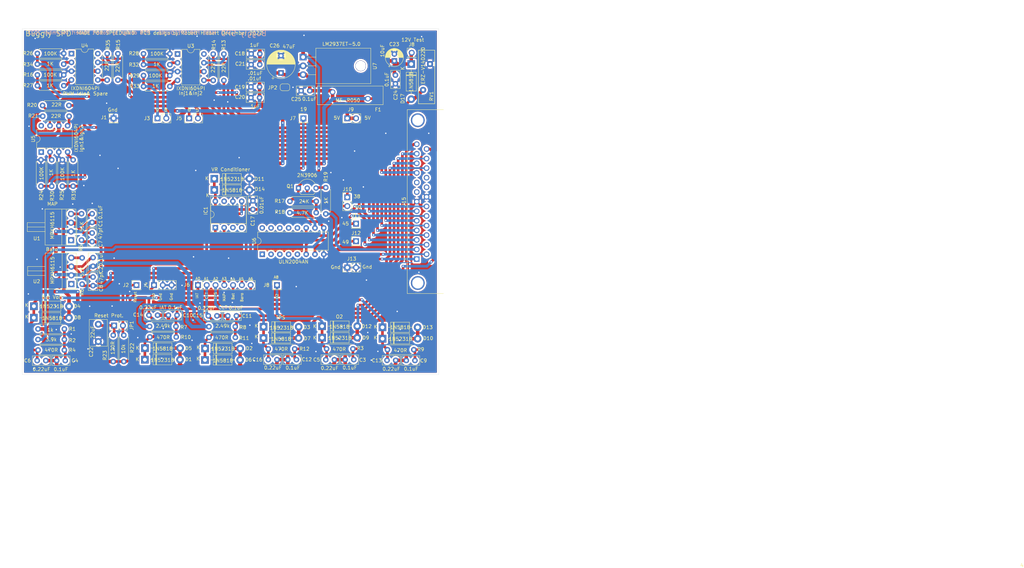
<source format=kicad_pcb>
(kicad_pcb (version 20171130) (host pcbnew "(5.1.6)-1")
  (layers (0 F.Cu signal) (31 B.Cu signal) (34 B.Paste user) (35 F.Paste user) (36 B.SilkS user) (37 F.SilkS user) (38 B.Mask user) (39 F.Mask user) (44 Edge.Cuts user))
  (net 0 "")
  (net 1 VDD)
  (net 2 SigRtn)
  (net 3 ADC-Clamp-4)
  (net 4 ADC-Clamp-2)
  (net 5 "Net-(C20-Pad1)")
  (net 6 VDDA)
  (net 7 12V)
  (net 8 D8-control)
  (net 9 D9-control)
  (net 10 MCU-D9)
  (net 11 MCU-D8)
  (net 12 RESET)
  (net 13 "Net-(R5-Pad2)")
  (net 14 "Net-(R6-Pad2)")
  (net 15 "Net-(R15-Pad2)")
  (net 16 "Net-(R21-Pad2)")
  (net 17 "Net-(U1-Pad1)")
  (net 18 "Net-(U2-Pad1)")
  (net 19 "Net-(U4-Pad8)")
  (net 20 "Net-(U4-Pad1)")
  (net 21 "Net-(U6-Pad1)")
  (net 22 12V-Raw)
  (net 23 GND)
  (net 24 O2-Sensor)
  (net 25 IAT-Sensor)
  (net 26 CLT-Sensor)
  (net 27 TPS-Sensor)
  (net 28 "Net-(IC1-Pad4)")
  (net 29 "Net-(IC1-Pad7)")
  (net 30 "Net-(IC1-Pad3)")
  (net 31 CKP+)
  (net 32 CKP-)
  (net 33 F5-out)
  (net 34 Tachometer)
  (net 35 "Net-(Q1-Pad3)")
  (net 36 "Net-(Q1-Pad2)")
  (net 37 "Net-(U6-Pad16)")
  (net 38 "Net-(U6-Pad15)")
  (net 39 "Net-(U6-Pad14)")
  (net 40 "Net-(U6-Pad13)")
  (net 41 "Net-(U6-Pad5)")
  (net 42 "Net-(U6-Pad12)")
  (net 43 "Net-(U6-Pad4)")
  (net 44 "Net-(U6-Pad3)")
  (net 45 "Net-(U6-Pad2)")
  (net 46 MCU-D19)
  (net 47 "Net-(R20-Pad2)")
  (net 48 "Net-(U5-Pad8)")
  (net 49 "Net-(U5-Pad1)")
  (net 50 "Net-(R13-Pad2)")
  (net 51 "Net-(R14-Pad2)")
  (net 52 "Net-(U3-Pad8)")
  (net 53 "Net-(U3-Pad1)")
  (net 54 "Net-(R30-Pad1)")
  (net 55 "Net-(R31-Pad1)")
  (net 56 "Net-(R32-Pad1)")
  (net 57 "Net-(R33-Pad1)")
  (net 58 "Net-(R34-Pad1)")
  (net 59 "Net-(C4-Pad1)")
  (net 60 ADC-Clamp-8)
  (net 61 MCU-A3)
  (net 62 MCU-A5)
  (net 63 ADC-Clamp-0)
  (net 64 ADC-Clamp-1)
  (net 65 MCU-D6)
  (net 66 MCU-D40)
  (net 67 MCU-D38)
  (net 68 MCU-D45)
  (net 69 MCU-D49)
  (net 70 "Net-(J15-Pad22)")
  (net 71 "Net-(J15-Pad21)")
  (net 72 D45-control)
  (net 73 D6-control)
  (net 74 D40-control)
  (net 75 "Net-(J15-Pad9)")
  (net 76 "Net-(J15-Pad8)")
  (net 77 D38-control)
  (net 78 D49-control)
  (net 79 Spare-ADC)
  (net 80 ADC-Clamp-6)
  (net 81 MCU-D5)
  (net 82 D5-control)
  (net 83 "Net-(R27-Pad1)")
  (net 84 "Net-(R35-Pad2)")
  (module Resistor_THT:R_Axial_DIN0207_L6.3mm_D2.5mm_P7.62mm_Horizontal (layer F.Cu) (at 113.1824 45.0342 270)
    (fp_text reference R35 (at -2.5908 -0.2286 90) (layer F.SilkS))
    (fp_text value 22R (at 3.5814 0.0762 90) (layer F.SilkS))
    (pad 2 thru_hole oval (at 7.62 0 270) (size 1.6 1.6) (drill 0.8) (layers *.Cu *.Mask) (net 84 "Net-(R35-Pad2)"))
    (pad 1 thru_hole circle (at 0 0 270) (size 1.6 1.6) (drill 0.8) (layers *.Cu *.Mask) (net 82 D5-control))
  )
  (module Resistor_THT:R_Axial_DIN0207_L6.3mm_D2.5mm_P7.62mm_Horizontal (layer F.Cu) (at 100.6348 54.2798 180)
    (fp_text reference R27 (at 10.3378 0.0762) (layer F.SilkS))
    (fp_text value 1K (at 3.9878 0.0254) (layer F.SilkS))
    (pad 2 thru_hole oval (at 7.62 0 180) (size 1.6 1.6) (drill 0.8) (layers *.Cu *.Mask) (net 81 MCU-D5))
    (pad 1 thru_hole circle (at 0 0 180) (size 1.6 1.6) (drill 0.8) (layers *.Cu *.Mask) (net 83 "Net-(R27-Pad1)"))
  )
  (module Resistor_THT:R_Axial_DIN0207_L6.3mm_D2.5mm_P7.62mm_Horizontal (layer F.Cu) (at 100.6348 51.181 180)
    (fp_text reference R16 (at 10.2616 0.0762) (layer F.SilkS))
    (fp_text value 100K (at 3.9116 0.0254) (layer F.SilkS))
    (pad 2 thru_hole oval (at 7.62 0 180) (size 1.6 1.6) (drill 0.8) (layers *.Cu *.Mask) (net 81 MCU-D5))
    (pad 1 thru_hole circle (at 0 0 180) (size 1.6 1.6) (drill 0.8) (layers *.Cu *.Mask) (net 23 GND))
  )
  (module Resistor_THT:R_Axial_DIN0207_L6.3mm_D2.5mm_P7.62mm_Horizontal (layer F.Cu) (at 194.2084 130.683)
    (fp_text reference R9 (at 9.6266 -0.1016) (layer F.SilkS))
    (fp_text value 470R (at 3.7338 0.2032) (layer F.SilkS))
    (pad 2 thru_hole oval (at 7.62 0) (size 1.6 1.6) (drill 0.8) (layers *.Cu *.Mask) (net 79 Spare-ADC))
    (pad 1 thru_hole circle (at 0 0) (size 1.6 1.6) (drill 0.8) (layers *.Cu *.Mask) (net 80 ADC-Clamp-6))
  )
  (module Connector_PinHeader_2.54mm:PinHeader_1x07_P2.54mm_Vertical (layer F.Cu) (at 139.4206 111.9886 90)
    (fp_text reference J6 (at 0.0762 -3.2004 180) (layer F.SilkS))
    (fp_text value Conn_01x07)
    (pad 7 thru_hole oval (at 0 15.24 90) (size 1.7 1.7) (drill 1) (layers *.Cu *.Mask) (net 80 ADC-Clamp-6))
    (pad 6 thru_hole oval (at 0 12.7 90) (size 1.7 1.7) (drill 1) (layers *.Cu *.Mask) (net 62 MCU-A5))
    (pad 5 thru_hole oval (at 0 10.16 90) (size 1.7 1.7) (drill 1) (layers *.Cu *.Mask) (net 3 ADC-Clamp-4))
    (pad 4 thru_hole oval (at 0 7.62 90) (size 1.7 1.7) (drill 1) (layers *.Cu *.Mask) (net 61 MCU-A3))
    (pad 3 thru_hole oval (at 0 5.08 90) (size 1.7 1.7) (drill 1) (layers *.Cu *.Mask) (net 4 ADC-Clamp-2))
    (pad 2 thru_hole oval (at 0 2.54 90) (size 1.7 1.7) (drill 1) (layers *.Cu *.Mask) (net 64 ADC-Clamp-1))
    (pad 1 thru_hole rect (at 0 0 90) (size 1.7 1.7) (drill 1) (layers *.Cu *.Mask) (net 63 ADC-Clamp-0))
  )
  (module Connector_PinHeader_2.54mm:PinHeader_1x02_P2.54mm_Vertical (layer F.Cu) (at 136.8806 63.7286 90)
    (fp_text reference J5 (at 0 -2.921 180) (layer F.SilkS))
    (fp_text value Conn_01x02)
    (pad 2 thru_hole oval (at 0 2.54 90) (size 1.7 1.7) (drill 1) (layers *.Cu *.Mask) (net 81 MCU-D5))
    (pad 1 thru_hole rect (at 0 0 90) (size 1.7 1.7) (drill 1) (layers *.Cu *.Mask) (net 65 MCU-D6))
  )
  (module Diode_THT:D_DO-41_SOD81_P10.16mm_Horizontal (layer F.Cu) (at 192.7606 124.206)
    (fp_text reference D13 (at 13.081 0) (layer F.SilkS))
    (fp_text value 1N5818 (at 5.1054 0) (layer F.SilkS))
    (fp_text user K (at -2.0066 -0.127) (layer F.SilkS))
    (pad 2 thru_hole oval (at 10.16 0) (size 2.2 2.2) (drill 1.1) (layers *.Cu *.Mask) (net 2 SigRtn))
    (pad 1 thru_hole rect (at 0 0) (size 2.2 2.2) (drill 1.1) (layers *.Cu *.Mask) (net 80 ADC-Clamp-6))
  )
  (module Diode_THT:D_DO-41_SOD81_P10.16mm_Horizontal (layer F.Cu) (at 192.786 127.508)
    (fp_text reference D10 (at 13.1826 -0.127) (layer F.SilkS))
    (fp_text value 1N5231B (at 5.207 0.0762) (layer F.SilkS))
    (fp_text user K (at -2.0574 -0.2794) (layer F.SilkS))
    (pad 2 thru_hole oval (at 10.16 0) (size 2.2 2.2) (drill 1.1) (layers *.Cu *.Mask) (net 2 SigRtn))
    (pad 1 thru_hole rect (at 0 0) (size 2.2 2.2) (drill 1.1) (layers *.Cu *.Mask) (net 80 ADC-Clamp-6))
  )
  (module Capacitor_THT:C_Disc_D5.0mm_W2.5mm_P2.50mm (layer F.Cu) (at 194.0814 133.7564)
    (fp_text reference C13 (at -2.9464 0.0508) (layer F.SilkS))
    (fp_text value 0.22uF (at 1.25 2.5) (layer F.SilkS))
    (pad 2 thru_hole circle (at 2.5 0) (size 1.6 1.6) (drill 0.8) (layers *.Cu *.Mask) (net 2 SigRtn))
    (pad 1 thru_hole circle (at 0 0) (size 1.6 1.6) (drill 0.8) (layers *.Cu *.Mask) (net 80 ADC-Clamp-6))
  )
  (module Capacitor_THT:C_Disc_D5.0mm_W2.5mm_P2.50mm (layer F.Cu) (at 202.1586 133.8072 180)
    (fp_text reference C9 (at -2.4892 -0.0508) (layer F.SilkS))
    (fp_text value 0.1uF (at 1.1176 -2.4384) (layer F.SilkS))
    (pad 2 thru_hole circle (at 2.5 0 180) (size 1.6 1.6) (drill 0.8) (layers *.Cu *.Mask) (net 2 SigRtn))
    (pad 1 thru_hole circle (at 0 0 180) (size 1.6 1.6) (drill 0.8) (layers *.Cu *.Mask) (net 79 Spare-ADC))
  )
  (module Diode_THT:D_DO-41_SOD81_P10.16mm_Horizontal (layer F.Cu) (at 91.9734 121.4374)
    (fp_text reference D8 (at 12.5984 -0.0762) (layer F.SilkS))
    (fp_text value 1N5818 (at 5.2832 0.127) (layer F.SilkS))
    (fp_text user K (at -2.032 -0.2794) (layer F.SilkS))
    (pad 2 thru_hole oval (at 10.16 0) (size 2.2 2.2) (drill 1.1) (layers *.Cu *.Mask) (net 2 SigRtn))
    (pad 1 thru_hole rect (at 0 0) (size 2.2 2.2) (drill 1.1) (layers *.Cu *.Mask) (net 3 ADC-Clamp-4))
  )
  (module Diode_THT:D_DO-41_SOD81_P10.16mm_Horizontal (layer F.Cu) (at 91.9988 118.11)
    (fp_text reference D4 (at 12.4968 -0.0254) (layer F.SilkS))
    (fp_text value 1N5231B (at 5.0546 0.0254) (layer F.SilkS))
    (fp_text user K (at -2.0828 -0.2794) (layer F.SilkS))
    (pad 2 thru_hole oval (at 10.16 0) (size 2.2 2.2) (drill 1.1) (layers *.Cu *.Mask) (net 2 SigRtn))
    (pad 1 thru_hole rect (at 0 0) (size 2.2 2.2) (drill 1.1) (layers *.Cu *.Mask) (net 3 ADC-Clamp-4))
  )
  (module "Buggly SPD:MPXH6115_Adapter_Vertical" (layer F.Cu) (at 95.8342 109.1692 180)
    (fp_text reference U2 (at 3.048 -1.7526) (layer F.SilkS))
    (fp_text value MPXH6115_Adapter_Vertical)
    (pad 4 thru_hole circle (at -6.985 5.08 180) (size 1.778 1.778) (drill 1.016) (layers *.Cu *.Mask) (net 14 "Net-(R6-Pad2)"))
    (pad 3 thru_hole circle (at -6.985 2.54 180) (size 1.778 1.778) (drill 1.016) (layers *.Cu *.Mask) (net 2 SigRtn))
    (pad 2 thru_hole circle (at -6.985 0 180) (size 1.778 1.778) (drill 1.016) (layers *.Cu *.Mask) (net 6 VDDA))
    (pad 1 thru_hole rect (at -6.985 -2.54 180) (size 1.778 1.778) (drill 1.016) (layers *.Cu *.Mask) (net 18 "Net-(U2-Pad1)"))
  )
  (module "Buggly SPD:MPXH6115_Adapter_Vertical" (layer F.Cu) (at 95.758 96.4692 180)
    (fp_text reference U1 (at 2.921 -2.032) (layer F.SilkS))
    (fp_text value MPXH6115_Adapter_Vertical)
    (pad 4 thru_hole circle (at -6.985 5.08 180) (size 1.778 1.778) (drill 1.016) (layers *.Cu *.Mask) (net 13 "Net-(R5-Pad2)"))
    (pad 3 thru_hole circle (at -6.985 2.54 180) (size 1.778 1.778) (drill 1.016) (layers *.Cu *.Mask) (net 2 SigRtn))
    (pad 2 thru_hole circle (at -6.985 0 180) (size 1.778 1.778) (drill 1.016) (layers *.Cu *.Mask) (net 6 VDDA))
    (pad 1 thru_hole rect (at -6.985 -2.54 180) (size 1.778 1.778) (drill 1.016) (layers *.Cu *.Mask) (net 17 "Net-(U1-Pad1)"))
  )
  (module Resistor_THT:R_Axial_DIN0207_L6.3mm_D2.5mm_P7.62mm_Horizontal (layer F.Cu) (at 105.9434 111.7346 90)
    (fp_text reference R6 (at -2.3114 -0.0762 90) (layer F.SilkS))
    (fp_text value 51K (at 3.6322 0 90) (layer F.SilkS))
    (pad 2 thru_hole oval (at 7.62 0 90) (size 1.6 1.6) (drill 0.8) (layers *.Cu *.Mask) (net 14 "Net-(R6-Pad2)"))
    (pad 1 thru_hole circle (at 0 0 90) (size 1.6 1.6) (drill 0.8) (layers *.Cu *.Mask) (net 62 MCU-A5))
  )
  (module Resistor_THT:R_Axial_DIN0207_L6.3mm_D2.5mm_P7.62mm_Horizontal (layer F.Cu) (at 105.7656 98.9584 90)
    (fp_text reference R5 (at -2.286 -0.2032 90) (layer F.SilkS))
    (fp_text value 51K (at 3.9116 0.0762 90) (layer F.SilkS))
    (pad 2 thru_hole oval (at 7.62 0 90) (size 1.6 1.6) (drill 0.8) (layers *.Cu *.Mask) (net 13 "Net-(R5-Pad2)"))
    (pad 1 thru_hole circle (at 0 0 90) (size 1.6 1.6) (drill 0.8) (layers *.Cu *.Mask) (net 61 MCU-A3))
  )
  (module Resistor_THT:R_Axial_DIN0207_L6.3mm_D2.5mm_P7.62mm_Horizontal (layer F.Cu) (at 93.1926 130.7846)
    (fp_text reference R4 (at 9.906 0) (layer F.SilkS))
    (fp_text value 470R (at 3.81 0) (layer F.SilkS))
    (pad 2 thru_hole oval (at 7.62 0) (size 1.6 1.6) (drill 0.8) (layers *.Cu *.Mask) (net 59 "Net-(C4-Pad1)"))
    (pad 1 thru_hole circle (at 0 0) (size 1.6 1.6) (drill 0.8) (layers *.Cu *.Mask) (net 3 ADC-Clamp-4))
  )
  (module Resistor_THT:R_Axial_DIN0207_L6.3mm_D2.5mm_P7.62mm_Horizontal (layer F.Cu) (at 100.8126 127.7366 180)
    (fp_text reference R2 (at -2.286 -0.254) (layer F.SilkS))
    (fp_text value 3.9k (at 3.81 0) (layer F.SilkS))
    (pad 2 thru_hole oval (at 7.62 0 180) (size 1.6 1.6) (drill 0.8) (layers *.Cu *.Mask) (net 7 12V))
    (pad 1 thru_hole circle (at 0 0 180) (size 1.6 1.6) (drill 0.8) (layers *.Cu *.Mask) (net 59 "Net-(C4-Pad1)"))
  )
  (module Resistor_THT:R_Axial_DIN0207_L6.3mm_D2.5mm_P7.62mm_Horizontal (layer F.Cu) (at 93.1926 124.6886)
    (fp_text reference R1 (at 9.906 0) (layer F.SilkS))
    (fp_text value 1k (at 3.556 0.254) (layer F.SilkS))
    (pad 2 thru_hole oval (at 7.62 0) (size 1.6 1.6) (drill 0.8) (layers *.Cu *.Mask) (net 59 "Net-(C4-Pad1)"))
    (pad 1 thru_hole circle (at 0 0) (size 1.6 1.6) (drill 0.8) (layers *.Cu *.Mask) (net 2 SigRtn))
  )
  (module Connector_PinHeader_2.54mm:PinHeader_1x02_P2.54mm_Vertical (layer F.Cu) (at 182.6006 106.9086 90)
    (fp_text reference J13 (at 2.54 1.27 180) (layer F.SilkS))
    (fp_text value Conn_01x02)
    (pad 2 thru_hole oval (at 0 2.54 90) (size 1.7 1.7) (drill 1) (layers *.Cu *.Mask) (net 23 GND))
    (pad 1 thru_hole rect (at 0 0 90) (size 1.7 1.7) (drill 1) (layers *.Cu *.Mask) (net 23 GND))
  )
  (module Connector_PinHeader_2.54mm:PinHeader_1x01_P2.54mm_Vertical (layer F.Cu) (at 185.1406 99.2886)
    (fp_text reference J12 (at 0 -2.33) (layer F.SilkS))
    (fp_text value Conn_01x01)
    (pad 1 thru_hole rect (at 0 0) (size 1.7 1.7) (drill 1) (layers *.Cu *.Mask) (net 69 MCU-D49))
  )
  (module Connector_PinHeader_2.54mm:PinHeader_1x01_P2.54mm_Vertical (layer F.Cu) (at 185.1406 94.2086)
    (fp_text reference J11 (at 0 -2.33) (layer F.SilkS))
    (fp_text value Conn_01x01)
    (pad 1 thru_hole rect (at 0 0) (size 1.7 1.7) (drill 1) (layers *.Cu *.Mask) (net 68 MCU-D45))
  )
  (module Connector_PinHeader_2.54mm:PinHeader_1x02_P2.54mm_Vertical (layer F.Cu) (at 182.6006 86.5886)
    (fp_text reference J10 (at 0 -2.33) (layer F.SilkS))
    (fp_text value Conn_01x02)
    (pad 2 thru_hole oval (at 0 2.54) (size 1.7 1.7) (drill 1) (layers *.Cu *.Mask) (net 66 MCU-D40))
    (pad 1 thru_hole rect (at 0 0) (size 1.7 1.7) (drill 1) (layers *.Cu *.Mask) (net 67 MCU-D38))
  )
  (module Connector_PinHeader_2.54mm:PinHeader_1x02_P2.54mm_Vertical (layer F.Cu) (at 182.6006 63.7286 90)
    (fp_text reference J9 (at 2.54 1.016 180) (layer F.SilkS))
    (fp_text value Conn_01x02)
    (pad 2 thru_hole oval (at 0 2.54 90) (size 1.7 1.7) (drill 1) (layers *.Cu *.Mask) (net 1 VDD))
    (pad 1 thru_hole rect (at 0 0 90) (size 1.7 1.7) (drill 1) (layers *.Cu *.Mask) (net 1 VDD))
  )
  (module Connector_PinHeader_2.54mm:PinHeader_1x01_P2.54mm_Vertical (layer F.Cu) (at 162.2806 111.9886)
    (fp_text reference J8 (at -3.048 0) (layer F.SilkS))
    (fp_text value Conn_01x01)
    (pad 1 thru_hole rect (at 0 0) (size 1.7 1.7) (drill 1) (layers *.Cu *.Mask) (net 60 ADC-Clamp-8))
  )
  (module Connector_PinHeader_2.54mm:PinHeader_1x01_P2.54mm_Vertical (layer F.Cu) (at 169.9006 63.7286)
    (fp_text reference J7 (at -3.048 0) (layer F.SilkS))
    (fp_text value Conn_01x01)
    (pad 1 thru_hole rect (at 0 0) (size 1.7 1.7) (drill 1) (layers *.Cu *.Mask) (net 46 MCU-D19))
  )
  (module Connector_PinHeader_2.54mm:PinHeader_1x03_P2.54mm_Vertical (layer F.Cu) (at 126.7206 111.9886 90)
    (fp_text reference J4 (at 0 -2.33 90) (layer F.SilkS))
    (fp_text value Conn_01x03)
    (pad 3 thru_hole oval (at 0 5.08 90) (size 1.7 1.7) (drill 1) (layers *.Cu *.Mask) (net 23 GND))
    (pad 2 thru_hole oval (at 0 2.54 90) (size 1.7 1.7) (drill 1) (layers *.Cu *.Mask) (net 23 GND))
    (pad 1 thru_hole rect (at 0 0 90) (size 1.7 1.7) (drill 1) (layers *.Cu *.Mask) (net 1 VDD))
  )
  (module Connector_PinHeader_2.54mm:PinHeader_1x02_P2.54mm_Vertical (layer F.Cu) (at 127.7366 63.7286 90)
    (fp_text reference J3 (at 0 -3.048 180) (layer F.SilkS))
    (fp_text value Conn_01x02)
    (pad 2 thru_hole oval (at 0 2.54 90) (size 1.7 1.7) (drill 1) (layers *.Cu *.Mask) (net 11 MCU-D8))
    (pad 1 thru_hole rect (at 0 0 90) (size 1.7 1.7) (drill 1) (layers *.Cu *.Mask) (net 10 MCU-D9))
  )
  (module Connector_PinHeader_2.54mm:PinHeader_1x01_P2.54mm_Vertical (layer F.Cu) (at 121.6406 111.9886)
    (fp_text reference J2 (at -3.048 0) (layer F.SilkS))
    (fp_text value Conn_01x01)
    (pad 1 thru_hole rect (at 0 0) (size 1.7 1.7) (drill 1) (layers *.Cu *.Mask) (net 12 RESET))
  )
  (module Connector_PinHeader_2.54mm:PinHeader_1x01_P2.54mm_Vertical (layer F.Cu) (at 115.0366 63.7286)
    (fp_text reference J1 (at -2.794 -0.254) (layer F.SilkS))
    (fp_text value Conn_01x01)
    (pad 1 thru_hole rect (at 0 0) (size 1.7 1.7) (drill 1) (layers *.Cu *.Mask) (net 23 GND))
  )
  (module Capacitor_THT:C_Disc_D5.0mm_W2.5mm_P2.50mm (layer F.Cu) (at 159.766 133.5532)
    (fp_text reference C16 (at -3.1496 0) (layer F.SilkS))
    (fp_text value 0.22uF (at 1.3208 2.3368) (layer F.SilkS))
    (pad 2 thru_hole circle (at 2.5 0) (size 1.6 1.6) (drill 0.8) (layers *.Cu *.Mask) (net 2 SigRtn))
    (pad 1 thru_hole circle (at 0 0) (size 1.6 1.6) (drill 0.8) (layers *.Cu *.Mask) (net 4 ADC-Clamp-2))
  )
  (module Capacitor_THT:C_Disc_D5.0mm_W2.5mm_P2.50mm (layer F.Cu) (at 142.4178 120.8786)
    (fp_text reference C15 (at -3.0734 -0.1016) (layer F.SilkS))
    (fp_text value 0.22uF (at -0.508 -2.2352) (layer F.SilkS))
    (pad 2 thru_hole circle (at 2.5 0) (size 1.6 1.6) (drill 0.8) (layers *.Cu *.Mask) (net 2 SigRtn))
    (pad 1 thru_hole circle (at 0 0) (size 1.6 1.6) (drill 0.8) (layers *.Cu *.Mask) (net 64 ADC-Clamp-1))
  )
  (module Capacitor_THT:C_Disc_D5.0mm_W2.5mm_P2.50mm (layer F.Cu) (at 125.2474 120.7008)
    (fp_text reference C14 (at -3.1242 -0.127) (layer F.SilkS))
    (fp_text value 0.22uF (at -0.254 -2.2352) (layer F.SilkS))
    (pad 2 thru_hole circle (at 2.5 0) (size 1.6 1.6) (drill 0.8) (layers *.Cu *.Mask) (net 2 SigRtn))
    (pad 1 thru_hole circle (at 0 0) (size 1.6 1.6) (drill 0.8) (layers *.Cu *.Mask) (net 63 ADC-Clamp-0))
  )
  (module Capacitor_THT:C_Disc_D5.0mm_W2.5mm_P2.50mm (layer F.Cu) (at 109.093 112.1664 90)
    (fp_text reference C8 (at -0.762 2.3368 90) (layer F.SilkS))
    (fp_text value 47pf (at 2.1336 2.3876 90) (layer F.SilkS))
    (pad 2 thru_hole circle (at 2.5 0 90) (size 1.6 1.6) (drill 0.8) (layers *.Cu *.Mask) (net 2 SigRtn))
    (pad 1 thru_hole circle (at 0 0 90) (size 1.6 1.6) (drill 0.8) (layers *.Cu *.Mask) (net 62 MCU-A5))
  )
  (module Capacitor_THT:C_Disc_D5.0mm_W2.5mm_P2.50mm (layer F.Cu) (at 108.839 99.4156 90)
    (fp_text reference C7 (at -0.635 2.4384 90) (layer F.SilkS))
    (fp_text value 47pf (at 2.3876 2.3876 90) (layer F.SilkS))
    (pad 2 thru_hole circle (at 2.5 0 90) (size 1.6 1.6) (drill 0.8) (layers *.Cu *.Mask) (net 2 SigRtn))
    (pad 1 thru_hole circle (at 0 0 90) (size 1.6 1.6) (drill 0.8) (layers *.Cu *.Mask) (net 61 MCU-A3))
  )
  (module Capacitor_THT:C_Disc_D5.0mm_W2.5mm_P2.50mm (layer F.Cu) (at 92.9386 133.8326)
    (fp_text reference C6 (at -2.794 0) (layer F.SilkS))
    (fp_text value 0.22uF (at 1.25 2.5) (layer F.SilkS))
    (pad 2 thru_hole circle (at 2.5 0) (size 1.6 1.6) (drill 0.8) (layers *.Cu *.Mask) (net 2 SigRtn))
    (pad 1 thru_hole circle (at 0 0) (size 1.6 1.6) (drill 0.8) (layers *.Cu *.Mask) (net 3 ADC-Clamp-4))
  )
  (module Capacitor_THT:C_Disc_D5.0mm_W2.5mm_P2.50mm (layer F.Cu) (at 176.3776 133.5786)
    (fp_text reference C5 (at -2.6416 0) (layer F.SilkS))
    (fp_text value 0.22uF (at 1.1176 2.4384) (layer F.SilkS))
    (pad 2 thru_hole circle (at 2.5 0) (size 1.6 1.6) (drill 0.8) (layers *.Cu *.Mask) (net 2 SigRtn))
    (pad 1 thru_hole circle (at 0 0) (size 1.6 1.6) (drill 0.8) (layers *.Cu *.Mask) (net 60 ADC-Clamp-8))
  )
  (module Capacitor_THT:C_Disc_D5.0mm_W2.5mm_P2.50mm (layer F.Cu) (at 101.0666 133.8326 180)
    (fp_text reference C4 (at -2.794 0) (layer F.SilkS))
    (fp_text value 0.1uF (at 1.27 -2.54) (layer F.SilkS))
    (pad 2 thru_hole circle (at 2.5 0 180) (size 1.6 1.6) (drill 0.8) (layers *.Cu *.Mask) (net 2 SigRtn))
    (pad 1 thru_hole circle (at 0 0 180) (size 1.6 1.6) (drill 0.8) (layers *.Cu *.Mask) (net 59 "Net-(C4-Pad1)"))
  )
  (module Capacitor_THT:C_Disc_D5.0mm_W2.5mm_P2.50mm (layer F.Cu) (at 109.093 104.0384 270)
    (fp_text reference C2 (at 3.5814 -2.286 90) (layer F.SilkS))
    (fp_text value 0.1uF (at 0.4064 -2.286 90) (layer F.SilkS))
    (pad 2 thru_hole circle (at 2.5 0 270) (size 1.6 1.6) (drill 0.8) (layers *.Cu *.Mask) (net 6 VDDA))
    (pad 1 thru_hole circle (at 0 0 270) (size 1.6 1.6) (drill 0.8) (layers *.Cu *.Mask) (net 2 SigRtn))
  )
  (module Capacitor_THT:C_Disc_D5.0mm_W2.5mm_P2.50mm (layer F.Cu) (at 108.839 91.3384 270)
    (fp_text reference C1 (at 2.8448 -2.3876 90) (layer F.SilkS))
    (fp_text value 0.1uF (at -0.4572 -2.3876 90) (layer F.SilkS))
    (pad 2 thru_hole circle (at 2.5 0 270) (size 1.6 1.6) (drill 0.8) (layers *.Cu *.Mask) (net 6 VDDA))
    (pad 1 thru_hole circle (at 0 0 270) (size 1.6 1.6) (drill 0.8) (layers *.Cu *.Mask) (net 2 SigRtn))
  )
  (module Resistor_THT:R_Axial_DIN0207_L6.3mm_D2.5mm_P7.62mm_Horizontal (layer F.Cu) (at 100.6094 48.0568 180)
    (fp_text reference R34 (at 10.2997 -0.1016) (layer F.SilkS))
    (fp_text value 1K (at 3.8989 0.1016) (layer F.SilkS))
    (pad 2 thru_hole oval (at 7.62 0 180) (size 1.6 1.6) (drill 0.8) (layers *.Cu *.Mask) (net 65 MCU-D6))
    (pad 1 thru_hole circle (at 0 0 180) (size 1.6 1.6) (drill 0.8) (layers *.Cu *.Mask) (net 58 "Net-(R34-Pad1)"))
  )
  (module Resistor_THT:R_Axial_DIN0207_L6.3mm_D2.5mm_P7.62mm_Horizontal (layer F.Cu) (at 131.3053 54.4957 180)
    (fp_text reference R33 (at 10.2108 0.0508) (layer F.SilkS))
    (fp_text value 1K (at 4.1148 0.1016) (layer F.SilkS))
    (pad 2 thru_hole oval (at 7.62 0 180) (size 1.6 1.6) (drill 0.8) (layers *.Cu *.Mask) (net 10 MCU-D9))
    (pad 1 thru_hole circle (at 0 0 180) (size 1.6 1.6) (drill 0.8) (layers *.Cu *.Mask) (net 57 "Net-(R33-Pad1)"))
  )
  (module Resistor_THT:R_Axial_DIN0207_L6.3mm_D2.5mm_P7.62mm_Horizontal (layer F.Cu) (at 131.3053 48.1965 180)
    (fp_text reference R32 (at 10.4013 -0.0508) (layer F.SilkS))
    (fp_text value 1K (at 3.7592 0.0889) (layer F.SilkS))
    (pad 2 thru_hole oval (at 7.62 0 180) (size 1.6 1.6) (drill 0.8) (layers *.Cu *.Mask) (net 11 MCU-D8))
    (pad 1 thru_hole circle (at 0 0 180) (size 1.6 1.6) (drill 0.8) (layers *.Cu *.Mask) (net 56 "Net-(R32-Pad1)"))
  )
  (module Resistor_THT:R_Axial_DIN0207_L6.3mm_D2.5mm_P7.62mm_Horizontal (layer F.Cu) (at 103.3399 75.7555 270)
    (fp_text reference R31 (at 10.2362 -0.1778 90) (layer F.SilkS))
    (fp_text value 1K (at 3.8862 -0.0254 90) (layer F.SilkS))
    (pad 2 thru_hole oval (at 7.62 0 270) (size 1.6 1.6) (drill 0.8) (layers *.Cu *.Mask) (net 67 MCU-D38))
    (pad 1 thru_hole circle (at 0 0 270) (size 1.6 1.6) (drill 0.8) (layers *.Cu *.Mask) (net 55 "Net-(R31-Pad1)"))
  )
  (module Resistor_THT:R_Axial_DIN0207_L6.3mm_D2.5mm_P7.62mm_Horizontal (layer F.Cu) (at 97.1423 75.7555 270)
    (fp_text reference R30 (at 10.4521 -0.1524 90) (layer F.SilkS))
    (fp_text value 1K (at 3.6576 0.1524 90) (layer F.SilkS))
    (pad 2 thru_hole oval (at 7.62 0 270) (size 1.6 1.6) (drill 0.8) (layers *.Cu *.Mask) (net 66 MCU-D40))
    (pad 1 thru_hole circle (at 0 0 270) (size 1.6 1.6) (drill 0.8) (layers *.Cu *.Mask) (net 54 "Net-(R30-Pad1)"))
  )
  (module Resistor_THT:R_Axial_DIN0207_L6.3mm_D2.5mm_P7.62mm_Horizontal (layer F.Cu) (at 131.3053 51.3461 180)
    (fp_text reference R29 (at 10.2108 -0.0508) (layer F.SilkS))
    (fp_text value 100K (at 4.1656 -0.0508) (layer F.SilkS))
    (pad 2 thru_hole oval (at 7.62 0 180) (size 1.6 1.6) (drill 0.8) (layers *.Cu *.Mask) (net 10 MCU-D9))
    (pad 1 thru_hole circle (at 0 0 180) (size 1.6 1.6) (drill 0.8) (layers *.Cu *.Mask) (net 23 GND))
  )
  (module Resistor_THT:R_Axial_DIN0207_L6.3mm_D2.5mm_P7.62mm_Horizontal (layer F.Cu) (at 123.6853 45.0596)
    (fp_text reference R28 (at -2.7813 -0.1016) (layer F.SilkS))
    (fp_text value 100K (at 3.9116 0) (layer F.SilkS))
    (pad 2 thru_hole oval (at 7.62 0) (size 1.6 1.6) (drill 0.8) (layers *.Cu *.Mask) (net 23 GND))
    (pad 1 thru_hole circle (at 0 0) (size 1.6 1.6) (drill 0.8) (layers *.Cu *.Mask) (net 11 MCU-D8))
  )
  (module Resistor_THT:R_Axial_DIN0207_L6.3mm_D2.5mm_P7.62mm_Horizontal (layer F.Cu) (at 93.0021 44.9707)
    (fp_text reference R26 (at -2.6924 -0.0508) (layer F.SilkS))
    (fp_text value 100K (at 3.81 0.0508) (layer F.SilkS))
    (pad 2 thru_hole oval (at 7.62 0) (size 1.6 1.6) (drill 0.8) (layers *.Cu *.Mask) (net 23 GND))
    (pad 1 thru_hole circle (at 0 0) (size 1.6 1.6) (drill 0.8) (layers *.Cu *.Mask) (net 65 MCU-D6))
  )
  (module Resistor_THT:R_Axial_DIN0207_L6.3mm_D2.5mm_P7.62mm_Horizontal (layer F.Cu) (at 100.2411 75.7555 270)
    (fp_text reference R25 (at 10.287 0.1524 90) (layer F.SilkS))
    (fp_text value 100K (at 4.0386 0 90) (layer F.SilkS))
    (pad 2 thru_hole oval (at 7.62 0 270) (size 1.6 1.6) (drill 0.8) (layers *.Cu *.Mask) (net 67 MCU-D38))
    (pad 1 thru_hole circle (at 0 0 270) (size 1.6 1.6) (drill 0.8) (layers *.Cu *.Mask) (net 23 GND))
  )
  (module Resistor_THT:R_Axial_DIN0207_L6.3mm_D2.5mm_P7.62mm_Horizontal (layer F.Cu) (at 94.0435 83.3628 90)
    (fp_text reference R24 (at -2.6924 0.1016 90) (layer F.SilkS))
    (fp_text value 100K (at 3.7084 0.1524 90) (layer F.SilkS))
    (pad 2 thru_hole oval (at 7.62 0 90) (size 1.6 1.6) (drill 0.8) (layers *.Cu *.Mask) (net 23 GND))
    (pad 1 thru_hole circle (at 0 0 90) (size 1.6 1.6) (drill 0.8) (layers *.Cu *.Mask) (net 66 MCU-D40))
  )
  (module Diode_THT:D_DO-41_SOD81_P10.16mm_Horizontal (layer F.Cu) (at 175.3108 123.8758)
    (fp_text reference D12 (at 12.8778 0.0508) (layer F.SilkS))
    (fp_text value 1N5818 (at 5.0038 0.1778) (layer F.SilkS))
    (fp_text user K (at -2.1082 0.0508) (layer F.SilkS))
    (pad 2 thru_hole oval (at 10.16 0) (size 2.2 2.2) (drill 1.1) (layers *.Cu *.Mask) (net 2 SigRtn))
    (pad 1 thru_hole rect (at 0 0) (size 2.2 2.2) (drill 1.1) (layers *.Cu *.Mask) (net 60 ADC-Clamp-8))
  )
  (module Diode_THT:D_DO-41_SOD81_P10.16mm_Horizontal (layer F.Cu) (at 175.3108 127.2032)
    (fp_text reference D9 (at 12.6238 0.0254) (layer F.SilkS))
    (fp_text value 1N5231B (at 5.1562 0.1016) (layer F.SilkS))
    (fp_text user K (at -2.1082 0.0254) (layer F.SilkS))
    (pad 2 thru_hole oval (at 10.16 0) (size 2.2 2.2) (drill 1.1) (layers *.Cu *.Mask) (net 2 SigRtn))
    (pad 1 thru_hole rect (at 0 0) (size 2.2 2.2) (drill 1.1) (layers *.Cu *.Mask) (net 60 ADC-Clamp-8))
  )
  (module Diode_THT:D_DO-41_SOD81_P10.16mm_Horizontal (layer F.Cu) (at 158.369 127.3048)
    (fp_text reference D7 (at 12.6492 0.127) (layer F.SilkS))
    (fp_text value 1N5818 (at 5.08 0.2794) (layer F.SilkS))
    (fp_text user K (at -2.0574 -0.381) (layer F.SilkS))
    (pad 2 thru_hole oval (at 10.16 0) (size 2.2 2.2) (drill 1.1) (layers *.Cu *.Mask) (net 2 SigRtn))
    (pad 1 thru_hole rect (at 0 0) (size 2.2 2.2) (drill 1.1) (layers *.Cu *.Mask) (net 4 ADC-Clamp-2))
  )
  (module Diode_THT:D_DO-41_SOD81_P10.16mm_Horizontal (layer F.Cu) (at 141.4526 133.6548)
    (fp_text reference D6 (at 12.5984 -0.0762) (layer F.SilkS))
    (fp_text value 1N5818 (at 5.1816 0.1778) (layer F.SilkS))
    (fp_text user K (at -1.9812 -0.3302) (layer F.SilkS))
    (pad 2 thru_hole oval (at 10.16 0) (size 2.2 2.2) (drill 1.1) (layers *.Cu *.Mask) (net 2 SigRtn))
    (pad 1 thru_hole rect (at 0 0) (size 2.2 2.2) (drill 1.1) (layers *.Cu *.Mask) (net 64 ADC-Clamp-1))
  )
  (module Diode_THT:D_DO-41_SOD81_P10.16mm_Horizontal (layer F.Cu) (at 124.1044 130.2258)
    (fp_text reference D5 (at 12.5984 0.0508) (layer F.SilkS))
    (fp_text value 1N5818 (at 5.1004 0.162) (layer F.SilkS))
    (fp_text user K (at -2.1336 -0.0508) (layer F.SilkS))
    (pad 2 thru_hole oval (at 10.16 0) (size 2.2 2.2) (drill 1.1) (layers *.Cu *.Mask) (net 2 SigRtn))
    (pad 1 thru_hole rect (at 0 0) (size 2.2 2.2) (drill 1.1) (layers *.Cu *.Mask) (net 63 ADC-Clamp-0))
  )
  (module Diode_THT:D_DO-41_SOD81_P10.16mm_Horizontal (layer F.Cu) (at 158.3944 124.0536)
    (fp_text reference D3 (at 12.5222 0.127) (layer F.SilkS))
    (fp_text value 1N5231B (at 5.207 0.2794) (layer F.SilkS))
    (fp_text user K (at -2.0828 -0.254) (layer F.SilkS))
    (pad 2 thru_hole oval (at 10.16 0) (size 2.2 2.2) (drill 1.1) (layers *.Cu *.Mask) (net 2 SigRtn))
    (pad 1 thru_hole rect (at 0 0) (size 2.2 2.2) (drill 1.1) (layers *.Cu *.Mask) (net 4 ADC-Clamp-2))
  )
  (module Diode_THT:D_DO-41_SOD81_P10.16mm_Horizontal (layer F.Cu) (at 141.478 130.3274)
    (fp_text reference D2 (at 12.7762 -0.0254) (layer F.SilkS))
    (fp_text value 1N5231B (at 5.1562 0.0762) (layer F.SilkS))
    (fp_text user K (at -1.9558 -0.2794) (layer F.SilkS))
    (pad 2 thru_hole oval (at 10.16 0) (size 2.2 2.2) (drill 1.1) (layers *.Cu *.Mask) (net 2 SigRtn))
    (pad 1 thru_hole rect (at 0 0) (size 2.2 2.2) (drill 1.1) (layers *.Cu *.Mask) (net 64 ADC-Clamp-1))
  )
  (module Diode_THT:D_DO-41_SOD81_P10.16mm_Horizontal (layer F.Cu) (at 124.079 133.5786)
    (fp_text reference D1 (at 12.6238 -0.1016) (layer F.SilkS))
    (fp_text value 1N5231B (at 5.08 0.1016) (layer F.SilkS))
    (fp_text user K (at -2.159 -0.1016) (layer F.SilkS))
    (pad 2 thru_hole oval (at 10.16 0) (size 2.2 2.2) (drill 1.1) (layers *.Cu *.Mask) (net 2 SigRtn))
    (pad 1 thru_hole rect (at 0 0) (size 2.2 2.2) (drill 1.1) (layers *.Cu *.Mask) (net 63 ADC-Clamp-0))
  )
  (module Capacitor_THT:C_Disc_D5.0mm_W2.5mm_P2.50mm (layer F.Cu) (at 154.7876 48.1838)
    (fp_text reference C21 (at -3.1496 -0.2032) (layer F.SilkS))
    (fp_text value .01uF (at 1.25 2.5) (layer F.SilkS))
    (pad 2 thru_hole circle (at 2.5 0) (size 1.6 1.6) (drill 0.8) (layers *.Cu *.Mask) (net 7 12V))
    (pad 1 thru_hole circle (at 0 0) (size 1.6 1.6) (drill 0.8) (layers *.Cu *.Mask) (net 23 GND))
  )
  (module Capacitor_THT:C_Disc_D5.0mm_W2.5mm_P2.50mm (layer F.Cu) (at 154.7368 57.7596)
    (fp_text reference C20 (at -3.1496 -0.1778) (layer F.SilkS))
    (fp_text value 1uF (at 1.25 2.5) (layer F.SilkS))
    (pad 2 thru_hole circle (at 2.5 0) (size 1.6 1.6) (drill 0.8) (layers *.Cu *.Mask) (net 1 VDD))
    (pad 1 thru_hole circle (at 0 0) (size 1.6 1.6) (drill 0.8) (layers *.Cu *.Mask) (net 23 GND))
  )
  (module Capacitor_THT:C_Disc_D5.0mm_W2.5mm_P2.50mm (layer F.Cu) (at 154.7368 54.6354)
    (fp_text reference C19 (at -3.2004 0.0762) (layer F.SilkS))
    (fp_text value .01uf (at 1.016 -2.3876) (layer F.SilkS))
    (pad 2 thru_hole circle (at 2.5 0) (size 1.6 1.6) (drill 0.8) (layers *.Cu *.Mask) (net 1 VDD))
    (pad 1 thru_hole circle (at 0 0) (size 1.6 1.6) (drill 0.8) (layers *.Cu *.Mask) (net 23 GND))
  )
  (module Capacitor_THT:C_Disc_D5.0mm_W2.5mm_P2.50mm (layer F.Cu) (at 154.813 45.085)
    (fp_text reference C18 (at -3.2766 -0.1016) (layer F.SilkS))
    (fp_text value 1uF (at 0.9906 -2.54) (layer F.SilkS))
    (pad 2 thru_hole circle (at 2.5 0) (size 1.6 1.6) (drill 0.8) (layers *.Cu *.Mask) (net 7 12V))
    (pad 1 thru_hole circle (at 0 0) (size 1.6 1.6) (drill 0.8) (layers *.Cu *.Mask) (net 23 GND))
  )
  (module Package_DIP:DIP-8_W7.62mm (layer F.Cu) (at 133.5278 45.1231)
    (fp_text reference U3 (at 3.81 -2.33) (layer F.SilkS))
    (fp_text value IXDNI604PI (at 3.81 9.95) (layer F.SilkS))
    (pad 8 thru_hole oval (at 7.62 0) (size 1.6 1.6) (drill 0.8) (layers *.Cu *.Mask) (net 52 "Net-(U3-Pad8)"))
    (pad 4 thru_hole oval (at 0 7.62) (size 1.6 1.6) (drill 0.8) (layers *.Cu *.Mask) (net 57 "Net-(R33-Pad1)"))
    (pad 7 thru_hole oval (at 7.62 2.54) (size 1.6 1.6) (drill 0.8) (layers *.Cu *.Mask) (net 50 "Net-(R13-Pad2)"))
    (pad 3 thru_hole oval (at 0 5.08) (size 1.6 1.6) (drill 0.8) (layers *.Cu *.Mask) (net 23 GND))
    (pad 6 thru_hole oval (at 7.62 5.08) (size 1.6 1.6) (drill 0.8) (layers *.Cu *.Mask) (net 7 12V))
    (pad 2 thru_hole oval (at 0 2.54) (size 1.6 1.6) (drill 0.8) (layers *.Cu *.Mask) (net 56 "Net-(R32-Pad1)"))
    (pad 5 thru_hole oval (at 7.62 7.62) (size 1.6 1.6) (drill 0.8) (layers *.Cu *.Mask) (net 51 "Net-(R14-Pad2)"))
    (pad 1 thru_hole rect (at 0 0) (size 1.6 1.6) (drill 0.8) (layers *.Cu *.Mask) (net 53 "Net-(U3-Pad1)"))
  )
  (module Resistor_THT:R_Axial_DIN0207_L6.3mm_D2.5mm_P7.62mm_Horizontal (layer F.Cu) (at 116.2812 52.6542 90)
    (fp_text reference R15 (at 10.2616 0.0508 90) (layer F.SilkS))
    (fp_text value 22R (at 3.6576 -0.0508 90) (layer F.SilkS))
    (pad 2 thru_hole oval (at 7.62 0 90) (size 1.6 1.6) (drill 0.8) (layers *.Cu *.Mask) (net 15 "Net-(R15-Pad2)"))
    (pad 1 thru_hole circle (at 0 0 90) (size 1.6 1.6) (drill 0.8) (layers *.Cu *.Mask) (net 73 D6-control))
  )
  (module Resistor_THT:R_Axial_DIN0207_L6.3mm_D2.5mm_P7.62mm_Horizontal (layer F.Cu) (at 143.8402 45.1485 270)
    (fp_text reference R14 (at -2.6924 -0.1778 90) (layer F.SilkS))
    (fp_text value 22R (at 3.9624 0.0508 90) (layer F.SilkS))
    (pad 2 thru_hole oval (at 7.62 0 270) (size 1.6 1.6) (drill 0.8) (layers *.Cu *.Mask) (net 51 "Net-(R14-Pad2)"))
    (pad 1 thru_hole circle (at 0 0 270) (size 1.6 1.6) (drill 0.8) (layers *.Cu *.Mask) (net 9 D9-control))
  )
  (module Resistor_THT:R_Axial_DIN0207_L6.3mm_D2.5mm_P7.62mm_Horizontal (layer F.Cu) (at 146.9136 52.7685 90)
    (fp_text reference R13 (at 10.2616 -0.0762 90) (layer F.SilkS))
    (fp_text value 22R (at 3.7084 0 90) (layer F.SilkS))
    (pad 2 thru_hole oval (at 7.62 0 90) (size 1.6 1.6) (drill 0.8) (layers *.Cu *.Mask) (net 50 "Net-(R13-Pad2)"))
    (pad 1 thru_hole circle (at 0 0 90) (size 1.6 1.6) (drill 0.8) (layers *.Cu *.Mask) (net 8 D8-control))
  )
  (module Package_DIP:DIP-8_W7.62mm (layer F.Cu) (at 102.8573 45.0088)
    (fp_text reference U4 (at 3.81 -2.33) (layer F.SilkS))
    (fp_text value IXDNI604PI (at 3.9624 10.0584 180) (layer F.SilkS))
    (pad 8 thru_hole oval (at 7.62 0) (size 1.6 1.6) (drill 0.8) (layers *.Cu *.Mask) (net 19 "Net-(U4-Pad8)"))
    (pad 4 thru_hole oval (at 0 7.62) (size 1.6 1.6) (drill 0.8) (layers *.Cu *.Mask) (net 83 "Net-(R27-Pad1)"))
    (pad 7 thru_hole oval (at 7.62 2.54) (size 1.6 1.6) (drill 0.8) (layers *.Cu *.Mask) (net 15 "Net-(R15-Pad2)"))
    (pad 3 thru_hole oval (at 0 5.08) (size 1.6 1.6) (drill 0.8) (layers *.Cu *.Mask) (net 23 GND))
    (pad 6 thru_hole oval (at 7.62 5.08) (size 1.6 1.6) (drill 0.8) (layers *.Cu *.Mask) (net 7 12V))
    (pad 2 thru_hole oval (at 0 2.54) (size 1.6 1.6) (drill 0.8) (layers *.Cu *.Mask) (net 58 "Net-(R34-Pad1)"))
    (pad 5 thru_hole oval (at 7.62 7.62) (size 1.6 1.6) (drill 0.8) (layers *.Cu *.Mask) (net 84 "Net-(R35-Pad2)"))
    (pad 1 thru_hole rect (at 0 0) (size 1.6 1.6) (drill 0.8) (layers *.Cu *.Mask) (net 20 "Net-(U4-Pad1)"))
  )
  (module Package_DIP:DIP-8_W7.62mm (layer F.Cu) (at 94.1197 73.4949 90)
    (fp_text reference U5 (at 3.81 -2.33 90) (layer F.SilkS))
    (fp_text value IXDNI604PI (at 4.064 10.1346 270) (layer F.SilkS))
    (pad 8 thru_hole oval (at 7.62 0 90) (size 1.6 1.6) (drill 0.8) (layers *.Cu *.Mask) (net 48 "Net-(U5-Pad8)"))
    (pad 4 thru_hole oval (at 0 7.62 90) (size 1.6 1.6) (drill 0.8) (layers *.Cu *.Mask) (net 55 "Net-(R31-Pad1)"))
    (pad 7 thru_hole oval (at 7.62 2.54 90) (size 1.6 1.6) (drill 0.8) (layers *.Cu *.Mask) (net 47 "Net-(R20-Pad2)"))
    (pad 3 thru_hole oval (at 0 5.08 90) (size 1.6 1.6) (drill 0.8) (layers *.Cu *.Mask) (net 23 GND))
    (pad 6 thru_hole oval (at 7.62 5.08 90) (size 1.6 1.6) (drill 0.8) (layers *.Cu *.Mask) (net 1 VDD))
    (pad 2 thru_hole oval (at 0 2.54 90) (size 1.6 1.6) (drill 0.8) (layers *.Cu *.Mask) (net 54 "Net-(R30-Pad1)"))
    (pad 5 thru_hole oval (at 7.62 7.62 90) (size 1.6 1.6) (drill 0.8) (layers *.Cu *.Mask) (net 16 "Net-(R21-Pad2)"))
    (pad 1 thru_hole rect (at 0 0 90) (size 1.6 1.6) (drill 0.8) (layers *.Cu *.Mask) (net 49 "Net-(U5-Pad1)"))
  )
  (module Resistor_THT:R_Axial_DIN0207_L6.3mm_D2.5mm_P7.62mm_Horizontal (layer F.Cu) (at 94.5515 63.1317)
    (fp_text reference R21 (at -2.7432 -0.1016) (layer F.SilkS))
    (fp_text value 22R (at 3.8354 -0.0508) (layer F.SilkS))
    (pad 2 thru_hole oval (at 7.62 0) (size 1.6 1.6) (drill 0.8) (layers *.Cu *.Mask) (net 16 "Net-(R21-Pad2)"))
    (pad 1 thru_hole circle (at 0 0) (size 1.6 1.6) (drill 0.8) (layers *.Cu *.Mask) (net 77 D38-control))
  )
  (module Resistor_THT:R_Axial_DIN0207_L6.3mm_D2.5mm_P7.62mm_Horizontal (layer F.Cu) (at 102.1207 60.0075 180)
    (fp_text reference R20 (at 10.668 0.1016) (layer F.SilkS))
    (fp_text value 22R (at 3.5814 0.2032) (layer F.SilkS))
    (pad 2 thru_hole oval (at 7.62 0 180) (size 1.6 1.6) (drill 0.8) (layers *.Cu *.Mask) (net 47 "Net-(R20-Pad2)"))
    (pad 1 thru_hole circle (at 0 0 180) (size 1.6 1.6) (drill 0.8) (layers *.Cu *.Mask) (net 74 D40-control))
  )
  (module Resistor_THT:R_Axial_DIN0207_L6.3mm_D2.5mm_P7.62mm_Horizontal (layer F.Cu) (at 159.766 130.4544)
    (fp_text reference R12 (at 10.4394 0) (layer F.SilkS))
    (fp_text value 470R (at 3.7338 0.0508) (layer F.SilkS))
    (pad 2 thru_hole oval (at 7.62 0) (size 1.6 1.6) (drill 0.8) (layers *.Cu *.Mask) (net 27 TPS-Sensor))
    (pad 1 thru_hole circle (at 0 0) (size 1.6 1.6) (drill 0.8) (layers *.Cu *.Mask) (net 4 ADC-Clamp-2))
  )
  (module Resistor_THT:R_Axial_DIN0207_L6.3mm_D2.5mm_P7.62mm_Horizontal (layer F.Cu) (at 142.621 127.127)
    (fp_text reference R11 (at 10.16 0.2032) (layer F.SilkS))
    (fp_text value 470R (at 3.683 0.0508) (layer F.SilkS))
    (pad 2 thru_hole oval (at 7.62 0) (size 1.6 1.6) (drill 0.8) (layers *.Cu *.Mask) (net 26 CLT-Sensor))
    (pad 1 thru_hole circle (at 0 0) (size 1.6 1.6) (drill 0.8) (layers *.Cu *.Mask) (net 64 ADC-Clamp-1))
  )
  (module Resistor_THT:R_Axial_DIN0207_L6.3mm_D2.5mm_P7.62mm_Horizontal (layer F.Cu) (at 125.5268 127)
    (fp_text reference R10 (at 10.414 0.0508) (layer F.SilkS))
    (fp_text value 470R (at 3.8354 0.1016) (layer F.SilkS))
    (pad 2 thru_hole oval (at 7.62 0) (size 1.6 1.6) (drill 0.8) (layers *.Cu *.Mask) (net 25 IAT-Sensor))
    (pad 1 thru_hole circle (at 0 0) (size 1.6 1.6) (drill 0.8) (layers *.Cu *.Mask) (net 63 ADC-Clamp-0))
  )
  (module Resistor_THT:R_Axial_DIN0207_L6.3mm_D2.5mm_P7.62mm_Horizontal (layer F.Cu) (at 150.2156 124.0028 180)
    (fp_text reference R8 (at -2.2098 -0.2032) (layer F.SilkS))
    (fp_text value 2.49k (at 3.683 0.2032) (layer F.SilkS))
    (pad 2 thru_hole oval (at 7.62 0 180) (size 1.6 1.6) (drill 0.8) (layers *.Cu *.Mask) (net 6 VDDA))
    (pad 1 thru_hole circle (at 0 0 180) (size 1.6 1.6) (drill 0.8) (layers *.Cu *.Mask) (net 26 CLT-Sensor))
  )
  (module Resistor_THT:R_Axial_DIN0207_L6.3mm_D2.5mm_P7.62mm_Horizontal (layer F.Cu) (at 133.0706 123.952 180)
    (fp_text reference R7 (at -2.286 -0.2286) (layer F.SilkS))
    (fp_text value 2.49k (at 3.7338 0.1524) (layer F.SilkS))
    (pad 2 thru_hole oval (at 7.62 0 180) (size 1.6 1.6) (drill 0.8) (layers *.Cu *.Mask) (net 6 VDDA))
    (pad 1 thru_hole circle (at 0 0 180) (size 1.6 1.6) (drill 0.8) (layers *.Cu *.Mask) (net 25 IAT-Sensor))
  )
  (module Resistor_THT:R_Axial_DIN0207_L6.3mm_D2.5mm_P7.62mm_Horizontal (layer F.Cu) (at 176.6062 130.429)
    (fp_text reference R3 (at 9.7536 -0.1778) (layer F.SilkS))
    (fp_text value 470R (at 3.6576 0.127) (layer F.SilkS))
    (pad 2 thru_hole oval (at 7.62 0) (size 1.6 1.6) (drill 0.8) (layers *.Cu *.Mask) (net 24 O2-Sensor))
    (pad 1 thru_hole circle (at 0 0) (size 1.6 1.6) (drill 0.8) (layers *.Cu *.Mask) (net 60 ADC-Clamp-8))
  )
  (module Capacitor_THT:C_Disc_D5.0mm_W2.5mm_P2.50mm (layer F.Cu) (at 167.894 133.5532 180)
    (fp_text reference C12 (at -2.9972 0.0508) (layer F.SilkS))
    (fp_text value 0.1uF (at 1.0668 -2.3622) (layer F.SilkS))
    (pad 2 thru_hole circle (at 2.5 0 180) (size 1.6 1.6) (drill 0.8) (layers *.Cu *.Mask) (net 2 SigRtn))
    (pad 1 thru_hole circle (at 0 0 180) (size 1.6 1.6) (drill 0.8) (layers *.Cu *.Mask) (net 27 TPS-Sensor))
  )
  (module Capacitor_THT:C_Disc_D5.0mm_W2.5mm_P2.50mm (layer F.Cu) (at 150.5458 120.8786 180)
    (fp_text reference C11 (at -3.048 -0.0508) (layer F.SilkS))
    (fp_text value 0.1uF (at 0.1524 2.286) (layer F.SilkS))
    (pad 2 thru_hole circle (at 2.5 0 180) (size 1.6 1.6) (drill 0.8) (layers *.Cu *.Mask) (net 2 SigRtn))
    (pad 1 thru_hole circle (at 0 0 180) (size 1.6 1.6) (drill 0.8) (layers *.Cu *.Mask) (net 26 CLT-Sensor))
  )
  (module Capacitor_THT:C_Disc_D5.0mm_W2.5mm_P2.50mm (layer F.Cu) (at 133.3754 120.7008 180)
    (fp_text reference C10 (at -3.1496 -0.0508) (layer F.SilkS))
    (fp_text value 0.1uF (at 0.508 2.2352) (layer F.SilkS))
    (pad 2 thru_hole circle (at 2.5 0 180) (size 1.6 1.6) (drill 0.8) (layers *.Cu *.Mask) (net 2 SigRtn))
    (pad 1 thru_hole circle (at 0 0 180) (size 1.6 1.6) (drill 0.8) (layers *.Cu *.Mask) (net 25 IAT-Sensor))
  )
  (module Capacitor_THT:C_Disc_D5.0mm_W2.5mm_P2.50mm (layer F.Cu) (at 184.4802 133.5532 180)
    (fp_text reference C3 (at -2.54 -0.1016) (layer F.SilkS))
    (fp_text value 0.1uF (at 1.1684 -2.3368) (layer F.SilkS))
    (pad 2 thru_hole circle (at 2.5 0 180) (size 1.6 1.6) (drill 0.8) (layers *.Cu *.Mask) (net 2 SigRtn))
    (pad 1 thru_hole circle (at 0 0 180) (size 1.6 1.6) (drill 0.8) (layers *.Cu *.Mask) (net 24 O2-Sensor))
  )
  (module Package_DIP:DIP-8_W7.62mm_Socket (layer F.Cu) (at 144.4498 95.3516 90)
    (fp_text reference IC1 (at 4.8514 -2.7686 90) (layer F.SilkS))
    (fp_text value "Trig Cond Socket")
    (pad 8 thru_hole oval (at 7.62 0 90) (size 1.6 1.6) (drill 0.8) (layers *.Cu *.Mask) (net 46 MCU-D19))
    (pad 4 thru_hole oval (at 0 7.62 90) (size 1.6 1.6) (drill 0.8) (layers *.Cu *.Mask) (net 28 "Net-(IC1-Pad4)"))
    (pad 7 thru_hole oval (at 7.62 2.54 90) (size 1.6 1.6) (drill 0.8) (layers *.Cu *.Mask) (net 29 "Net-(IC1-Pad7)"))
    (pad 3 thru_hole oval (at 0 5.08 90) (size 1.6 1.6) (drill 0.8) (layers *.Cu *.Mask) (net 30 "Net-(IC1-Pad3)"))
    (pad 6 thru_hole oval (at 7.62 5.08 90) (size 1.6 1.6) (drill 0.8) (layers *.Cu *.Mask) (net 23 GND))
    (pad 2 thru_hole oval (at 0 2.54 90) (size 1.6 1.6) (drill 0.8) (layers *.Cu *.Mask) (net 31 CKP+))
    (pad 5 thru_hole oval (at 7.62 7.62 90) (size 1.6 1.6) (drill 0.8) (layers *.Cu *.Mask) (net 1 VDD))
    (pad 1 thru_hole rect (at 0 0 90) (size 1.6 1.6) (drill 0.8) (layers *.Cu *.Mask) (net 32 CKP-))
  )
  (module Diode_THT:D_DO-41_SOD81_P10.16mm_Horizontal (layer F.Cu) (at 144.145 84.455)
    (fp_text reference D14 (at 13.1572 -0.2286) (layer F.SilkS))
    (fp_text value 1N5818 (at 5.1562 0.1016) (layer F.SilkS))
    (fp_text user K (at -1.905 1.5748) (layer F.SilkS))
    (pad 2 thru_hole oval (at 10.16 0) (size 2.2 2.2) (drill 1.1) (layers *.Cu *.Mask) (net 23 GND))
    (pad 1 thru_hole rect (at 0 0) (size 2.2 2.2) (drill 1.1) (layers *.Cu *.Mask) (net 46 MCU-D19))
  )
  (module Diode_THT:D_DO-41_SOD81_P10.16mm_Horizontal (layer F.Cu) (at 144.145 81.2038)
    (fp_text reference D11 (at 13.0556 0.0762) (layer F.SilkS))
    (fp_text value 1N5231B (at 5.1308 0.127) (layer F.SilkS))
    (fp_text user K (at -2.1336 -0.0762) (layer F.SilkS))
    (pad 2 thru_hole oval (at 10.16 0) (size 2.2 2.2) (drill 1.1) (layers *.Cu *.Mask) (net 23 GND))
    (pad 1 thru_hole rect (at 0 0) (size 2.2 2.2) (drill 1.1) (layers *.Cu *.Mask) (net 46 MCU-D19))
  )
  (module Capacitor_THT:C_Disc_D5.0mm_W2.5mm_P2.50mm (layer F.Cu) (at 155.321 90.0938 90)
    (fp_text reference C17 (at -3.3928 -0.0508 90) (layer F.SilkS))
    (fp_text value 0.01uF (at 1.25 2.5 90) (layer F.SilkS))
    (pad 2 thru_hole circle (at 2.5 0 90) (size 1.6 1.6) (drill 0.8) (layers *.Cu *.Mask) (net 23 GND))
    (pad 1 thru_hole circle (at 0 0 90) (size 1.6 1.6) (drill 0.8) (layers *.Cu *.Mask) (net 46 MCU-D19))
  )
  (module Capacitor_THT:C_Disc_D5.0mm_W2.5mm_P2.50mm (layer F.Cu) (at 196.51472 51.24196 270)
    (fp_text reference C24 (at 5.7912 -0.0508 90) (layer F.SilkS))
    (fp_text value 0.1uF (at 1.25 2.5 90) (layer F.SilkS))
    (pad 2 thru_hole circle (at 2.5 0 270) (size 1.6 1.6) (drill 0.8) (layers *.Cu *.Mask) (net 23 GND))
    (pad 1 thru_hole circle (at 0 0 270) (size 1.6 1.6) (drill 0.8) (layers *.Cu *.Mask) (net 7 12V))
  )
  (module Package_DIP:DIP-16_W7.62mm (layer F.Cu) (at 158.0134 103.0732 90)
    (fp_text reference U6 (at 3.81 -2.33 90) (layer F.SilkS))
    (fp_text value ULN2004AN)
    (pad 16 thru_hole oval (at 7.62 0 90) (size 1.6 1.6) (drill 0.8) (layers *.Cu *.Mask) (net 37 "Net-(U6-Pad16)"))
    (pad 8 thru_hole oval (at 0 17.78 90) (size 1.6 1.6) (drill 0.8) (layers *.Cu *.Mask) (net 23 GND))
    (pad 15 thru_hole oval (at 7.62 2.54 90) (size 1.6 1.6) (drill 0.8) (layers *.Cu *.Mask) (net 38 "Net-(U6-Pad15)"))
    (pad 7 thru_hole oval (at 0 15.24 90) (size 1.6 1.6) (drill 0.8) (layers *.Cu *.Mask) (net 69 MCU-D49))
    (pad 14 thru_hole oval (at 7.62 5.08 90) (size 1.6 1.6) (drill 0.8) (layers *.Cu *.Mask) (net 39 "Net-(U6-Pad14)"))
    (pad 6 thru_hole oval (at 0 12.7 90) (size 1.6 1.6) (drill 0.8) (layers *.Cu *.Mask) (net 68 MCU-D45))
    (pad 13 thru_hole oval (at 7.62 7.62 90) (size 1.6 1.6) (drill 0.8) (layers *.Cu *.Mask) (net 40 "Net-(U6-Pad13)"))
    (pad 5 thru_hole oval (at 0 10.16 90) (size 1.6 1.6) (drill 0.8) (layers *.Cu *.Mask) (net 41 "Net-(U6-Pad5)"))
    (pad 12 thru_hole oval (at 7.62 10.16 90) (size 1.6 1.6) (drill 0.8) (layers *.Cu *.Mask) (net 42 "Net-(U6-Pad12)"))
    (pad 4 thru_hole oval (at 0 7.62 90) (size 1.6 1.6) (drill 0.8) (layers *.Cu *.Mask) (net 43 "Net-(U6-Pad4)"))
    (pad 11 thru_hole oval (at 7.62 12.7 90) (size 1.6 1.6) (drill 0.8) (layers *.Cu *.Mask) (net 72 D45-control))
    (pad 3 thru_hole oval (at 0 5.08 90) (size 1.6 1.6) (drill 0.8) (layers *.Cu *.Mask) (net 44 "Net-(U6-Pad3)"))
    (pad 10 thru_hole oval (at 7.62 15.24 90) (size 1.6 1.6) (drill 0.8) (layers *.Cu *.Mask) (net 78 D49-control))
    (pad 2 thru_hole oval (at 0 2.54 90) (size 1.6 1.6) (drill 0.8) (layers *.Cu *.Mask) (net 45 "Net-(U6-Pad2)"))
    (pad 9 thru_hole oval (at 7.62 17.78 90) (size 1.6 1.6) (drill 0.8) (layers *.Cu *.Mask) (net 7 12V))
    (pad 1 thru_hole rect (at 0 0 90) (size 1.6 1.6) (drill 0.8) (layers *.Cu *.Mask) (net 21 "Net-(U6-Pad1)"))
  )
  (module Resistor_THT:R_Axial_DIN0207_L6.3mm_D2.5mm_P7.62mm_Horizontal (layer F.Cu) (at 176.3776 91.3892 90)
    (fp_text reference R19 (at 10.7442 0 90) (layer F.SilkS))
    (fp_text value 1K (at 3.8608 0.1016 90) (layer F.SilkS))
    (pad 2 thru_hole oval (at 7.62 0 90) (size 1.6 1.6) (drill 0.8) (layers *.Cu *.Mask) (net 35 "Net-(Q1-Pad3)"))
    (pad 1 thru_hole circle (at 0 0 90) (size 1.6 1.6) (drill 0.8) (layers *.Cu *.Mask) (net 34 Tachometer))
  )
  (module Resistor_THT:R_Axial_DIN0207_L6.3mm_D2.5mm_P7.62mm_Horizontal (layer F.Cu) (at 165.989 91.0336)
    (fp_text reference R18 (at -2.8956 -0.2032) (layer F.SilkS))
    (fp_text value 4.7K (at 3.6322 0.0762) (layer F.SilkS))
    (pad 2 thru_hole oval (at 7.62 0) (size 1.6 1.6) (drill 0.8) (layers *.Cu *.Mask) (net 36 "Net-(Q1-Pad2)"))
    (pad 1 thru_hole circle (at 0 0) (size 1.6 1.6) (drill 0.8) (layers *.Cu *.Mask) (net 78 D49-control))
  )
  (module Resistor_THT:R_Axial_DIN0207_L6.3mm_D2.5mm_P7.62mm_Horizontal (layer F.Cu) (at 173.6344 87.757 180)
    (fp_text reference R17 (at 10.5918 0.1016) (layer F.SilkS))
    (fp_text value 24K (at 3.5052 -0.0254) (layer F.SilkS))
    (pad 2 thru_hole oval (at 7.62 0 180) (size 1.6 1.6) (drill 0.8) (layers *.Cu *.Mask) (net 33 F5-out))
    (pad 1 thru_hole circle (at 0 0 180) (size 1.6 1.6) (drill 0.8) (layers *.Cu *.Mask) (net 36 "Net-(Q1-Pad2)"))
  )
  (module Package_TO_SOT_THT:TO-92_Inline_Wide (layer F.Cu) (at 168.4782 83.9216)
    (fp_text reference Q1 (at -2.4188 -0.5412) (layer F.SilkS))
    (fp_text value 2N3906 (at 2.5088 -3.7162) (layer F.SilkS))
    (pad 1 thru_hole rect (at 0 0 90) (size 1.5 1.5) (drill 0.8) (layers *.Cu *.Mask) (net 33 F5-out))
    (pad 3 thru_hole circle (at 5.08 0 90) (size 1.5 1.5) (drill 0.8) (layers *.Cu *.Mask) (net 35 "Net-(Q1-Pad3)"))
    (pad 2 thru_hole circle (at 2.54 0 90) (size 1.5 1.5) (drill 0.8) (layers *.Cu *.Mask) (net 36 "Net-(Q1-Pad2)"))
  )
  (module Connector_Dsub:DSUB-25_Male_Horizontal_P2.77x2.84mm_EdgePinOffset4.94mm_Housed_MountingHolesOffset7.48mm (layer F.Cu) (at 202.67676 104.45496 90)
    (fp_text reference J15 (at 16.62 -3.7 90) (layer F.SilkS))
    (fp_text value DB25_Male)
    (pad 0 thru_hole circle (at 40.17 0.3 90) (size 4 4) (drill 3.2) (layers *.Cu *.Mask))
    (pad 0 thru_hole circle (at -6.93 0.3 90) (size 4 4) (drill 3.2) (layers *.Cu *.Mask))
    (pad 25 thru_hole circle (at 31.855 2.84 90) (size 1.6 1.6) (drill 1) (layers *.Cu *.Mask) (net 24 O2-Sensor))
    (pad 24 thru_hole circle (at 29.085 2.84 90) (size 1.6 1.6) (drill 1) (layers *.Cu *.Mask) (net 26 CLT-Sensor))
    (pad 23 thru_hole circle (at 26.315 2.84 90) (size 1.6 1.6) (drill 1) (layers *.Cu *.Mask) (net 2 SigRtn))
    (pad 22 thru_hole circle (at 23.545 2.84 90) (size 1.6 1.6) (drill 1) (layers *.Cu *.Mask) (net 70 "Net-(J15-Pad22)"))
    (pad 21 thru_hole circle (at 20.775 2.84 90) (size 1.6 1.6) (drill 1) (layers *.Cu *.Mask) (net 71 "Net-(J15-Pad21)"))
    (pad 20 thru_hole circle (at 18.005 2.84 90) (size 1.6 1.6) (drill 1) (layers *.Cu *.Mask) (net 23 GND))
    (pad 19 thru_hole circle (at 15.235 2.84 90) (size 1.6 1.6) (drill 1) (layers *.Cu *.Mask) (net 33 F5-out))
    (pad 18 thru_hole circle (at 12.465 2.84 90) (size 1.6 1.6) (drill 1) (layers *.Cu *.Mask) (net 72 D45-control))
    (pad 17 thru_hole circle (at 9.695 2.84 90) (size 1.6 1.6) (drill 1) (layers *.Cu *.Mask) (net 73 D6-control))
    (pad 16 thru_hole circle (at 6.925 2.84 90) (size 1.6 1.6) (drill 1) (layers *.Cu *.Mask) (net 8 D8-control))
    (pad 15 thru_hole circle (at 4.155 2.84 90) (size 1.6 1.6) (drill 1) (layers *.Cu *.Mask) (net 74 D40-control))
    (pad 14 thru_hole circle (at 1.385 2.84 90) (size 1.6 1.6) (drill 1) (layers *.Cu *.Mask) (net 31 CKP+))
    (pad 13 thru_hole circle (at 33.24 0 90) (size 1.6 1.6) (drill 1) (layers *.Cu *.Mask) (net 79 Spare-ADC))
    (pad 12 thru_hole circle (at 30.47 0 90) (size 1.6 1.6) (drill 1) (layers *.Cu *.Mask) (net 27 TPS-Sensor))
    (pad 11 thru_hole circle (at 27.7 0 90) (size 1.6 1.6) (drill 1) (layers *.Cu *.Mask) (net 25 IAT-Sensor))
    (pad 10 thru_hole circle (at 24.93 0 90) (size 1.6 1.6) (drill 1) (layers *.Cu *.Mask) (net 6 VDDA))
    (pad 9 thru_hole circle (at 22.16 0 90) (size 1.6 1.6) (drill 1) (layers *.Cu *.Mask) (net 75 "Net-(J15-Pad9)"))
    (pad 8 thru_hole circle (at 19.39 0 90) (size 1.6 1.6) (drill 1) (layers *.Cu *.Mask) (net 76 "Net-(J15-Pad8)"))
    (pad 7 thru_hole circle (at 16.62 0 90) (size 1.6 1.6) (drill 1) (layers *.Cu *.Mask) (net 23 GND))
    (pad 6 thru_hole circle (at 13.85 0 90) (size 1.6 1.6) (drill 1) (layers *.Cu *.Mask) (net 82 D5-control))
    (pad 5 thru_hole circle (at 11.08 0 90) (size 1.6 1.6) (drill 1) (layers *.Cu *.Mask) (net 22 12V-Raw))
    (pad 4 thru_hole circle (at 8.31 0 90) (size 1.6 1.6) (drill 1) (layers *.Cu *.Mask) (net 9 D9-control))
    (pad 3 thru_hole circle (at 5.54 0 90) (size 1.6 1.6) (drill 1) (layers *.Cu *.Mask) (net 77 D38-control))
    (pad 2 thru_hole circle (at 2.77 0 90) (size 1.6 1.6) (drill 1) (layers *.Cu *.Mask) (net 34 Tachometer))
    (pad 1 thru_hole rect (at 0 0 90) (size 1.6 1.6) (drill 1) (layers *.Cu *.Mask) (net 32 CKP-))
  )
  (module Jumper:SolderJumper-2_P1.3mm_Open_RoundedPad1.0x1.5mm (layer F.Cu) (at 164.577 54.7624)
    (fp_text reference JP2 (at -3.5791 0.0889) (layer F.SilkS))
    (fp_text value SolderJumper_2_Open)
    (pad 2 smd custom (at 0.65 0) (size 1 0.5) (layers F.Cu F.Mask) (net 23 GND) (options (clearance outline) (anchor rect)) (primitives (gr_circle (center 0 0.25) (end 0.5 0.25) (width 0)) (gr_circle (center 0 -0.25) (end 0.5 -0.25) (width 0)) (gr_poly (pts (xy 0 -0.75) (xy -0.5 -0.75) (xy -0.5 0.75) (xy 0 0.75)) (width 0))))
    (pad 1 smd custom (at -0.65 0) (size 1 0.5) (layers F.Cu F.Mask) (net 2 SigRtn) (options (clearance outline) (anchor rect)) (primitives (gr_circle (center 0 0.25) (end 0.5 0.25) (width 0)) (gr_circle (center 0 -0.25) (end 0.5 -0.25) (width 0)) (gr_poly (pts (xy 0 -0.75) (xy 0.5 -0.75) (xy 0.5 0.75) (xy 0 0.75)) (width 0))))
  )
  (module "" (layer F.Cu) (at 108.839 53.7972)
    (fp_text reference "" (at 141.9606 70.0786) (layer F.SilkS) (effects (font (size 1.27 1.27))))
    (fp_text value "" (at 141.9606 70.0786) (layer F.SilkS) (effects (font (size 1.27 1.27))))
  )
  (module "" (layer F.Cu) (at 106.6038 52.07)
    (fp_text reference "" (at 141.9606 70.0786) (layer F.SilkS) (effects (font (size 1.27 1.27))))
    (fp_text value "" (at 141.9606 70.0786) (layer F.SilkS) (effects (font (size 1.27 1.27))))
  )
  (module "" (layer F.Cu) (at 141.9606 70.0786)
    (fp_text reference "" (at 202.67676 104.45496) (layer F.SilkS) (effects (font (size 1.27 1.27))))
    (fp_text value "" (at 202.67676 104.45496) (layer F.SilkS) (effects (font (size 1.27 1.27))))
    (fp_text user 4 (at 235.67136 123.00204 180) (layer F.SilkS))
  )
  (module Varistor:RV_Disc_D15.5mm_W4.7mm_P7.5mm (layer F.Cu) (at 204.51572 55.51424 90)
    (fp_text reference RV1 (at -1.81864 2.40284 90) (layer F.SilkS))
    (fp_text value ERZ-V14D220 (at 7.03072 -0.00508 90) (layer F.SilkS))
    (pad 2 thru_hole circle (at 7.5 2 90) (size 1.8 1.8) (drill 0.8) (layers *.Cu *.Mask) (net 23 GND))
    (pad 1 thru_hole circle (at 0 0 90) (size 1.8 1.8) (drill 0.8) (layers *.Cu *.Mask) (net 22 12V-Raw))
  )
  (module Fuse:Fuse_BelFuse_0ZRE0100FF_L18.7mm_W5.1mm (layer F.Cu) (at 188.54928 58.039 180)
    (fp_text reference F1 (at -2.94132 -3.175) (layer F.SilkS))
    (fp_text value MF-R050 (at 5.79628 -0.4826) (layer F.SilkS))
    (pad 1 thru_hole circle (at 0 0 180) (size 1.56 1.56) (drill 1.01) (layers *.Cu *.Mask) (net 6 VDDA))
    (pad 2 thru_hole circle (at 10.2 1.9 180) (size 1.56 1.56) (drill 1.01) (layers *.Cu *.Mask) (net 1 VDD))
  )
  (module Diode_THT:D_DO-41_SOD81_P10.16mm_Horizontal (layer F.Cu) (at 201.08672 48.0314 270)
    (fp_text reference D17 (at 10.0076 2.4892 90) (layer F.SilkS))
    (fp_text value 1N5818 (at 5.18668 0.00508 90) (layer F.SilkS))
    (fp_text user K (at 1.22936 2.4892 90) (layer F.SilkS))
    (pad 2 thru_hole oval (at 10.16 0 270) (size 2.2 2.2) (drill 1.1) (layers *.Cu *.Mask) (net 22 12V-Raw))
    (pad 1 thru_hole rect (at 0 0 270) (size 2.2 2.2) (drill 1.1) (layers *.Cu *.Mask) (net 7 12V))
  )
  (module DP1600i:Jumper-Pad (layer F.Cu) (at 201.22388 44.74972)
    (fp_text reference J8 (at -0.03048 -2.38252) (layer F.SilkS))
    (fp_text value "12V Test" (at 0.27432 -3.72872) (layer F.SilkS))
    (pad 1 thru_hole circle (at 0 0) (size 1.7 1.7) (drill 1) (layers *.Cu *.Mask) (net 7 12V))
  )
  (module Package_TO_SOT_THT:TO-220-3_Horizontal_TabDown (layer F.Cu) (at 169.8244 46.01464 270)
    (fp_text reference U7 (at 2.6162 -20.75688 90) (layer F.SilkS))
    (fp_text value LM2937ET-5.0 (at -3.77444 -11.0744 180) (layer F.SilkS))
    (pad 3 thru_hole oval (at 5.08 0 270) (size 1.905 2) (drill 1.1) (layers *.Cu *.Mask) (net 1 VDD))
    (pad 2 thru_hole oval (at 2.54 0 270) (size 1.905 2) (drill 1.1) (layers *.Cu *.Mask) (net 23 GND))
    (pad 1 thru_hole rect (at 0 0 270) (size 1.905 2) (drill 1.1) (layers *.Cu *.Mask) (net 7 12V))
    (pad "" thru_hole circle (at 2.54 -16.66 270) (size 3.048 3.048) (drill 2.921) (layers *.Cu *.Mask))
  )
  (module Resistor_THT:R_Axial_DIN0207_L6.3mm_D2.5mm_P7.62mm_Horizontal (layer F.Cu) (at 114.935 126.492 270)
    (fp_text reference R23 (at 5.842 2.413 90) (layer F.SilkS))
    (fp_text value 120R (at 3.683 0.127 90) (layer F.SilkS))
    (pad 2 thru_hole oval (at 7.62 0 270) (size 1.6 1.6) (drill 0.8) (layers *.Cu *.Mask) (net 1 VDD))
    (pad 1 thru_hole circle (at 0 0 270) (size 1.6 1.6) (drill 0.8) (layers *.Cu *.Mask) (net 5 "Net-(C20-Pad1)"))
  )
  (module Resistor_THT:R_Axial_DIN0207_L6.3mm_D2.5mm_P7.62mm_Horizontal (layer F.Cu) (at 117.983 126.492 270)
    (fp_text reference R22 (at 3.683 -2.413 90) (layer F.SilkS))
    (fp_text value 10k (at 3.937 0.127 90) (layer F.SilkS))
    (pad 2 thru_hole oval (at 7.62 0 270) (size 1.6 1.6) (drill 0.8) (layers *.Cu *.Mask) (net 1 VDD))
    (pad 1 thru_hole circle (at 0 0 270) (size 1.6 1.6) (drill 0.8) (layers *.Cu *.Mask) (net 12 RESET))
  )
  (module Connector_PinHeader_2.54mm:PinHeader_1x02_P2.54mm_Vertical (layer F.Cu) (at 115.189 123.698 90)
    (fp_text reference JP1 (at 0 5.08 90) (layer F.SilkS))
    (fp_text value Jumper_NO_Small)
    (pad 2 thru_hole oval (at 0 2.54 90) (size 1.7 1.7) (drill 1) (layers *.Cu *.Mask) (net 12 RESET))
    (pad 1 thru_hole rect (at 0 0 90) (size 1.7 1.7) (drill 1) (layers *.Cu *.Mask) (net 5 "Net-(C20-Pad1)"))
  )
  (module Capacitor_THT:CP_Radial_D8.0mm_P5.00mm (layer F.Cu) (at 163.42868 50.60696 90)
    (fp_text reference C26 (at 7.88416 -1.83388 180) (layer F.SilkS))
    (fp_text value 47uF (at 7.63016 2.29362 180) (layer F.SilkS))
    (pad 2 thru_hole circle (at 5 0 90) (size 1.6 1.6) (drill 0.8) (layers *.Cu *.Mask) (net 23 GND))
    (pad 1 thru_hole rect (at 0 0 90) (size 1.6 1.6) (drill 0.8) (layers *.Cu *.Mask) (net 1 VDD))
  )
  (module Capacitor_THT:C_Disc_D5.0mm_W2.5mm_P2.50mm (layer F.Cu) (at 171.74972 55.75808 180)
    (fp_text reference C25 (at 3.94462 -2.43332) (layer F.SilkS))
    (fp_text value 0.1uF (at 0.09652 -2.38252) (layer F.SilkS))
    (pad 2 thru_hole circle (at 2.5 0 180) (size 1.6 1.6) (drill 0.8) (layers *.Cu *.Mask) (net 23 GND))
    (pad 1 thru_hole circle (at 0 0 180) (size 1.6 1.6) (drill 0.8) (layers *.Cu *.Mask) (net 1 VDD))
  )
  (module Capacitor_THT:C_Disc_D7.5mm_W5.0mm_P5.00mm (layer F.Cu) (at 110.617 123.317 270)
    (fp_text reference C22 (at 8.05688 2.07264 90) (layer F.SilkS))
    (fp_text value 22uF (at 2.28092 1.61036 90) (layer F.SilkS))
    (pad 2 thru_hole circle (at 5 0 270) (size 2 2) (drill 1) (layers *.Cu *.Mask) (net 23 GND))
    (pad 1 thru_hole circle (at 0 0 270) (size 2 2) (drill 1) (layers *.Cu *.Mask) (net 5 "Net-(C20-Pad1)"))
  )
  (module Capacitor_THT:CP_Radial_D5.0mm_P2.00mm (layer F.Cu) (at 196.20992 47.13224 90)
    (fp_text reference C23 (at 4.826 -0.0508 180) (layer F.SilkS))
    (fp_text value 10uF (at 2.9464 -3.4544 270) (layer F.SilkS))
    (pad 2 thru_hole circle (at 2 0 90) (size 1.6 1.6) (drill 0.8) (layers *.Cu *.Mask) (net 23 GND))
    (pad 1 thru_hole rect (at 0 0 90) (size 1.6 1.6) (drill 0.8) (layers *.Cu *.Mask) (net 7 12V))
  )
  (gr_text ULN2004AN (at 167.0558 105.2322) (layer F.SilkS) (effects (font (size 1 1))))
  (gr_text A6 (at 154.6606 110.1852) (layer F.SilkS) (effects (font (size 0.762 0.762) (thickness 0.127))))
  (gr_text 5 (at 139.2428 61.3664) (layer F.SilkS) (effects (font (size 1 1))))
  (gr_text O2 (at 180.3146 121.1326) (layer F.SilkS) (effects (font (size 1 1))))
  (gr_text 6 (at 136.8806 61.1886) (layer F.SilkS) (effects (font (size 1 1))))
  (gr_text "VR Conditioner" (at 148.8948 78.5368) (layer F.SilkS) (effects (font (size 1 1))))
  (gr_text Ign1&Ign2 (at 105.7275 69.6341 90) (layer F.SilkS) (effects (font (size 1 1))))
  (gr_text "Buggly SPD" (at 152.6286 39.1414) (layer B.SilkS) (effects (font (size 1.524 1.524) (thickness 0.1778)) (justify mirror)))
  (gr_text "Buggly SPD" (at 96.1898 39.1922) (layer F.SilkS) (effects (font (size 1.524 1.524) (thickness 0.1778))))
  (gr_text "PCB design by Robert Hiebert December 2022" (at 107.9246 38.9382) (layer B.SilkS) (effects (font (size 1 1)) (justify mirror)))
  (gr_text "MADE FOR SPEEDUINO" (at 136.2964 39.0398) (layer B.SilkS) (effects (font (size 1 1)) (justify mirror)))
  (gr_text "PCB design by Robert Hiebert December 2022" (at 140.4112 39.0398) (layer F.SilkS) (effects (font (size 1 1))))
  (gr_text "MADE FOR SPEEDUINO" (at 112.776 39.0271) (layer F.SilkS) (effects (font (size 1 1))))
  (gr_text MAP (at 97.3582 88.5063) (layer F.SilkS) (effects (font (size 1 1))))
  (gr_text Baro (at 97.2058 101.6508) (layer F.SilkS) (effects (font (size 1 1))))
  (gr_text TPS (at 163.2966 121.3866) (layer F.SilkS) (effects (font (size 1 1))))
  (gr_text "CLT\n" (at 146.6342 118.4656) (layer F.SilkS) (effects (font (size 1 1))))
  (gr_text IAT (at 129.3114 118.491) (layer F.SilkS) (effects (font (size 1 1))))
  (gr_text "Bat Volt" (at 97.2566 115.4811) (layer F.SilkS) (effects (font (size 1 1))))
  (gr_text "Reset Prot." (at 113.665 120.8024) (layer F.SilkS) (effects (font (size 1 1))))
  (gr_text MPXH6115 (at 97.3201 94.7166 90) (layer F.SilkS) (effects (font (size 1 1))))
  (gr_text MPXH6115 (at 97.3709 107.7087 90) (layer F.SilkS) (effects (font (size 1 1))))
  (gr_text Inj1&Inj2 (at 137.3124 56.4769) (layer F.SilkS) (effects (font (size 1 1))))
  (gr_text "PWM Idle& Spare" (at 106.8705 56.5912) (layer F.SilkS) (effects (font (size 1 1))))
  (gr_text 5V (at 188.468 63.6016) (layer F.SilkS) (effects (font (size 1 1))))
  (gr_text 5V (at 179.578 63.6016) (layer F.SilkS) (effects (font (size 1 1))))
  (gr_text 19 (at 169.9514 61.1124) (layer F.SilkS) (effects (font (size 1 1))))
  (gr_text 8 (at 130.1496 61.3283) (layer F.SilkS) (effects (font (size 1 1))))
  (gr_text 9 (at 127.6096 61.3791) (layer F.SilkS) (effects (font (size 1 1))))
  (gr_text Gnd (at 114.7826 61.2775) (layer F.SilkS) (effects (font (size 1 1))))
  (gr_text "Gnd\n" (at 188.3664 106.7308) (layer F.SilkS) (effects (font (size 1 1))))
  (gr_text "Gnd\n" (at 179.2224 106.807) (layer F.SilkS) (effects (font (size 1 1))))
  (gr_text 49 (at 182.0926 99.5426) (layer F.SilkS) (effects (font (size 1 1))))
  (gr_text 45 (at 182.0926 94.2086) (layer F.SilkS) (effects (font (size 1 1))))
  (gr_text 40 (at 185.6486 89.3826) (layer F.SilkS) (effects (font (size 1 1))))
  (gr_text 38 (at 185.3946 86.3346) (layer F.SilkS) (effects (font (size 1 1))))
  (gr_text "A8\n" (at 162.0266 109.7026) (layer F.SilkS) (effects (font (size 0.762 0.762) (thickness 0.127))))
  (gr_text "A5\n" (at 151.93772 110.21568) (layer F.SilkS) (effects (font (size 0.762 0.762) (thickness 0.127))))
  (gr_text "A4\n" (at 149.5044 110.19536) (layer F.SilkS) (effects (font (size 0.762 0.762) (thickness 0.127))))
  (gr_text A3 (at 147.00504 110.1344) (layer F.SilkS) (effects (font (size 0.762 0.762) (thickness 0.127))))
  (gr_text "A2\n" (at 144.5514 110.15472) (layer F.SilkS) (effects (font (size 0.762 0.762) (thickness 0.127))))
  (gr_text A1 (at 141.84884 110.1344) (layer F.SilkS) (effects (font (size 0.762 0.762) (thickness 0.127))))
  (gr_text A0 (at 139.3952 110.10392) (layer F.SilkS) (effects (font (size 0.762 0.762) (thickness 0.127))))
  (gr_text O2 (at 162.2806 115.24488 90) (layer F.SilkS) (effects (font (size 0.762 0.762) (thickness 0.127))))
  (gr_text TPS (at 144.5006 115.0366 90) (layer F.SilkS) (effects (font (size 0.762 0.762) (thickness 0.127))))
  (gr_text CLT (at 141.9606 115.0366 90) (layer F.SilkS) (effects (font (size 0.762 0.762) (thickness 0.127))))
  (gr_text IAT (at 139.1666 115.0366 90) (layer F.SilkS) (effects (font (size 0.762 0.762) (thickness 0.127))))
  (gr_text Bat (at 149.5806 115.2906 90) (layer F.SilkS) (effects (font (size 0.762 0.762) (thickness 0.127))))
  (gr_text MAP (at 147.0406 115.5446 90) (layer F.SilkS) (effects (font (size 0.762 0.762) (thickness 0.127))))
  (gr_text Baro (at 152.1206 115.5446 90) (layer F.SilkS) (effects (font (size 0.762 0.762) (thickness 0.127))))
  (gr_text Gnd (at 131.7244 115.3414 90) (layer F.SilkS) (effects (font (size 0.762 0.762) (thickness 0.127))))
  (gr_text "Gnd\n\n" (at 129.1844 115.37696 90) (layer F.SilkS) (effects (font (size 0.762 0.762) (thickness 0.127))))
  (gr_text "VDD\n" (at 126.60884 115.40744 90) (layer F.SilkS) (effects (font (size 0.762 0.762) (thickness 0.127))))
  (gr_text Reset (at 121.30024 115.443 90) (layer F.SilkS) (effects (font (size 0.762 0.762) (thickness 0.127))))
  (gr_line (start 209.0166 137.8966) (end 209.0166 37.8206) (layer Edge.Cuts) (width 0.05))
  (gr_line (start 88.6206 37.8206) (end 88.6206 137.8966) (layer Edge.Cuts) (width 0.05))
  (gr_line (start 88.6206 37.8206) (end 209.0166 37.8206) (layer Edge.Cuts) (width 0.05))
  (gr_line (start 209.0166 137.8966) (end 88.6206 137.8966) (layer Edge.Cuts) (width 0.05))
  (segment (start 169.8244 51.09464) (end 170.15714 51.09464) (width 1.016) (layer F.Cu) (net 1))
  (segment (start 177.96836 55.75808) (end 178.34928 56.139) (width 1.016) (layer F.Cu) (net 1))
  (segment (start 163.91636 51.09464) (end 163.42868 50.60696) (width 1.016) (layer F.Cu) (net 1))
  (segment (start 169.8244 51.09464) (end 163.91636 51.09464) (width 1.016) (layer F.Cu) (net 1))
  (segment (start 169.8244 51.09464) (end 170.60164 51.09464) (width 1.016) (layer F.Cu) (net 1))
  (segment (start 171.74972 52.24272) (end 171.74972 55.75808) (width 1.016) (layer F.Cu) (net 1))
  (segment (start 170.60164 51.09464) (end 171.74972 52.24272) (width 1.016) (layer F.Cu) (net 1))
  (segment (start 171.74972 55.75808) (end 177.96836 55.75808) (width 1.016) (layer F.Cu) (net 1))
  (segment (start 182.6006 63.7286) (end 185.1406 63.7286) (width 1.016) (layer F.Cu) (net 1))
  (segment (start 178.34928 56.139) (end 178.34928 58.18188) (width 1.016) (layer F.Cu) (net 1))
  (segment (start 178.34928 58.18188) (end 179.6542 59.4868) (width 1.016) (layer F.Cu) (net 1))
  (segment (start 179.6542 59.4868) (end 181.5846 59.4868) (width 1.016) (layer F.Cu) (net 1))
  (segment (start 182.6006 60.5028) (end 182.6006 63.7286) (width 1.016) (layer F.Cu) (net 1))
  (segment (start 181.5846 59.4868) (end 182.6006 60.5028) (width 1.016) (layer F.Cu) (net 1))
  (segment (start 163.42868 50.60696) (end 159.09544 50.60696) (width 1.016) (layer F.Cu) (net 1))
  (segment (start 157.2368 52.4656) (end 157.2368 54.6354) (width 1.016) (layer F.Cu) (net 1))
  (segment (start 159.09544 50.60696) (end 157.2368 52.4656) (width 1.016) (layer F.Cu) (net 1))
  (segment (start 157.2368 54.6354) (end 157.2368 57.7596) (width 1.016) (layer F.Cu) (net 1))
  (segment (start 114.935 134.112) (end 117.983 134.112) (width 0.762) (layer F.Cu) (net 1))
  (segment (start 126.7206 111.9886) (end 126.7206 112.3188) (width 0.762) (layer F.Cu) (net 1))
  (segment (start 126.7206 112.3188) (end 124.7648 114.2746) (width 0.762) (layer F.Cu) (net 1))
  (segment (start 124.7648 114.2746) (end 121.6152 114.2746) (width 0.762) (layer F.Cu) (net 1))
  (segment (start 121.6152 114.2746) (end 119.7864 116.1034) (width 0.762) (layer F.Cu) (net 1))
  (segment (start 119.7864 116.1034) (end 119.7864 133.1468) (width 0.762) (layer F.Cu) (net 1))
  (segment (start 118.8212 134.112) (end 117.983 134.112) (width 0.762) (layer F.Cu) (net 1))
  (segment (start 119.7864 133.1468) (end 118.8212 134.112) (width 0.762) (layer F.Cu) (net 1))
  (segment (start 99.1997 65.8749) (end 99.1997 67.4751) (width 1.016) (layer F.Cu) (net 1))
  (segment (start 99.1997 67.4751) (end 98.0186 68.6562) (width 1.016) (layer F.Cu) (net 1))
  (segment (start 98.0186 68.6562) (end 93.7514 68.6562) (width 1.016) (layer F.Cu) (net 1))
  (segment (start 93.7514 68.6562) (end 91.4654 70.9422) (width 1.016) (layer F.Cu) (net 1))
  (segment (start 91.4654 70.9422) (end 91.4654 85.8266) (width 1.016) (layer F.Cu) (net 1))
  (segment (start 91.4654 85.8266) (end 91.4654 111.8616) (width 1.016) (layer F.Cu) (net 1))
  (via (at 98.679 113.8936) (size 0.8) (drill 0.4) (layers F.Cu B.Cu) (net 1))
  (segment (start 91.4654 111.8616) (end 93.4974 113.8936) (width 1.016) (layer F.Cu) (net 1))
  (segment (start 93.4974 113.8936) (end 98.679 113.8936) (width 1.016) (layer F.Cu) (net 1))
  (via (at 104.6734 113.8936) (size 0.8) (drill 0.4) (layers F.Cu B.Cu) (net 1))
  (segment (start 98.679 113.8936) (end 104.6734 113.8936) (width 1.016) (layer B.Cu) (net 1))
  (segment (start 104.6734 113.8936) (end 104.6734 132.2578) (width 1.016) (layer F.Cu) (net 1))
  (segment (start 106.5276 134.112) (end 114.935 134.112) (width 1.016) (layer F.Cu) (net 1))
  (segment (start 104.6734 132.2578) (end 106.5276 134.112) (width 1.016) (layer F.Cu) (net 1))
  (segment (start 99.1997 65.8749) (end 99.1997 59.5249) (width 1.016) (layer F.Cu) (net 1))
  (segment (start 99.1997 59.5249) (end 100.6348 58.0898) (width 1.016) (layer F.Cu) (net 1))
  (segment (start 100.6348 58.0898) (end 106.0958 58.0898) (width 1.016) (layer F.Cu) (net 1))
  (segment (start 106.0958 58.0898) (end 109.5502 61.5442) (width 1.016) (layer F.Cu) (net 1))
  (via (at 133.5024 61.595) (size 0.8) (drill 0.4) (layers F.Cu B.Cu) (net 1))
  (segment (start 109.5502 61.5442) (end 133.4516 61.5442) (width 1.016) (layer F.Cu) (net 1))
  (segment (start 133.4516 61.5442) (end 133.5024 61.595) (width 1.016) (layer F.Cu) (net 1))
  (segment (start 157.2368 60.2126) (end 157.2368 57.7596) (width 1.016) (layer B.Cu) (net 1))
  (segment (start 133.5024 61.595) (end 155.8544 61.595) (width 1.016) (layer B.Cu) (net 1))
  (segment (start 155.8544 61.595) (end 157.2368 60.2126) (width 1.016) (layer B.Cu) (net 1))
  (via (at 152.0444 91.3384) (size 0.8) (drill 0.4) (layers F.Cu B.Cu) (net 1))
  (segment (start 152.0698 87.7316) (end 152.0698 91.313) (width 0.762) (layer B.Cu) (net 1))
  (segment (start 152.0698 91.313) (end 152.0444 91.3384) (width 0.762) (layer B.Cu) (net 1))
  (segment (start 152.0444 91.3384) (end 144.5514 91.3384) (width 0.762) (layer F.Cu) (net 1))
  (segment (start 144.5514 91.3384) (end 141.9352 93.9546) (width 0.762) (layer F.Cu) (net 1))
  (segment (start 141.9352 93.9546) (end 141.9352 106.3752) (width 0.762) (layer F.Cu) (net 1))
  (segment (start 141.9352 106.3752) (end 141.1224 107.188) (width 0.762) (layer F.Cu) (net 1))
  (via (at 126.619 107.1372) (size 0.8) (drill 0.4) (layers F.Cu B.Cu) (net 1))
  (segment (start 141.1224 107.188) (end 126.6698 107.188) (width 0.762) (layer F.Cu) (net 1))
  (segment (start 126.6698 107.188) (end 126.619 107.1372) (width 0.762) (layer F.Cu) (net 1))
  (segment (start 126.619 111.887) (end 126.7206 111.9886) (width 0.762) (layer B.Cu) (net 1))
  (segment (start 126.619 107.1372) (end 126.619 111.887) (width 0.762) (layer B.Cu) (net 1))
  (segment (start 185.5978 127.25908) (end 185.5978 127.6858) (width 0.635) (layer F.Cu) (net 2))
  (segment (start 185.5978 127.6858) (end 185.9915 128.0795) (width 0.635) (layer F.Cu) (net 2))
  (segment (start 152.01392 133.61924) (end 152.19934 133.61924) (width 0.635) (layer F.Cu) (net 2))
  (segment (start 102.9081 93.3958) (end 102.39756 93.3958) (width 0.635) (layer F.Cu) (net 2))
  (segment (start 102.39756 93.3958) (end 102.39756 93.45676) (width 0.635) (layer F.Cu) (net 2))
  (segment (start 102.25278 106.43616) (end 102.25278 106.37012) (width 0.635) (layer F.Cu) (net 2))
  (segment (start 134.6073 133.6548) (end 134.08152 133.6548) (width 0.635) (layer F.Cu) (net 2))
  (segment (start 185.5978 127.25908) (end 185.5978 127.3429) (width 1.016) (layer F.Cu) (net 2))
  (segment (start 185.5978 123.95708) (end 185.5978 123.7742) (width 1.016) (layer B.Cu) (net 2))
  (segment (start 185.5978 124.0028) (end 185.5724 123.9774) (width 1.016) (layer F.Cu) (net 2))
  (segment (start 152.01392 130.33248) (end 152.0444 130.302) (width 1.016) (layer F.Cu) (net 2))
  (segment (start 134.0612 133.63448) (end 134.08152 133.6548) (width 1.016) (layer F.Cu) (net 2))
  (segment (start 168.71188 124.15012) (end 168.7322 124.1298) (width 1.016) (layer F.Cu) (net 2))
  (segment (start 205.51676 78.13996) (end 200.80284 78.13996) (width 0.508) (layer B.Cu) (net 2))
  (segment (start 200.80284 78.13996) (end 194.96084 78.13996) (width 0.762) (layer B.Cu) (net 2))
  (segment (start 163.927 54.7624) (end 163.927 65.0702) (width 1.016) (layer F.Cu) (net 2))
  (via (at 163.927 65.0702) (size 0.8) (drill 0.4) (layers F.Cu B.Cu) (net 2))
  (segment (start 163.927 65.0702) (end 163.927 76.7542) (width 1.016) (layer B.Cu) (net 2))
  (segment (start 163.927 76.7542) (end 163.927 76.7542) (width 1.016) (layer B.Cu) (net 2))
  (via (at 163.927 76.7542) (size 0.8) (drill 0.4) (layers F.Cu B.Cu) (net 2))
  (segment (start 102.21976 121.42216) (end 102.2858 121.4882) (width 1.016) (layer F.Cu) (net 2))
  (segment (start 102.1588 121.412) (end 102.1334 121.4374) (width 1.016) (layer F.Cu) (net 2))
  (segment (start 98.5666 133.8326) (end 95.4386 133.8326) (width 1.016) (layer F.Cu) (net 2))
  (segment (start 98.5666 133.8326) (end 98.5666 135.0918) (width 1.016) (layer F.Cu) (net 2))
  (segment (start 98.5666 135.0918) (end 99.3902 135.9154) (width 1.016) (layer F.Cu) (net 2))
  (segment (start 99.3902 135.9154) (end 133.1976 135.9154) (width 1.016) (layer F.Cu) (net 2))
  (segment (start 134.239 134.874) (end 134.239 133.5786) (width 1.016) (layer F.Cu) (net 2))
  (segment (start 133.1976 135.9154) (end 134.239 134.874) (width 1.016) (layer F.Cu) (net 2))
  (segment (start 134.239 130.2512) (end 134.2644 130.2258) (width 1.016) (layer F.Cu) (net 2))
  (segment (start 134.239 133.5786) (end 134.239 130.2512) (width 1.016) (layer F.Cu) (net 2))
  (segment (start 127.7474 120.7008) (end 130.8754 120.7008) (width 1.016) (layer F.Cu) (net 2))
  (segment (start 130.8754 120.7008) (end 130.8754 128.818) (width 1.016) (layer F.Cu) (net 2))
  (segment (start 132.2832 130.2258) (end 134.2644 130.2258) (width 1.016) (layer F.Cu) (net 2))
  (segment (start 130.8754 128.818) (end 132.2832 130.2258) (width 1.016) (layer F.Cu) (net 2))
  (segment (start 134.239 133.5786) (end 134.239 134.8486) (width 1.016) (layer F.Cu) (net 2))
  (segment (start 134.239 134.8486) (end 135.4074 136.017) (width 1.016) (layer F.Cu) (net 2))
  (segment (start 135.4074 136.017) (end 150.6982 136.017) (width 1.016) (layer F.Cu) (net 2))
  (segment (start 151.6126 135.1026) (end 151.6126 133.6548) (width 1.016) (layer F.Cu) (net 2))
  (segment (start 150.6982 136.017) (end 151.6126 135.1026) (width 1.016) (layer F.Cu) (net 2))
  (segment (start 151.6126 130.3528) (end 151.638 130.3274) (width 1.016) (layer F.Cu) (net 2))
  (segment (start 151.6126 133.6548) (end 151.6126 130.3528) (width 1.016) (layer F.Cu) (net 2))
  (segment (start 144.9178 120.8786) (end 148.0458 120.8786) (width 1.016) (layer F.Cu) (net 2))
  (segment (start 148.0458 120.8786) (end 148.0458 128.9958) (width 1.016) (layer F.Cu) (net 2))
  (segment (start 149.3774 130.3274) (end 151.638 130.3274) (width 1.016) (layer F.Cu) (net 2))
  (segment (start 148.0458 128.9958) (end 149.3774 130.3274) (width 1.016) (layer F.Cu) (net 2))
  (segment (start 151.6126 133.6548) (end 151.6126 134.7978) (width 1.016) (layer F.Cu) (net 2))
  (segment (start 151.6126 133.6548) (end 151.6126 135.0264) (width 1.016) (layer F.Cu) (net 2))
  (segment (start 151.6126 135.0264) (end 152.527 135.9408) (width 1.016) (layer F.Cu) (net 2))
  (segment (start 152.527 135.9408) (end 161.0868 135.9408) (width 1.016) (layer F.Cu) (net 2))
  (segment (start 162.266 134.7616) (end 162.266 133.5532) (width 1.016) (layer F.Cu) (net 2))
  (segment (start 161.0868 135.9408) (end 162.266 134.7616) (width 1.016) (layer F.Cu) (net 2))
  (segment (start 162.266 133.5532) (end 165.394 133.5532) (width 1.016) (layer F.Cu) (net 2))
  (segment (start 178.8776 134.5584) (end 178.8776 133.5786) (width 1.016) (layer F.Cu) (net 2))
  (segment (start 177.7492 135.6868) (end 178.8776 134.5584) (width 1.016) (layer F.Cu) (net 2))
  (segment (start 166.0652 135.6868) (end 177.7492 135.6868) (width 1.016) (layer F.Cu) (net 2))
  (segment (start 165.394 133.5532) (end 165.394 135.0156) (width 1.016) (layer F.Cu) (net 2))
  (segment (start 165.394 135.0156) (end 166.0652 135.6868) (width 1.016) (layer F.Cu) (net 2))
  (segment (start 181.9548 133.5786) (end 181.9802 133.5532) (width 1.016) (layer F.Cu) (net 2))
  (segment (start 178.8776 133.5786) (end 181.9548 133.5786) (width 1.016) (layer F.Cu) (net 2))
  (segment (start 185.4708 123.8758) (end 185.4708 127.2032) (width 1.016) (layer F.Cu) (net 2))
  (segment (start 185.4708 127.2032) (end 183.3118 127.2032) (width 1.016) (layer F.Cu) (net 2))
  (segment (start 181.9802 128.5348) (end 181.9802 133.5532) (width 1.016) (layer F.Cu) (net 2))
  (segment (start 183.3118 127.2032) (end 181.9802 128.5348) (width 1.016) (layer F.Cu) (net 2))
  (segment (start 168.5544 127.2794) (end 168.529 127.3048) (width 1.016) (layer F.Cu) (net 2))
  (segment (start 168.5544 124.0536) (end 168.5544 127.2794) (width 1.016) (layer F.Cu) (net 2))
  (segment (start 168.529 127.3048) (end 166.9542 127.3048) (width 1.016) (layer F.Cu) (net 2))
  (segment (start 165.394 128.865) (end 165.394 133.5532) (width 1.016) (layer F.Cu) (net 2))
  (segment (start 166.9542 127.3048) (end 165.394 128.865) (width 1.016) (layer F.Cu) (net 2))
  (segment (start 98.5666 133.8326) (end 98.5666 128.3608) (width 1.016) (layer F.Cu) (net 2))
  (segment (start 94.8944 124.6886) (end 93.1926 124.6886) (width 1.016) (layer F.Cu) (net 2))
  (segment (start 98.5666 128.3608) (end 94.8944 124.6886) (width 1.016) (layer F.Cu) (net 2))
  (segment (start 93.1926 124.6886) (end 95.758 124.6886) (width 1.016) (layer F.Cu) (net 2))
  (segment (start 99.0092 121.4374) (end 102.1334 121.4374) (width 1.016) (layer F.Cu) (net 2))
  (segment (start 95.758 124.6886) (end 99.0092 121.4374) (width 1.016) (layer F.Cu) (net 2))
  (segment (start 102.1334 118.1354) (end 102.1588 118.11) (width 1.016) (layer F.Cu) (net 2))
  (segment (start 102.1334 121.4374) (end 102.1334 118.1354) (width 1.016) (layer F.Cu) (net 2))
  (segment (start 102.62616 106.43616) (end 102.8192 106.6292) (width 1.016) (layer F.Cu) (net 2))
  (segment (start 101.473 106.6292) (end 102.8192 106.6292) (width 1.016) (layer F.Cu) (net 2))
  (segment (start 100.6348 107.4674) (end 101.473 106.6292) (width 1.016) (layer F.Cu) (net 2))
  (segment (start 100.6348 113.6396) (end 100.6348 107.4674) (width 1.016) (layer F.Cu) (net 2))
  (segment (start 102.1588 118.11) (end 102.1588 115.1636) (width 1.016) (layer F.Cu) (net 2))
  (segment (start 102.1588 115.1636) (end 100.6348 113.6396) (width 1.016) (layer F.Cu) (net 2))
  (segment (start 102.8192 106.6292) (end 101.4222 106.6292) (width 1.016) (layer F.Cu) (net 2))
  (segment (start 101.4222 106.6292) (end 100.4824 105.6894) (width 1.016) (layer F.Cu) (net 2))
  (segment (start 100.4824 105.6894) (end 100.4824 94.9452) (width 1.016) (layer F.Cu) (net 2))
  (segment (start 101.4984 93.9292) (end 102.743 93.9292) (width 1.016) (layer F.Cu) (net 2))
  (segment (start 100.4824 94.9452) (end 101.4984 93.9292) (width 1.016) (layer F.Cu) (net 2))
  (segment (start 152.6413 71.8185) (end 157.577 76.7542) (width 1.016) (layer F.Cu) (net 2))
  (segment (start 109.9058 71.8185) (end 152.6413 71.8185) (width 1.016) (layer F.Cu) (net 2))
  (segment (start 108.585 73.1393) (end 109.9058 71.8185) (width 1.016) (layer F.Cu) (net 2))
  (segment (start 105.8418 85.7758) (end 108.585 83.0326) (width 1.016) (layer F.Cu) (net 2))
  (segment (start 157.577 76.7542) (end 163.927 76.7542) (width 1.016) (layer F.Cu) (net 2))
  (segment (start 101.5365 85.7758) (end 105.8418 85.7758) (width 1.016) (layer F.Cu) (net 2))
  (segment (start 101.0412 93.9292) (end 100.0125 92.9005) (width 1.016) (layer F.Cu) (net 2))
  (segment (start 102.743 93.9292) (end 101.0412 93.9292) (width 1.016) (layer F.Cu) (net 2))
  (segment (start 100.0125 92.9005) (end 100.0125 87.2998) (width 1.016) (layer F.Cu) (net 2))
  (segment (start 108.585 83.0326) (end 108.585 73.1393) (width 1.016) (layer F.Cu) (net 2))
  (segment (start 100.0125 87.2998) (end 101.5365 85.7758) (width 1.016) (layer F.Cu) (net 2))
  (segment (start 102.743 93.9292) (end 103.378 93.9292) (width 0.762) (layer F.Cu) (net 2))
  (segment (start 103.378 93.9292) (end 106.3244 96.8756) (width 0.762) (layer F.Cu) (net 2))
  (segment (start 108.799 96.8756) (end 108.839 96.9156) (width 0.762) (layer F.Cu) (net 2))
  (segment (start 106.3244 96.8756) (end 108.799 96.8756) (width 0.762) (layer F.Cu) (net 2))
  (segment (start 102.8192 106.6292) (end 103.4288 106.6292) (width 0.762) (layer F.Cu) (net 2))
  (segment (start 103.4288 106.6292) (end 106.4006 109.601) (width 0.762) (layer F.Cu) (net 2))
  (segment (start 109.0276 109.601) (end 109.093 109.6664) (width 0.762) (layer F.Cu) (net 2))
  (segment (start 106.4006 109.601) (end 109.0276 109.601) (width 0.762) (layer F.Cu) (net 2))
  (segment (start 102.8192 106.6292) (end 105.9942 106.6292) (width 0.762) (layer F.Cu) (net 2))
  (segment (start 108.585 104.0384) (end 109.093 104.0384) (width 0.762) (layer F.Cu) (net 2))
  (segment (start 105.9942 106.6292) (end 108.585 104.0384) (width 0.762) (layer F.Cu) (net 2))
  (segment (start 102.743 93.9292) (end 105.7148 93.9292) (width 0.762) (layer F.Cu) (net 2))
  (segment (start 108.3056 91.3384) (end 108.839 91.3384) (width 0.762) (layer F.Cu) (net 2))
  (segment (start 105.7148 93.9292) (end 108.3056 91.3384) (width 0.762) (layer F.Cu) (net 2))
  (segment (start 194.96084 78.13996) (end 194.945 78.1558) (width 0.762) (layer B.Cu) (net 2))
  (via (at 194.945 78.1558) (size 0.8) (drill 0.4) (layers F.Cu B.Cu) (net 2))
  (segment (start 194.945 78.1558) (end 194.945 103.3018) (width 0.762) (layer F.Cu) (net 2))
  (segment (start 194.945 103.3018) (end 193.929 104.3178) (width 0.762) (layer F.Cu) (net 2))
  (segment (start 193.929 104.3178) (end 193.929 111.0488) (width 0.762) (layer F.Cu) (net 2))
  (segment (start 193.929 111.0488) (end 187.1726 117.8052) (width 0.762) (layer F.Cu) (net 2))
  (segment (start 187.1726 117.8052) (end 185.674 117.8052) (width 0.762) (layer F.Cu) (net 2))
  (segment (start 185.674 117.8052) (end 185.674 117.8052) (width 0.762) (layer F.Cu) (net 2))
  (via (at 185.674 117.8052) (size 0.8) (drill 0.4) (layers F.Cu B.Cu) (net 2))
  (segment (start 185.674 123.6726) (end 185.4708 123.8758) (width 0.762) (layer B.Cu) (net 2))
  (segment (start 185.674 117.8052) (end 185.674 123.6726) (width 0.762) (layer B.Cu) (net 2))
  (segment (start 181.9802 133.5532) (end 181.9802 134.9648) (width 1.016) (layer F.Cu) (net 2))
  (segment (start 181.9802 134.9648) (end 182.7276 135.7122) (width 1.016) (layer F.Cu) (net 2))
  (segment (start 182.7276 135.7122) (end 195.7578 135.7122) (width 1.016) (layer F.Cu) (net 2))
  (segment (start 196.5814 134.8886) (end 196.5814 133.7564) (width 1.016) (layer F.Cu) (net 2))
  (segment (start 195.7578 135.7122) (end 196.5814 134.8886) (width 1.016) (layer F.Cu) (net 2))
  (segment (start 199.6078 133.7564) (end 199.6586 133.8072) (width 1.016) (layer F.Cu) (net 2))
  (segment (start 196.5814 133.7564) (end 199.6078 133.7564) (width 1.016) (layer F.Cu) (net 2))
  (segment (start 199.6586 133.8072) (end 199.6586 128.5856) (width 1.016) (layer F.Cu) (net 2))
  (segment (start 200.7362 127.508) (end 202.946 127.508) (width 1.016) (layer F.Cu) (net 2))
  (segment (start 199.6586 128.5856) (end 200.7362 127.508) (width 1.016) (layer F.Cu) (net 2))
  (segment (start 202.946 124.2314) (end 202.9206 124.206) (width 1.016) (layer F.Cu) (net 2))
  (segment (start 202.946 127.508) (end 202.946 124.2314) (width 1.016) (layer F.Cu) (net 2))
  (segment (start 91.9734 118.1354) (end 91.9988 118.11) (width 0.762) (layer F.Cu) (net 3))
  (segment (start 92.9386 131.0386) (end 93.1926 130.7846) (width 0.762) (layer F.Cu) (net 3))
  (segment (start 92.9386 133.8326) (end 92.9386 131.0386) (width 0.762) (layer F.Cu) (net 3))
  (segment (start 91.9734 121.4374) (end 91.9734 118.1354) (width 0.762) (layer F.Cu) (net 3))
  (segment (start 91.9734 121.4374) (end 91.9734 122.1232) (width 0.762) (layer F.Cu) (net 3))
  (segment (start 91.9734 122.1232) (end 91.0336 123.063) (width 0.762) (layer F.Cu) (net 3))
  (segment (start 91.0336 123.063) (end 91.0336 129.921) (width 0.762) (layer F.Cu) (net 3))
  (segment (start 91.8972 130.7846) (end 93.1926 130.7846) (width 0.762) (layer F.Cu) (net 3))
  (segment (start 91.0336 129.921) (end 91.8972 130.7846) (width 0.762) (layer F.Cu) (net 3))
  (segment (start 149.5806 111.9886) (end 149.5806 114.1222) (width 0.762) (layer F.Cu) (net 3))
  (segment (start 149.5806 114.1222) (end 148.0058 115.697) (width 0.762) (layer F.Cu) (net 3))
  (segment (start 148.0058 115.697) (end 127.4318 115.697) (width 0.762) (layer F.Cu) (net 3))
  (via (at 127.4318 115.697) (size 0.8) (drill 0.4) (layers F.Cu B.Cu) (net 3))
  (via (at 100.2792 115.697) (size 0.8) (drill 0.4) (layers F.Cu B.Cu) (net 3))
  (segment (start 100.2792 115.697) (end 93.4466 115.697) (width 0.762) (layer F.Cu) (net 3))
  (segment (start 91.9988 117.1448) (end 91.9988 118.11) (width 0.762) (layer F.Cu) (net 3))
  (segment (start 93.4466 115.697) (end 91.9988 117.1448) (width 0.762) (layer F.Cu) (net 3))
  (segment (start 100.2792 115.697) (end 127.4318 115.697) (width 0.762) (layer B.Cu) (net 3))
  (segment (start 158.3944 127.2794) (end 158.369 127.3048) (width 0.762) (layer F.Cu) (net 4))
  (segment (start 158.369 127.3048) (end 157.9626 127.7112) (width 0.762) (layer F.Cu) (net 4))
  (segment (start 158.369 124.079) (end 158.3944 124.0536) (width 0.762) (layer F.Cu) (net 4))
  (segment (start 158.3944 124.0536) (end 158.3944 127.2794) (width 0.762) (layer F.Cu) (net 4))
  (segment (start 158.369 129.0574) (end 159.766 130.4544) (width 0.762) (layer F.Cu) (net 4))
  (segment (start 158.369 127.3048) (end 158.369 129.0574) (width 0.762) (layer F.Cu) (net 4))
  (segment (start 159.766 130.4544) (end 159.766 133.5532) (width 0.762) (layer F.Cu) (net 4))
  (segment (start 144.5006 111.9886) (end 144.5006 117.475) (width 0.762) (layer B.Cu) (net 4))
  (segment (start 144.5006 117.475) (end 145.9738 118.9482) (width 0.762) (layer B.Cu) (net 4))
  (segment (start 145.9738 118.9482) (end 156.5656 118.9482) (width 0.762) (layer B.Cu) (net 4))
  (segment (start 158.3944 120.777) (end 158.3944 124.0536) (width 0.762) (layer B.Cu) (net 4))
  (segment (start 156.5656 118.9482) (end 158.3944 120.777) (width 0.762) (layer B.Cu) (net 4))
  (segment (start 114.935 123.952) (end 115.189 123.698) (width 0.762) (layer F.Cu) (net 5))
  (segment (start 110.998 123.698) (end 110.617 123.317) (width 0.762) (layer F.Cu) (net 5))
  (segment (start 114.935 126.492) (end 114.935 126.5174) (width 0.762) (layer F.Cu) (net 5))
  (segment (start 115.189 126.2634) (end 115.189 123.698) (width 0.762) (layer F.Cu) (net 5))
  (segment (start 114.935 126.5174) (end 115.189 126.2634) (width 0.762) (layer F.Cu) (net 5))
  (segment (start 115.189 123.698) (end 110.998 123.698) (width 0.762) (layer F.Cu) (net 5))
  (segment (start 125.159522 123.96724) (end 125.43028 123.96724) (width 0.889) (layer B.Cu) (net 6))
  (segment (start 188.54928 58.039) (end 196.6214 58.039) (width 0.762) (layer F.Cu) (net 6))
  (segment (start 196.6214 58.039) (end 198.3994 59.817) (width 0.762) (layer F.Cu) (net 6))
  (segment (start 198.3994 59.817) (end 198.3994 68.961) (width 0.762) (layer F.Cu) (net 6))
  (segment (start 202.6538 79.502) (end 202.67676 79.52496) (width 0.762) (layer B.Cu) (net 6))
  (segment (start 188.54928 58.039) (end 178.4604 58.039) (width 1.016) (layer B.Cu) (net 6))
  (segment (start 178.4604 58.039) (end 175.8696 60.6298) (width 1.016) (layer B.Cu) (net 6))
  (segment (start 198.3994 68.961) (end 198.3994 70.8406) (width 0.762) (layer F.Cu) (net 6))
  (segment (start 198.3994 70.8406) (end 192.5574 76.6826) (width 0.762) (layer F.Cu) (net 6))
  (via (at 192.5066 79.4004) (size 0.8) (drill 0.4) (layers F.Cu B.Cu) (net 6))
  (segment (start 192.5574 76.6826) (end 192.5574 79.3496) (width 0.762) (layer F.Cu) (net 6))
  (segment (start 192.5574 79.3496) (end 192.5066 79.4004) (width 0.762) (layer F.Cu) (net 6))
  (segment (start 202.5522 79.4004) (end 202.67676 79.52496) (width 0.762) (layer B.Cu) (net 6))
  (segment (start 192.5066 79.4004) (end 202.5522 79.4004) (width 0.762) (layer B.Cu) (net 6))
  (segment (start 157.0228 78.4098) (end 152.346099 73.733099) (width 1.016) (layer F.Cu) (net 6))
  (segment (start 152.346099 73.733099) (end 114.836501 73.733099) (width 1.016) (layer F.Cu) (net 6))
  (segment (start 114.836501 73.733099) (end 111.4806 77.089) (width 1.016) (layer F.Cu) (net 6))
  (segment (start 111.4806 77.089) (end 111.4806 93.0148) (width 1.016) (layer F.Cu) (net 6))
  (segment (start 110.657 93.8384) (end 108.839 93.8384) (width 1.016) (layer F.Cu) (net 6))
  (segment (start 111.4806 93.0148) (end 110.657 93.8384) (width 1.016) (layer F.Cu) (net 6))
  (segment (start 108.839 93.8384) (end 108.2694 93.8384) (width 1.016) (layer B.Cu) (net 6))
  (segment (start 108.2694 93.8384) (end 105.6132 96.4946) (width 1.016) (layer B.Cu) (net 6))
  (segment (start 102.7684 96.4946) (end 102.743 96.4692) (width 1.016) (layer B.Cu) (net 6))
  (segment (start 105.6132 96.4946) (end 102.7684 96.4946) (width 1.016) (layer B.Cu) (net 6))
  (segment (start 109.093 106.5384) (end 108.4218 106.5384) (width 1.016) (layer B.Cu) (net 6))
  (segment (start 108.4218 106.5384) (end 105.9434 109.0168) (width 1.016) (layer B.Cu) (net 6))
  (segment (start 102.9716 109.0168) (end 102.8192 109.1692) (width 1.016) (layer B.Cu) (net 6))
  (segment (start 105.9434 109.0168) (end 102.9716 109.0168) (width 1.016) (layer B.Cu) (net 6))
  (segment (start 109.093 106.5384) (end 109.9458 106.5384) (width 1.016) (layer B.Cu) (net 6))
  (segment (start 109.9458 106.5384) (end 110.8456 105.6386) (width 1.016) (layer B.Cu) (net 6))
  (segment (start 110.8456 105.6386) (end 133.477 105.6386) (width 1.016) (layer B.Cu) (net 6))
  (segment (start 133.477 105.6386) (end 136.779 108.9406) (width 1.016) (layer B.Cu) (net 6))
  (segment (start 125.4506 123.952) (end 123.8504 123.952) (width 1.016) (layer B.Cu) (net 6))
  (segment (start 123.8504 123.952) (end 122.6312 122.7328) (width 1.016) (layer B.Cu) (net 6))
  (segment (start 122.6312 122.7328) (end 122.6312 118.999) (width 1.016) (layer B.Cu) (net 6))
  (segment (start 122.6312 118.999) (end 123.7996 117.8306) (width 1.016) (layer B.Cu) (net 6))
  (segment (start 123.7996 117.8306) (end 134.8994 117.8306) (width 1.016) (layer B.Cu) (net 6))
  (segment (start 134.8994 117.8306) (end 134.8994 117.9068) (width 1.016) (layer B.Cu) (net 6))
  (segment (start 134.8994 117.9068) (end 136.271 119.2784) (width 1.016) (layer B.Cu) (net 6))
  (segment (start 136.271 119.2784) (end 136.271 122.5804) (width 1.016) (layer B.Cu) (net 6))
  (segment (start 136.271 122.5804) (end 137.6934 124.0028) (width 1.016) (layer B.Cu) (net 6))
  (segment (start 136.779 108.9406) (end 136.779 117.4242) (width 1.016) (layer B.Cu) (net 6))
  (segment (start 136.779 117.4242) (end 138.303 118.9482) (width 1.016) (layer B.Cu) (net 6))
  (segment (start 138.303 120.7516) (end 141.5542 124.0028) (width 1.016) (layer B.Cu) (net 6))
  (segment (start 138.303 118.9482) (end 138.303 120.7516) (width 1.016) (layer B.Cu) (net 6))
  (segment (start 137.6934 124.0028) (end 141.5542 124.0028) (width 1.016) (layer B.Cu) (net 6))
  (segment (start 141.5542 124.0028) (end 142.5956 124.0028) (width 1.016) (layer B.Cu) (net 6))
  (via (at 98.3488 96.4184) (size 0.8) (drill 0.4) (layers F.Cu B.Cu) (net 6))
  (segment (start 102.743 96.4692) (end 98.3996 96.4692) (width 1.016) (layer B.Cu) (net 6))
  (segment (start 98.3996 96.4692) (end 98.3488 96.4184) (width 1.016) (layer B.Cu) (net 6))
  (segment (start 98.3488 96.4184) (end 98.3488 108.966) (width 1.016) (layer F.Cu) (net 6))
  (via (at 98.3488 108.966) (size 0.8) (drill 0.4) (layers F.Cu B.Cu) (net 6))
  (segment (start 102.616 108.966) (end 102.8192 109.1692) (width 1.016) (layer B.Cu) (net 6))
  (segment (start 98.3488 108.966) (end 102.616 108.966) (width 1.016) (layer B.Cu) (net 6))
  (segment (start 157.0228 78.4098) (end 164.8968 78.4098) (width 1.016) (layer F.Cu) (net 6))
  (segment (start 166.4716 76.835) (end 175.8696 76.835) (width 1.016) (layer F.Cu) (net 6))
  (segment (start 164.8968 78.4098) (end 166.4716 76.835) (width 1.016) (layer F.Cu) (net 6))
  (via (at 175.8696 76.835) (size 0.8) (drill 0.4) (layers F.Cu B.Cu) (net 6))
  (segment (start 175.8696 60.6298) (end 175.8696 76.835) (width 1.016) (layer B.Cu) (net 6))
  (segment (start 110.60366 49.71224) (end 110.56366 49.67224) (width 0.635) (layer F.Cu) (net 7))
  (segment (start 141.27416 49.77574) (end 141.23416 49.73574) (width 0.635) (layer F.Cu) (net 7))
  (segment (start 201.08672 44.88688) (end 201.22388 44.74972) (width 1.016) (layer F.Cu) (net 7))
  (segment (start 201.08672 48.0314) (end 201.08672 44.88688) (width 1.016) (layer F.Cu) (net 7))
  (segment (start 197.10908 48.0314) (end 196.20992 47.13224) (width 1.016) (layer F.Cu) (net 7))
  (segment (start 201.08672 48.0314) (end 197.10908 48.0314) (width 1.016) (layer F.Cu) (net 7))
  (segment (start 196.20992 50.93716) (end 196.51472 51.24196) (width 1.016) (layer F.Cu) (net 7))
  (segment (start 196.20992 47.13224) (end 196.20992 50.93716) (width 1.016) (layer F.Cu) (net 7))
  (segment (start 196.20992 47.13224) (end 194.87134 47.13224) (width 1.016) (layer F.Cu) (net 7))
  (segment (start 194.87134 47.13224) (end 193.7131 45.974) (width 1.016) (layer F.Cu) (net 7))
  (segment (start 193.7131 45.974) (end 193.7131 44.0944) (width 1.016) (layer F.Cu) (net 7))
  (segment (start 193.7131 44.0944) (end 191.3763 41.7576) (width 1.016) (layer F.Cu) (net 7))
  (segment (start 191.3763 41.7576) (end 171.6913 41.7576) (width 1.016) (layer F.Cu) (net 7))
  (segment (start 169.8244 43.6245) (end 169.8244 46.01464) (width 1.016) (layer F.Cu) (net 7))
  (segment (start 171.6913 41.7576) (end 169.8244 43.6245) (width 1.016) (layer F.Cu) (net 7))
  (segment (start 169.8244 46.01464) (end 171.31284 46.01464) (width 0.762) (layer B.Cu) (net 7))
  (segment (start 171.31284 46.01464) (end 174.371 49.0728) (width 0.762) (layer B.Cu) (net 7))
  (segment (start 174.371 49.0728) (end 174.371 78.1812) (width 0.762) (layer B.Cu) (net 7))
  (segment (start 174.371 78.2574) (end 174.371 58.102998) (width 0.762) (layer B.Cu) (net 7))
  (segment (start 169.8244 46.01464) (end 169.8244 43.942) (width 1.016) (layer F.Cu) (net 7))
  (segment (start 169.8244 43.942) (end 167.9194 42.037) (width 1.016) (layer F.Cu) (net 7))
  (segment (start 167.9194 42.037) (end 158.1658 42.037) (width 1.016) (layer F.Cu) (net 7))
  (segment (start 157.313 42.8898) (end 157.313 45.085) (width 1.016) (layer F.Cu) (net 7))
  (segment (start 158.1658 42.037) (end 157.313 42.8898) (width 1.016) (layer F.Cu) (net 7))
  (segment (start 157.313 48.1584) (end 157.2876 48.1838) (width 1.016) (layer F.Cu) (net 7))
  (segment (start 157.313 45.085) (end 157.313 48.1584) (width 1.016) (layer F.Cu) (net 7))
  (segment (start 157.313 45.085) (end 157.313 43.5083) (width 1.016) (layer F.Cu) (net 7))
  (segment (start 157.313 43.5083) (end 156.0703 42.2656) (width 1.016) (layer F.Cu) (net 7))
  (segment (start 156.0703 42.2656) (end 140.6525 42.2656) (width 1.016) (layer F.Cu) (net 7))
  (segment (start 140.6525 42.2656) (end 138.9761 43.942) (width 1.016) (layer F.Cu) (net 7))
  (segment (start 138.9761 43.942) (end 138.9761 49.3141) (width 1.016) (layer F.Cu) (net 7))
  (segment (start 139.8651 50.2031) (end 141.1478 50.2031) (width 1.016) (layer F.Cu) (net 7))
  (segment (start 138.9761 49.3141) (end 139.8651 50.2031) (width 1.016) (layer F.Cu) (net 7))
  (segment (start 110.4773 50.0888) (end 109.3978 50.0888) (width 1.016) (layer F.Cu) (net 7))
  (segment (start 109.3978 50.0888) (end 108.3691 49.0601) (width 1.016) (layer F.Cu) (net 7))
  (segment (start 108.3691 49.0601) (end 108.3691 44.2468) (width 1.016) (layer F.Cu) (net 7))
  (segment (start 108.3691 44.2468) (end 110.3503 42.2656) (width 1.016) (layer F.Cu) (net 7))
  (segment (start 137.2997 42.2656) (end 138.9761 43.942) (width 1.016) (layer F.Cu) (net 7))
  (segment (start 110.3503 42.2656) (end 137.2997 42.2656) (width 1.016) (layer F.Cu) (net 7))
  (segment (start 174.371 78.1812) (end 174.371 78.2574) (width 0.762) (layer B.Cu) (net 7))
  (via (at 174.371 78.1812) (size 0.8) (drill 0.4) (layers F.Cu B.Cu) (net 7))
  (segment (start 174.371 78.1812) (end 174.371 79.0448) (width 0.762) (layer F.Cu) (net 7))
  (segment (start 174.371 79.0448) (end 173.0502 80.3656) (width 0.762) (layer F.Cu) (net 7))
  (segment (start 173.0502 80.3656) (end 167.3606 80.3656) (width 0.762) (layer F.Cu) (net 7))
  (segment (start 167.3606 80.3656) (end 165.8366 81.8896) (width 0.762) (layer F.Cu) (net 7))
  (segment (start 165.8366 81.8896) (end 165.8366 84.1756) (width 0.762) (layer F.Cu) (net 7))
  (segment (start 165.8366 84.1756) (end 163.8554 86.1568) (width 0.762) (layer F.Cu) (net 7))
  (segment (start 163.8554 86.1568) (end 163.8554 91.948) (width 0.762) (layer F.Cu) (net 7))
  (segment (start 163.8554 91.948) (end 165.5318 93.6244) (width 0.762) (layer F.Cu) (net 7))
  (segment (start 165.5318 93.6244) (end 174.1932 93.6244) (width 0.762) (layer F.Cu) (net 7))
  (segment (start 174.1932 93.6244) (end 175.6918 95.123) (width 0.762) (layer F.Cu) (net 7))
  (segment (start 94.3864 127.7366) (end 93.1926 127.7366) (width 0.762) (layer B.Cu) (net 7))
  (segment (start 115.697 100.9396) (end 114.8334 101.8032) (width 0.762) (layer B.Cu) (net 7))
  (segment (start 175.7934 95.4532) (end 175.7934 97.8916) (width 0.762) (layer B.Cu) (net 7))
  (segment (start 114.8334 101.8032) (end 112.9538 101.8032) (width 0.762) (layer B.Cu) (net 7))
  (segment (start 112.9284 101.7778) (end 97.6376 101.7778) (width 0.762) (layer B.Cu) (net 7))
  (segment (start 175.7934 97.8916) (end 172.7454 100.9396) (width 0.762) (layer B.Cu) (net 7))
  (segment (start 112.9538 101.8032) (end 112.9284 101.7778) (width 0.762) (layer B.Cu) (net 7))
  (segment (start 172.7454 100.9396) (end 115.697 100.9396) (width 0.762) (layer B.Cu) (net 7))
  (segment (start 97.6376 101.7778) (end 95.377 104.0384) (width 0.762) (layer B.Cu) (net 7))
  (segment (start 94.3864 127.5842) (end 94.3864 127.7366) (width 0.762) (layer B.Cu) (net 7))
  (segment (start 95.377 104.0384) (end 95.377 126.5936) (width 0.762) (layer B.Cu) (net 7))
  (segment (start 95.377 126.5936) (end 94.3864 127.5842) (width 0.762) (layer B.Cu) (net 7))
  (segment (start 205.51676 97.52996) (end 201.00956 97.52996) (width 0.508) (layer B.Cu) (net 8))
  (segment (start 148.7551 63.8937) (end 146.9136 62.0522) (width 0.762) (layer F.Cu) (net 8))
  (segment (start 146.9136 62.0522) (end 146.9136 52.7685) (width 0.762) (layer F.Cu) (net 8))
  (segment (start 155.8544 63.8937) (end 148.7551 63.8937) (width 0.762) (layer F.Cu) (net 8))
  (segment (start 160.909 68.961) (end 160.909 68.9483) (width 0.762) (layer F.Cu) (net 8))
  (segment (start 160.909 68.9483) (end 155.8544 63.8937) (width 0.762) (layer F.Cu) (net 8))
  (segment (start 187.7568 72.3138) (end 184.404 68.961) (width 0.762) (layer F.Cu) (net 8))
  (segment (start 184.404 68.961) (end 160.909 68.961) (width 0.762) (layer F.Cu) (net 8))
  (segment (start 187.7568 72.3138) (end 187.7568 72.3392) (width 0.762) (layer F.Cu) (net 8))
  (segment (start 187.7568 72.3392) (end 188.8998 73.4822) (width 0.762) (layer F.Cu) (net 8))
  (segment (start 188.8998 73.4822) (end 188.8998 81.1784) (width 0.762) (layer F.Cu) (net 8))
  (segment (start 188.8998 81.1784) (end 190.1698 82.4484) (width 0.762) (layer F.Cu) (net 8))
  (segment (start 190.1698 82.4484) (end 190.1698 97.4852) (width 0.762) (layer F.Cu) (net 8))
  (via (at 190.1698 97.4852) (size 0.8) (drill 0.4) (layers F.Cu B.Cu) (net 8))
  (segment (start 190.21456 97.52996) (end 190.1698 97.4852) (width 0.762) (layer B.Cu) (net 8))
  (segment (start 201.00956 97.52996) (end 190.21456 97.52996) (width 0.762) (layer B.Cu) (net 8))
  (segment (start 202.67676 96.14496) (end 192.65304 96.14496) (width 0.762) (layer B.Cu) (net 9))
  (segment (start 192.65304 96.14496) (end 192.65304 96.14496) (width 0.762) (layer B.Cu) (net 9))
  (segment (start 143.8402 46.9138) (end 143.8402 45.1485) (width 0.762) (layer F.Cu) (net 9))
  (segment (start 147.4216 47.752) (end 144.6784 47.752) (width 0.762) (layer F.Cu) (net 9))
  (segment (start 149.352 49.6824) (end 147.4216 47.752) (width 0.762) (layer F.Cu) (net 9))
  (segment (start 184.912 67.691) (end 174.3329 67.691) (width 0.762) (layer F.Cu) (net 9))
  (segment (start 161.5948 67.7037) (end 156.5656 62.6745) (width 0.762) (layer F.Cu) (net 9))
  (segment (start 156.5656 62.6745) (end 151.5364 62.6745) (width 0.762) (layer F.Cu) (net 9))
  (segment (start 151.5364 62.6745) (end 149.352 60.4901) (width 0.762) (layer F.Cu) (net 9))
  (segment (start 188.976 71.755) (end 184.912 67.691) (width 0.762) (layer F.Cu) (net 9))
  (segment (start 174.3329 67.691) (end 174.3202 67.7037) (width 0.762) (layer F.Cu) (net 9))
  (segment (start 144.6784 47.752) (end 143.8402 46.9138) (width 0.762) (layer F.Cu) (net 9))
  (segment (start 174.3202 67.7037) (end 161.5948 67.7037) (width 0.762) (layer F.Cu) (net 9))
  (segment (start 149.352 60.4901) (end 149.352 49.6824) (width 0.762) (layer F.Cu) (net 9))
  (segment (start 188.976 71.755) (end 188.976 71.7804) (width 0.762) (layer F.Cu) (net 9))
  (segment (start 188.976 71.7804) (end 190.119 72.9234) (width 0.762) (layer F.Cu) (net 9))
  (segment (start 190.119 72.9234) (end 190.119 80.8228) (width 0.762) (layer F.Cu) (net 9))
  (segment (start 190.119 80.8228) (end 191.3382 82.042) (width 0.762) (layer F.Cu) (net 9))
  (via (at 191.2874 96.1644) (size 0.8) (drill 0.4) (layers F.Cu B.Cu) (net 9))
  (segment (start 191.3382 82.042) (end 191.3382 96.1136) (width 0.762) (layer F.Cu) (net 9))
  (segment (start 191.3382 96.1136) (end 191.2874 96.1644) (width 0.762) (layer F.Cu) (net 9))
  (segment (start 192.6336 96.1644) (end 192.65304 96.14496) (width 0.762) (layer B.Cu) (net 9))
  (segment (start 191.2874 96.1644) (end 192.6336 96.1644) (width 0.762) (layer B.Cu) (net 9))
  (segment (start 123.6853 51.3461) (end 123.6853 54.4957) (width 0.762) (layer F.Cu) (net 10))
  (segment (start 123.6853 54.4957) (end 125.8189 54.4957) (width 0.762) (layer B.Cu) (net 10))
  (segment (start 127.7366 56.4134) (end 127.7366 63.7286) (width 0.762) (layer B.Cu) (net 10))
  (segment (start 125.8189 54.4957) (end 127.7366 56.4134) (width 0.762) (layer B.Cu) (net 10))
  (segment (start 123.6853 45.0596) (end 123.6853 48.1965) (width 0.762) (layer F.Cu) (net 11))
  (segment (start 123.6853 48.1965) (end 127.6477 48.1965) (width 0.762) (layer B.Cu) (net 11))
  (segment (start 127.6477 48.1965) (end 129.4257 49.9745) (width 0.762) (layer B.Cu) (net 11))
  (segment (start 129.4257 49.9745) (end 129.4257 61.1378) (width 0.762) (layer B.Cu) (net 11))
  (segment (start 130.2766 61.9887) (end 130.2766 63.7286) (width 0.762) (layer B.Cu) (net 11))
  (segment (start 129.4257 61.1378) (end 130.2766 61.9887) (width 0.762) (layer B.Cu) (net 11))
  (segment (start 117.729 126.238) (end 117.983 126.492) (width 0.762) (layer F.Cu) (net 12))
  (segment (start 117.729 123.698) (end 117.729 126.238) (width 0.762) (layer F.Cu) (net 12))
  (segment (start 121.6406 111.9886) (end 119.6848 111.9886) (width 0.762) (layer F.Cu) (net 12))
  (segment (start 117.729 113.9444) (end 117.729 123.698) (width 0.762) (layer F.Cu) (net 12))
  (segment (start 119.6848 111.9886) (end 117.729 113.9444) (width 0.762) (layer F.Cu) (net 12))
  (segment (start 102.44836 90.805) (end 102.39756 90.8558) (width 0.635) (layer F.Cu) (net 13))
  (segment (start 105.7148 91.3892) (end 105.7656 91.3384) (width 0.762) (layer F.Cu) (net 13))
  (segment (start 102.743 91.3892) (end 105.7148 91.3892) (width 0.762) (layer F.Cu) (net 13))
  (segment (start 105.918 104.0892) (end 105.9434 104.1146) (width 0.762) (layer F.Cu) (net 14))
  (segment (start 102.8192 104.0892) (end 105.918 104.0892) (width 0.762) (layer F.Cu) (net 14))
  (segment (start 110.4773 47.5488) (end 115.5192 47.5488) (width 0.762) (layer B.Cu) (net 15))
  (segment (start 116.2812 46.7868) (end 116.2812 45.0342) (width 0.762) (layer B.Cu) (net 15))
  (segment (start 115.5192 47.5488) (end 116.2812 46.7868) (width 0.762) (layer B.Cu) (net 15))
  (segment (start 102.1715 65.4431) (end 101.7397 65.8749) (width 0.762) (layer F.Cu) (net 16))
  (segment (start 102.1715 63.1317) (end 102.1715 65.4431) (width 0.762) (layer F.Cu) (net 16))
  (segment (start 201.83856 58.1914) (end 204.51572 55.51424) (width 1.016) (layer F.Cu) (net 22))
  (segment (start 201.08672 58.1914) (end 201.83856 58.1914) (width 1.016) (layer F.Cu) (net 22))
  (segment (start 199.6186 59.65952) (end 201.08672 58.1914) (width 0.762) (layer F.Cu) (net 22))
  (segment (start 199.6186 69.4182) (end 199.6186 59.65952) (width 0.762) (layer F.Cu) (net 22))
  (segment (start 199.6186 69.4182) (end 199.6186 71.2978) (width 0.762) (layer F.Cu) (net 22))
  (segment (start 199.6186 71.2978) (end 193.7258 77.1906) (width 0.762) (layer F.Cu) (net 22))
  (segment (start 193.7258 77.1906) (end 193.7258 93.3196) (width 0.762) (layer F.Cu) (net 22))
  (via (at 193.7258 93.3196) (size 0.8) (drill 0.4) (layers F.Cu B.Cu) (net 22))
  (segment (start 202.6214 93.3196) (end 202.67676 93.37496) (width 0.762) (layer B.Cu) (net 22))
  (segment (start 193.7258 93.3196) (end 202.6214 93.3196) (width 0.762) (layer B.Cu) (net 22))
  (segment (start 110.8494 128.5494) (end 110.617 128.317) (width 0.635) (layer F.Cu) (net 23))
  (segment (start 110.617 128.317) (end 110.6894 128.317) (width 1.016) (layer F.Cu) (net 23))
  (segment (start 110.6894 128.317) (end 110.9218 128.5494) (width 1.016) (layer F.Cu) (net 23))
  (segment (start 169.8244 48.55464) (end 168.93286 48.55464) (width 1.016) (layer B.Cu) (net 23))
  (via (at 166.9034 54.7624) (size 0.8) (drill 0.4) (layers F.Cu B.Cu) (net 23))
  (segment (start 168.93286 48.55464) (end 166.9034 50.5841) (width 1.016) (layer B.Cu) (net 23))
  (segment (start 166.9034 50.5841) (end 166.9034 54.7624) (width 1.016) (layer B.Cu) (net 23))
  (segment (start 166.9034 54.7624) (end 165.227 54.7624) (width 1.016) (layer F.Cu) (net 23))
  (via (at 92.9005 104.5337) (size 0.8) (drill 0.4) (layers F.Cu B.Cu) (net 23))
  (via (at 94.4372 89.9414) (size 0.8) (drill 0.4) (layers F.Cu B.Cu) (net 23))
  (via (at 146.7104 130.5052) (size 0.8) (drill 0.4) (layers F.Cu B.Cu) (net 23))
  (via (at 151.3332 75.1078) (size 0.8) (drill 0.4) (layers F.Cu B.Cu) (net 23))
  (via (at 181.483 81.5848) (size 0.8) (drill 0.4) (layers F.Cu B.Cu) (net 23))
  (via (at 162.1028 90.8812) (size 0.8) (drill 0.4) (layers F.Cu B.Cu) (net 23))
  (via (at 203.3016 108.2802) (size 0.8) (drill 0.4) (layers F.Cu B.Cu) (net 23))
  (via (at 146.9898 114.1222) (size 0.8) (drill 0.4) (layers F.Cu B.Cu) (net 23))
  (via (at 149.3774 117.0178) (size 0.8) (drill 0.4) (layers F.Cu B.Cu) (net 23))
  (via (at 162.9664 124.1552) (size 0.8) (drill 0.4) (layers F.Cu B.Cu) (net 23))
  (via (at 163.322 127.4572) (size 0.8) (drill 0.4) (layers F.Cu B.Cu) (net 23))
  (via (at 180.975 124.0028) (size 0.8) (drill 0.4) (layers F.Cu B.Cu) (net 23))
  (via (at 180.1114 127.3556) (size 0.8) (drill 0.4) (layers F.Cu B.Cu) (net 23))
  (via (at 154.432 123.5964) (size 0.8) (drill 0.4) (layers F.Cu B.Cu) (net 23))
  (via (at 154.9908 128.8796) (size 0.8) (drill 0.4) (layers F.Cu B.Cu) (net 23))
  (via (at 173.5328 131.2164) (size 0.8) (drill 0.4) (layers F.Cu B.Cu) (net 23))
  (via (at 163.2204 130.5052) (size 0.8) (drill 0.4) (layers F.Cu B.Cu) (net 23))
  (via (at 155.6512 133.8072) (size 0.8) (drill 0.4) (layers F.Cu B.Cu) (net 23))
  (via (at 140.0048 117.221) (size 0.8) (drill 0.4) (layers F.Cu B.Cu) (net 23))
  (via (at 137.7188 127.9652) (size 0.8) (drill 0.4) (layers F.Cu B.Cu) (net 23))
  (via (at 128.8796 133.1468) (size 0.8) (drill 0.4) (layers F.Cu B.Cu) (net 23))
  (via (at 129.3876 124.5616) (size 0.8) (drill 0.4) (layers F.Cu B.Cu) (net 23))
  (via (at 122.0216 127.2032) (size 0.8) (drill 0.4) (layers F.Cu B.Cu) (net 23))
  (via (at 96.2914 130.7084) (size 0.8) (drill 0.4) (layers F.Cu B.Cu) (net 23))
  (via (at 98.3742 118.1354) (size 0.8) (drill 0.4) (layers F.Cu B.Cu) (net 23))
  (via (at 106.426 83.185) (size 0.8) (drill 0.4) (layers F.Cu B.Cu) (net 23))
  (via (at 99.5934 106.7816) (size 0.8) (drill 0.4) (layers F.Cu B.Cu) (net 23))
  (via (at 134.8232 112.0648) (size 0.8) (drill 0.4) (layers F.Cu B.Cu) (net 23))
  (via (at 116.6876 111.6076) (size 0.8) (drill 0.4) (layers F.Cu B.Cu) (net 23))
  (via (at 124.1552 111.9124) (size 0.8) (drill 0.4) (layers F.Cu B.Cu) (net 23))
  (via (at 98.4758 124.8664) (size 0.8) (drill 0.4) (layers F.Cu B.Cu) (net 23))
  (via (at 102.7938 126.1364) (size 0.8) (drill 0.4) (layers F.Cu B.Cu) (net 23))
  (via (at 103.7082 133.985) (size 0.8) (drill 0.4) (layers F.Cu B.Cu) (net 23))
  (via (at 119.6848 113.8428) (size 0.8) (drill 0.4) (layers F.Cu B.Cu) (net 23))
  (via (at 108.1278 118.11) (size 0.8) (drill 0.4) (layers F.Cu B.Cu) (net 23))
  (via (at 114.6048 118.0592) (size 0.8) (drill 0.4) (layers F.Cu B.Cu) (net 23))
  (via (at 107.6198 130.4544) (size 0.8) (drill 0.4) (layers F.Cu B.Cu) (net 23))
  (via (at 115.062 130.3528) (size 0.8) (drill 0.4) (layers F.Cu B.Cu) (net 23))
  (via (at 111.0996 74.4474) (size 0.8) (drill 0.4) (layers F.Cu B.Cu) (net 23))
  (via (at 103.2256 88.5444) (size 0.8) (drill 0.4) (layers F.Cu B.Cu) (net 23))
  (via (at 108.8644 88.3412) (size 0.8) (drill 0.4) (layers F.Cu B.Cu) (net 23))
  (via (at 137.9982 122.1486) (size 0.8) (drill 0.4) (layers F.Cu B.Cu) (net 23))
  (via (at 116.332 78.2066) (size 0.8) (drill 0.4) (layers F.Cu B.Cu) (net 23))
  (via (at 92.3544 40.6146) (size 0.8) (drill 0.4) (layers F.Cu B.Cu) (net 23))
  (via (at 139.1666 39.9796) (size 0.8) (drill 0.4) (layers F.Cu B.Cu) (net 23))
  (via (at 170.0784 39.7256) (size 0.8) (drill 0.4) (layers F.Cu B.Cu) (net 23))
  (via (at 204.089 40.0812) (size 0.8) (drill 0.4) (layers F.Cu B.Cu) (net 23))
  (via (at 91.9988 136.144) (size 0.8) (drill 0.4) (layers F.Cu B.Cu) (net 23))
  (via (at 90.3986 114.554) (size 0.8) (drill 0.4) (layers F.Cu B.Cu) (net 23))
  (via (at 90.5764 66.0146) (size 0.8) (drill 0.4) (layers F.Cu B.Cu) (net 23))
  (via (at 113.03 59.3598) (size 0.8) (drill 0.4) (layers F.Cu B.Cu) (net 23))
  (via (at 144.1196 58.4708) (size 0.8) (drill 0.4) (layers F.Cu B.Cu) (net 23))
  (via (at 148.0312 58.9788) (size 0.8) (drill 0.4) (layers F.Cu B.Cu) (net 23))
  (via (at 184.7088 73.2028) (size 0.8) (drill 0.4) (layers F.Cu B.Cu) (net 23))
  (via (at 187.2488 83.5914) (size 0.8) (drill 0.4) (layers F.Cu B.Cu) (net 23))
  (via (at 177.8508 79.4258) (size 0.8) (drill 0.4) (layers F.Cu B.Cu) (net 23))
  (via (at 169.8752 87.7824) (size 0.8) (drill 0.4) (layers F.Cu B.Cu) (net 23))
  (via (at 176.5808 87.9094) (size 0.8) (drill 0.4) (layers F.Cu B.Cu) (net 23))
  (via (at 181.0258 92.4814) (size 0.8) (drill 0.4) (layers F.Cu B.Cu) (net 23))
  (via (at 177.2158 93.4974) (size 0.8) (drill 0.4) (layers F.Cu B.Cu) (net 23))
  (via (at 197.0278 119.6086) (size 0.8) (drill 0.4) (layers F.Cu B.Cu) (net 23))
  (via (at 197.9168 124.8156) (size 0.8) (drill 0.4) (layers F.Cu B.Cu) (net 23))
  (via (at 197.6628 127.9906) (size 0.8) (drill 0.4) (layers F.Cu B.Cu) (net 23))
  (via (at 197.2818 131.1656) (size 0.8) (drill 0.4) (layers F.Cu B.Cu) (net 23))
  (via (at 189.5348 133.7056) (size 0.8) (drill 0.4) (layers F.Cu B.Cu) (net 23))
  (via (at 191.4398 131.1656) (size 0.8) (drill 0.4) (layers F.Cu B.Cu) (net 23))
  (via (at 188.5188 125.7046) (size 0.8) (drill 0.4) (layers F.Cu B.Cu) (net 23))
  (via (at 149.0472 109.982) (size 0.8) (drill 0.4) (layers F.Cu B.Cu) (net 23))
  (via (at 188.1378 110.5408) (size 0.8) (drill 0.4) (layers F.Cu B.Cu) (net 23))
  (via (at 167.8432 112.4204) (size 0.8) (drill 0.4) (layers F.Cu B.Cu) (net 23))
  (via (at 148.2852 104.1908) (size 0.8) (drill 0.4) (layers F.Cu B.Cu) (net 23))
  (via (at 115.189 104.1908) (size 0.8) (drill 0.4) (layers F.Cu B.Cu) (net 23))
  (via (at 138.1506 103.8098) (size 0.8) (drill 0.4) (layers F.Cu B.Cu) (net 23))
  (via (at 138.7856 78.8162) (size 0.8) (drill 0.4) (layers F.Cu B.Cu) (net 23))
  (via (at 193.7258 68.072) (size 0.8) (drill 0.4) (layers F.Cu B.Cu) (net 23))
  (via (at 206.1464 68.072) (size 0.8) (drill 0.4) (layers F.Cu B.Cu) (net 23))
  (segment (start 205.51676 72.59996) (end 206.45796 72.59996) (width 0.762) (layer F.Cu) (net 24))
  (segment (start 206.45796 72.59996) (end 207.4164 73.5584) (width 0.762) (layer F.Cu) (net 24))
  (segment (start 207.4164 73.5584) (end 207.4164 104.013) (width 0.762) (layer F.Cu) (net 24))
  (segment (start 207.4164 104.013) (end 207.4164 104.7242) (width 0.762) (layer F.Cu) (net 24))
  (via (at 206.883 105.2576) (size 0.8) (drill 0.4) (layers F.Cu B.Cu) (net 24))
  (segment (start 207.4164 104.7242) (end 206.883 105.2576) (width 0.762) (layer F.Cu) (net 24))
  (segment (start 206.883 105.2576) (end 205.613 106.5276) (width 0.762) (layer B.Cu) (net 24))
  (segment (start 205.613 106.5276) (end 198.7296 106.5276) (width 0.762) (layer B.Cu) (net 24))
  (via (at 198.7296 106.5276) (size 0.8) (drill 0.4) (layers F.Cu B.Cu) (net 24))
  (segment (start 198.7296 106.5276) (end 198.7296 113.0554) (width 0.762) (layer F.Cu) (net 24))
  (segment (start 198.7296 113.0554) (end 190.3476 121.4374) (width 0.762) (layer F.Cu) (net 24))
  (segment (start 190.3476 121.4374) (end 190.3476 128.6256) (width 0.762) (layer F.Cu) (net 24))
  (segment (start 188.5442 130.429) (end 184.2262 130.429) (width 0.762) (layer F.Cu) (net 24))
  (segment (start 190.3476 128.6256) (end 188.5442 130.429) (width 0.762) (layer F.Cu) (net 24))
  (segment (start 184.2262 133.2992) (end 184.4802 133.5532) (width 0.762) (layer F.Cu) (net 24))
  (segment (start 184.2262 130.429) (end 184.2262 133.2992) (width 0.762) (layer F.Cu) (net 24))
  (segment (start 133.1468 124.0282) (end 133.0706 123.952) (width 0.762) (layer F.Cu) (net 25))
  (segment (start 133.1468 127) (end 133.1468 124.0282) (width 0.762) (layer F.Cu) (net 25))
  (segment (start 133.0706 121.0056) (end 133.3754 120.7008) (width 0.762) (layer F.Cu) (net 25))
  (segment (start 133.0706 123.952) (end 133.0706 121.0056) (width 0.762) (layer F.Cu) (net 25))
  (segment (start 133.3754 120.7008) (end 133.3754 119.3038) (width 0.762) (layer F.Cu) (net 25))
  (segment (start 133.3754 119.3038) (end 133.8072 118.872) (width 0.762) (layer F.Cu) (net 25))
  (segment (start 133.8072 118.872) (end 187.7314 118.872) (width 0.762) (layer F.Cu) (net 25))
  (segment (start 187.7314 118.872) (end 195.0974 111.506) (width 0.762) (layer F.Cu) (net 25))
  (segment (start 195.0974 111.506) (end 195.0974 106.3752) (width 0.762) (layer F.Cu) (net 25))
  (segment (start 195.0974 106.3752) (end 195.0974 105.1052) (width 0.762) (layer F.Cu) (net 25))
  (segment (start 195.0974 105.1052) (end 196.1134 104.0892) (width 0.762) (layer F.Cu) (net 25))
  (segment (start 196.1134 104.0892) (end 196.1134 76.7334) (width 0.762) (layer F.Cu) (net 25))
  (via (at 196.1134 76.7334) (size 0.8) (drill 0.4) (layers F.Cu B.Cu) (net 25))
  (segment (start 196.13496 76.75496) (end 196.1134 76.7334) (width 0.762) (layer B.Cu) (net 25))
  (segment (start 202.67676 76.75496) (end 196.13496 76.75496) (width 0.762) (layer B.Cu) (net 25))
  (segment (start 205.51676 75.36996) (end 200.72804 75.36996) (width 0.508) (layer B.Cu) (net 26))
  (segment (start 200.72804 75.36996) (end 197.29904 75.36996) (width 0.762) (layer B.Cu) (net 26))
  (segment (start 150.241 124.0282) (end 150.2156 124.0028) (width 0.762) (layer F.Cu) (net 26))
  (segment (start 150.5458 123.6726) (end 150.2156 124.0028) (width 0.762) (layer F.Cu) (net 26))
  (segment (start 150.5458 120.8786) (end 150.5458 123.6726) (width 0.762) (layer F.Cu) (net 26))
  (segment (start 150.2156 127.1016) (end 150.241 127.127) (width 0.762) (layer F.Cu) (net 26))
  (segment (start 150.2156 124.0028) (end 150.2156 127.1016) (width 0.762) (layer F.Cu) (net 26))
  (via (at 197.29904 75.36996) (size 0.8) (drill 0.4) (layers F.Cu B.Cu) (net 26))
  (segment (start 197.2818 104.5718) (end 197.2818 86.1822) (width 0.762) (layer F.Cu) (net 26))
  (segment (start 196.2404 105.6132) (end 197.2818 104.5718) (width 0.762) (layer F.Cu) (net 26))
  (segment (start 150.5458 120.8786) (end 172.6184 120.8786) (width 0.762) (layer F.Cu) (net 26))
  (segment (start 197.29904 86.16496) (end 197.29904 75.36996) (width 0.762) (layer F.Cu) (net 26))
  (segment (start 196.2404 112.1664) (end 196.2404 105.6132) (width 0.762) (layer F.Cu) (net 26))
  (segment (start 172.6184 120.8786) (end 173.3804 120.1166) (width 0.762) (layer F.Cu) (net 26))
  (segment (start 173.3804 120.1166) (end 188.2902 120.1166) (width 0.762) (layer F.Cu) (net 26))
  (segment (start 197.2818 86.1822) (end 197.29904 86.16496) (width 0.762) (layer F.Cu) (net 26))
  (segment (start 188.2902 120.1166) (end 196.2404 112.1664) (width 0.762) (layer F.Cu) (net 26))
  (segment (start 167.386 130.4544) (end 171.2468 130.4544) (width 0.762) (layer F.Cu) (net 27))
  (segment (start 171.2468 130.4544) (end 172.7962 128.905) (width 0.762) (layer F.Cu) (net 27))
  (segment (start 172.7962 128.905) (end 172.7962 122.6312) (width 0.762) (layer F.Cu) (net 27))
  (segment (start 172.7962 122.6312) (end 174.0662 121.3612) (width 0.762) (layer F.Cu) (net 27))
  (segment (start 174.0662 121.3612) (end 188.7728 121.3612) (width 0.762) (layer F.Cu) (net 27))
  (segment (start 188.7728 121.3612) (end 197.4088 112.7252) (width 0.762) (layer F.Cu) (net 27))
  (segment (start 197.4088 112.7252) (end 197.4088 105.9688) (width 0.762) (layer F.Cu) (net 27))
  (segment (start 197.4088 105.9688) (end 198.5264 104.8512) (width 0.762) (layer F.Cu) (net 27))
  (segment (start 167.386 133.0452) (end 167.894 133.5532) (width 0.762) (layer F.Cu) (net 27))
  (segment (start 167.386 130.4544) (end 167.386 133.0452) (width 0.762) (layer F.Cu) (net 27))
  (segment (start 198.5264 104.8512) (end 198.5264 75.6158) (width 0.762) (layer F.Cu) (net 27))
  (segment (start 198.5264 75.6158) (end 198.5264 74.0156) (width 0.762) (layer F.Cu) (net 27))
  (via (at 198.5264 74.0156) (size 0.8) (drill 0.4) (layers F.Cu B.Cu) (net 27))
  (segment (start 202.64612 74.0156) (end 202.67676 73.98496) (width 0.762) (layer B.Cu) (net 27))
  (segment (start 198.5264 74.0156) (end 202.64612 74.0156) (width 0.762) (layer B.Cu) (net 27))
  (segment (start 205.51676 103.06996) (end 200.86644 103.06996) (width 0.508) (layer B.Cu) (net 31))
  (segment (start 200.86644 103.06996) (end 192.94164 103.06996) (width 0.762) (layer B.Cu) (net 31))
  (segment (start 192.94164 103.06996) (end 192.94164 103.06996) (width 0.762) (layer B.Cu) (net 31))
  (via (at 192.94164 103.06996) (size 0.8) (drill 0.4) (layers F.Cu B.Cu) (net 31))
  (segment (start 147.7772 97.663) (end 146.9898 96.8756) (width 0.762) (layer F.Cu) (net 31))
  (segment (start 146.9898 96.8756) (end 146.9898 95.3516) (width 0.762) (layer F.Cu) (net 31))
  (segment (start 153.162 97.663) (end 147.7772 97.663) (width 0.762) (layer F.Cu) (net 31))
  (segment (start 154.6352 99.1362) (end 153.162 97.663) (width 0.762) (layer F.Cu) (net 31))
  (segment (start 179.12404 103.06996) (end 177.0888 105.1052) (width 0.762) (layer F.Cu) (net 31))
  (segment (start 154.6352 103.4796) (end 154.6352 99.1362) (width 0.762) (layer F.Cu) (net 31))
  (segment (start 192.94164 103.06996) (end 179.12404 103.06996) (width 0.762) (layer F.Cu) (net 31))
  (segment (start 177.0888 105.1052) (end 156.2608 105.1052) (width 0.762) (layer F.Cu) (net 31))
  (segment (start 156.2608 105.1052) (end 154.6352 103.4796) (width 0.762) (layer F.Cu) (net 31))
  (segment (start 202.67676 104.45496) (end 192.64884 104.45496) (width 0.762) (layer B.Cu) (net 32))
  (segment (start 192.64884 104.45496) (end 192.64884 104.45496) (width 0.762) (layer B.Cu) (net 32))
  (via (at 192.64884 104.45496) (size 0.8) (drill 0.4) (layers F.Cu B.Cu) (net 32))
  (segment (start 144.4498 97.1296) (end 144.4498 95.3516) (width 0.762) (layer F.Cu) (net 32))
  (segment (start 152.6032 99.0092) (end 146.3294 99.0092) (width 0.762) (layer F.Cu) (net 32))
  (segment (start 146.3294 99.0092) (end 144.4498 97.1296) (width 0.762) (layer F.Cu) (net 32))
  (segment (start 153.3652 99.7712) (end 152.6032 99.0092) (width 0.762) (layer F.Cu) (net 32))
  (segment (start 179.46624 104.45496) (end 177.4952 106.426) (width 0.762) (layer F.Cu) (net 32))
  (segment (start 153.3652 104.0892) (end 153.3652 99.7712) (width 0.762) (layer F.Cu) (net 32))
  (segment (start 192.64884 104.45496) (end 179.46624 104.45496) (width 0.762) (layer F.Cu) (net 32))
  (segment (start 177.4952 106.426) (end 155.702 106.426) (width 0.762) (layer F.Cu) (net 32))
  (segment (start 155.702 106.426) (end 153.3652 104.0892) (width 0.762) (layer F.Cu) (net 32))
  (segment (start 205.51676 89.21996) (end 201.05124 89.21996) (width 0.508) (layer B.Cu) (net 33))
  (segment (start 201.05124 89.21996) (end 192.69956 89.21996) (width 0.762) (layer B.Cu) (net 33))
  (segment (start 168.4782 83.9216) (end 168.4782 86.5124) (width 0.762) (layer F.Cu) (net 33))
  (segment (start 168.4782 86.5124) (end 167.8686 87.122) (width 0.762) (layer F.Cu) (net 33))
  (segment (start 166.6494 87.122) (end 166.0144 87.757) (width 0.762) (layer F.Cu) (net 33))
  (segment (start 167.8686 87.122) (end 166.6494 87.122) (width 0.762) (layer F.Cu) (net 33))
  (segment (start 192.69956 89.21996) (end 186.47656 89.21996) (width 0.762) (layer B.Cu) (net 33))
  (segment (start 186.47656 89.21996) (end 186.4614 89.2048) (width 0.762) (layer B.Cu) (net 33))
  (segment (start 186.47656 89.21996) (end 184.74444 89.21996) (width 0.762) (layer B.Cu) (net 33))
  (via (at 184.74444 89.21996) (size 0.8) (drill 0.4) (layers F.Cu B.Cu) (net 33))
  (segment (start 184.74444 89.622278) (end 184.74444 89.21996) (width 0.762) (layer F.Cu) (net 33))
  (segment (start 183.282318 91.0844) (end 184.74444 89.622278) (width 0.762) (layer F.Cu) (net 33))
  (segment (start 178.8414 89.3318) (end 180.594 91.0844) (width 0.762) (layer F.Cu) (net 33))
  (segment (start 180.594 91.0844) (end 183.282318 91.0844) (width 0.762) (layer F.Cu) (net 33))
  (segment (start 168.4782 83.9216) (end 168.4782 83.5152) (width 1.016) (layer F.Cu) (net 33))
  (segment (start 168.4782 83.9216) (end 168.4782 83.4136) (width 0.762) (layer F.Cu) (net 33))
  (segment (start 168.4782 83.4136) (end 169.9514 81.9404) (width 0.762) (layer F.Cu) (net 33))
  (segment (start 169.9514 81.9404) (end 177.927 81.9404) (width 0.762) (layer F.Cu) (net 33))
  (segment (start 178.8414 82.8548) (end 178.8414 89.3318) (width 0.762) (layer F.Cu) (net 33))
  (segment (start 177.927 81.9404) (end 178.8414 82.8548) (width 0.762) (layer F.Cu) (net 33))
  (segment (start 179.3748 92.6338) (end 178.1302 91.3892) (width 0.762) (layer B.Cu) (net 34))
  (segment (start 179.3748 100.1776) (end 179.3748 92.6338) (width 0.762) (layer B.Cu) (net 34))
  (segment (start 178.1302 91.3892) (end 176.3776 91.3892) (width 0.762) (layer B.Cu) (net 34))
  (segment (start 202.67676 101.68496) (end 180.88216 101.68496) (width 0.762) (layer B.Cu) (net 34))
  (segment (start 180.88216 101.68496) (end 179.3748 100.1776) (width 0.762) (layer B.Cu) (net 34))
  (segment (start 173.5582 83.9216) (end 173.5074 83.9216) (width 0.762) (layer F.Cu) (net 35))
  (segment (start 173.6598 83.7692) (end 176.3776 83.7692) (width 0.762) (layer F.Cu) (net 35))
  (segment (start 173.5074 83.9216) (end 173.6598 83.7692) (width 0.762) (layer F.Cu) (net 35))
  (segment (start 171.0182 83.9216) (end 171.0182 84.2518) (width 0.762) (layer F.Cu) (net 36))
  (segment (start 171.0182 84.2518) (end 170.9928 84.2772) (width 0.762) (layer F.Cu) (net 36))
  (segment (start 170.9928 84.2772) (end 170.9928 87.0712) (width 0.762) (layer F.Cu) (net 36))
  (segment (start 171.6786 87.757) (end 173.6344 87.757) (width 0.762) (layer F.Cu) (net 36))
  (segment (start 170.9928 87.0712) (end 171.6786 87.757) (width 0.762) (layer F.Cu) (net 36))
  (segment (start 173.6344 91.0082) (end 173.609 91.0336) (width 0.762) (layer F.Cu) (net 36))
  (segment (start 173.6344 87.757) (end 173.6344 91.0082) (width 0.762) (layer F.Cu) (net 36))
  (segment (start 144.1958 87.4776) (end 144.4498 87.7316) (width 0.762) (layer F.Cu) (net 46))
  (segment (start 169.8752 63.754) (end 169.9006 63.7286) (width 0.762) (layer B.Cu) (net 46))
  (segment (start 169.8752 76.7334) (end 169.8752 63.754) (width 0.762) (layer B.Cu) (net 46))
  (segment (start 155.321 90.0938) (end 145.5674 90.0938) (width 0.762) (layer F.Cu) (net 46))
  (segment (start 144.4498 88.9762) (end 144.4498 87.7316) (width 0.762) (layer F.Cu) (net 46))
  (segment (start 145.5674 90.0938) (end 144.4498 88.9762) (width 0.762) (layer F.Cu) (net 46))
  (segment (start 144.4498 84.7598) (end 144.145 84.455) (width 0.762) (layer F.Cu) (net 46))
  (segment (start 144.4498 87.7316) (end 144.4498 84.7598) (width 0.762) (layer F.Cu) (net 46))
  (segment (start 144.145 84.455) (end 144.145 81.2038) (width 0.762) (layer F.Cu) (net 46))
  (segment (start 169.8752 76.7334) (end 169.8752 78.1558) (width 0.762) (layer B.Cu) (net 46))
  (via (at 169.8752 78.1558) (size 0.8) (drill 0.4) (layers F.Cu B.Cu) (net 46))
  (segment (start 169.8752 78.1558) (end 167.259 78.1558) (width 0.762) (layer F.Cu) (net 46))
  (segment (start 167.259 78.1558) (end 165.481 79.9338) (width 0.762) (layer F.Cu) (net 46))
  (segment (start 165.481 79.9338) (end 159.5374 79.9338) (width 0.762) (layer F.Cu) (net 46))
  (segment (start 159.5374 79.9338) (end 157.6578 81.8134) (width 0.762) (layer F.Cu) (net 46))
  (segment (start 157.6578 81.8134) (end 157.6578 89.2556) (width 0.762) (layer F.Cu) (net 46))
  (segment (start 156.8196 90.0938) (end 155.321 90.0938) (width 0.762) (layer F.Cu) (net 46))
  (segment (start 157.6578 89.2556) (end 156.8196 90.0938) (width 0.762) (layer F.Cu) (net 46))
  (segment (start 96.62414 62.23254) (end 96.62414 65.78854) (width 0.635) (layer F.Cu) (net 47))
  (segment (start 94.54134 60.14974) (end 96.62414 62.23254) (width 0.635) (layer F.Cu) (net 47))
  (segment (start 146.9136 45.1485) (end 146.9136 46.8503) (width 0.762) (layer B.Cu) (net 50))
  (segment (start 146.1008 47.6631) (end 141.1478 47.6631) (width 0.762) (layer B.Cu) (net 50))
  (segment (start 146.9136 46.8503) (end 146.1008 47.6631) (width 0.762) (layer B.Cu) (net 50))
  (segment (start 141.69136 52.73294) (end 141.23416 52.27574) (width 0.635) (layer F.Cu) (net 51))
  (segment (start 143.82496 52.73294) (end 141.69136 52.73294) (width 0.635) (layer F.Cu) (net 51))
  (via (at 96.6597 73.4949) (size 0.8) (drill 0.4) (layers F.Cu B.Cu) (net 54))
  (segment (start 96.7359 73.4187) (end 96.6597 73.4949) (width 0.762) (layer B.Cu) (net 54))
  (segment (start 96.6597 75.2729) (end 97.1423 75.7555) (width 0.762) (layer F.Cu) (net 54))
  (segment (start 96.6597 73.4949) (end 96.6597 75.2729) (width 0.762) (layer F.Cu) (net 54))
  (segment (start 101.7397 74.1553) (end 103.3399 75.7555) (width 0.762) (layer F.Cu) (net 55))
  (segment (start 101.7397 73.4949) (end 101.7397 74.1553) (width 0.762) (layer F.Cu) (net 55))
  (segment (start 131.8387 47.6631) (end 131.3053 48.1965) (width 0.762) (layer F.Cu) (net 56))
  (segment (start 133.5278 47.6631) (end 131.8387 47.6631) (width 0.762) (layer F.Cu) (net 56))
  (segment (start 133.0579 52.7431) (end 131.3053 54.4957) (width 0.762) (layer F.Cu) (net 57))
  (segment (start 133.5278 52.7431) (end 133.0579 52.7431) (width 0.762) (layer F.Cu) (net 57))
  (segment (start 101.1174 47.5488) (end 100.6094 48.0568) (width 0.762) (layer F.Cu) (net 58))
  (segment (start 102.8573 47.5488) (end 101.1174 47.5488) (width 0.762) (layer F.Cu) (net 58))
  (segment (start 100.8126 124.6886) (end 100.8126 127.7366) (width 0.762) (layer F.Cu) (net 59))
  (segment (start 100.8126 127.7366) (end 100.8126 130.7846) (width 0.762) (layer F.Cu) (net 59))
  (segment (start 101.0666 131.0386) (end 100.8126 130.7846) (width 0.762) (layer F.Cu) (net 59))
  (segment (start 101.0666 133.8326) (end 101.0666 131.0386) (width 0.762) (layer F.Cu) (net 59))
  (segment (start 175.3108 123.8758) (end 175.3108 127.2032) (width 0.762) (layer F.Cu) (net 60))
  (segment (start 175.3108 129.1336) (end 176.6062 130.429) (width 0.762) (layer F.Cu) (net 60))
  (segment (start 175.3108 127.2032) (end 175.3108 129.1336) (width 0.762) (layer F.Cu) (net 60))
  (segment (start 176.6062 133.35) (end 176.3776 133.5786) (width 0.762) (layer F.Cu) (net 60))
  (segment (start 176.6062 130.429) (end 176.6062 133.35) (width 0.762) (layer F.Cu) (net 60))
  (segment (start 162.2806 111.9886) (end 162.2806 120.2182) (width 0.762) (layer B.Cu) (net 60))
  (segment (start 162.2806 120.2182) (end 163.7538 121.6914) (width 0.762) (layer B.Cu) (net 60))
  (segment (start 163.7538 121.6914) (end 174.371 121.6914) (width 0.762) (layer B.Cu) (net 60))
  (segment (start 175.3108 122.6312) (end 175.3108 123.8758) (width 0.762) (layer B.Cu) (net 60))
  (segment (start 174.371 121.6914) (end 175.3108 122.6312) (width 0.762) (layer B.Cu) (net 60))
  (segment (start 111.4298 101.0666) (end 109.7788 99.4156) (width 0.762) (layer F.Cu) (net 61))
  (segment (start 147.0406 110.9218) (end 145.9484 109.8296) (width 0.762) (layer F.Cu) (net 61))
  (segment (start 109.7788 99.4156) (end 108.839 99.4156) (width 0.762) (layer F.Cu) (net 61))
  (segment (start 145.9484 109.8296) (end 113.3348 109.8296) (width 0.762) (layer F.Cu) (net 61))
  (segment (start 147.0406 111.9886) (end 147.0406 110.9218) (width 0.762) (layer F.Cu) (net 61))
  (segment (start 113.3348 109.8296) (end 111.4298 107.9246) (width 0.762) (layer F.Cu) (net 61))
  (segment (start 111.4298 107.9246) (end 111.4298 101.0666) (width 0.762) (layer F.Cu) (net 61))
  (segment (start 106.2228 99.4156) (end 105.7656 98.9584) (width 0.762) (layer F.Cu) (net 61))
  (segment (start 108.839 99.4156) (end 106.2228 99.4156) (width 0.762) (layer F.Cu) (net 61))
  (segment (start 152.1206 111.9886) (end 152.1206 110.4646) (width 0.762) (layer F.Cu) (net 62))
  (segment (start 152.1206 110.4646) (end 150.2156 108.5596) (width 0.762) (layer F.Cu) (net 62))
  (segment (start 150.2156 108.5596) (end 117.983 108.5596) (width 0.762) (layer F.Cu) (net 62))
  (segment (start 117.983 108.5596) (end 114.1984 108.5596) (width 0.762) (layer F.Cu) (net 62))
  (segment (start 114.1984 108.5596) (end 114.0968 108.5596) (width 0.762) (layer F.Cu) (net 62))
  (segment (start 114.1984 108.5596) (end 114.1984 108.5596) (width 0.762) (layer F.Cu) (net 62))
  (via (at 114.1984 108.5596) (size 0.8) (drill 0.4) (layers F.Cu B.Cu) (net 62))
  (segment (start 114.1984 108.5596) (end 114.1984 110.3376) (width 0.762) (layer B.Cu) (net 62))
  (segment (start 112.3696 112.1664) (end 109.093 112.1664) (width 0.762) (layer B.Cu) (net 62))
  (segment (start 114.1984 110.3376) (end 112.3696 112.1664) (width 0.762) (layer B.Cu) (net 62))
  (segment (start 106.3752 112.1664) (end 105.9434 111.7346) (width 0.762) (layer F.Cu) (net 62))
  (segment (start 109.093 112.1664) (end 106.3752 112.1664) (width 0.762) (layer F.Cu) (net 62))
  (segment (start 139.4206 111.9886) (end 139.4206 111.2647) (width 0.635) (layer F.Cu) (net 63))
  (segment (start 124.079 130.2512) (end 124.1044 130.2258) (width 0.762) (layer F.Cu) (net 63))
  (segment (start 124.079 133.5786) (end 124.079 130.2512) (width 0.762) (layer F.Cu) (net 63))
  (segment (start 124.1044 128.4224) (end 125.5268 127) (width 0.762) (layer F.Cu) (net 63))
  (segment (start 124.1044 130.2258) (end 124.1044 128.4224) (width 0.762) (layer F.Cu) (net 63))
  (segment (start 126.4412 127) (end 125.5268 127) (width 0.762) (layer F.Cu) (net 63))
  (segment (start 127.3048 126.1364) (end 126.4412 127) (width 0.762) (layer F.Cu) (net 63))
  (segment (start 125.2474 120.7008) (end 127.3048 122.7582) (width 0.762) (layer F.Cu) (net 63))
  (segment (start 127.3048 122.7582) (end 127.3048 126.1364) (width 0.762) (layer F.Cu) (net 63))
  (segment (start 139.4206 111.9886) (end 139.4206 113.2586) (width 0.762) (layer F.Cu) (net 63))
  (segment (start 139.4206 113.2586) (end 138.303 114.3762) (width 0.762) (layer F.Cu) (net 63))
  (segment (start 138.303 114.3762) (end 126.8984 114.3762) (width 0.762) (layer F.Cu) (net 63))
  (segment (start 125.2474 116.0272) (end 125.2474 120.7008) (width 0.762) (layer F.Cu) (net 63))
  (segment (start 126.8984 114.3762) (end 125.2474 116.0272) (width 0.762) (layer F.Cu) (net 63))
  (segment (start 141.478 133.6294) (end 141.4526 133.6548) (width 0.762) (layer F.Cu) (net 64))
  (segment (start 140.974082 130.3274) (end 141.478 130.3274) (width 0.762) (layer F.Cu) (net 64))
  (segment (start 141.4526 130.3528) (end 141.478 130.3274) (width 0.762) (layer F.Cu) (net 64))
  (segment (start 141.4526 133.6548) (end 141.4526 130.3528) (width 0.762) (layer F.Cu) (net 64))
  (segment (start 141.478 128.27) (end 142.621 127.127) (width 0.762) (layer F.Cu) (net 64))
  (segment (start 141.478 130.3274) (end 141.478 128.27) (width 0.762) (layer F.Cu) (net 64))
  (segment (start 141.9606 120.4214) (end 142.4178 120.8786) (width 0.762) (layer B.Cu) (net 64))
  (segment (start 141.9606 111.9886) (end 141.9606 120.4214) (width 0.762) (layer B.Cu) (net 64))
  (segment (start 142.4178 120.8786) (end 144.3736 122.8344) (width 0.762) (layer F.Cu) (net 64))
  (segment (start 144.3736 122.8344) (end 144.3736 125.3998) (width 0.762) (layer F.Cu) (net 64))
  (segment (start 142.6464 127.127) (end 142.621 127.127) (width 0.762) (layer F.Cu) (net 64))
  (segment (start 144.3736 125.3998) (end 142.6464 127.127) (width 0.762) (layer F.Cu) (net 64))
  (segment (start 93.0021 48.0441) (end 92.9894 48.0568) (width 0.762) (layer F.Cu) (net 65))
  (segment (start 93.0021 44.9707) (end 93.0021 48.0441) (width 0.762) (layer F.Cu) (net 65))
  (segment (start 136.8806 63.7286) (end 136.8806 61.5188) (width 0.762) (layer F.Cu) (net 65))
  (segment (start 136.8806 61.5188) (end 135.5344 60.1726) (width 0.762) (layer F.Cu) (net 65))
  (segment (start 135.5344 60.1726) (end 118.4402 60.1726) (width 0.762) (layer F.Cu) (net 65))
  (segment (start 118.4402 60.1726) (end 115.697 57.4294) (width 0.762) (layer F.Cu) (net 65))
  (via (at 107.315 57.4294) (size 0.8) (drill 0.4) (layers F.Cu B.Cu) (net 65))
  (segment (start 115.697 57.4294) (end 107.315 57.4294) (width 0.762) (layer F.Cu) (net 65))
  (segment (start 107.315 57.4294) (end 99.6442 57.4294) (width 0.762) (layer B.Cu) (net 65))
  (segment (start 99.6442 57.4294) (end 96.647 54.4322) (width 0.762) (layer B.Cu) (net 65))
  (segment (start 96.647 54.4322) (end 96.647 49.53) (width 0.762) (layer B.Cu) (net 65))
  (segment (start 95.1738 48.0568) (end 92.9894 48.0568) (width 0.762) (layer B.Cu) (net 65))
  (segment (start 96.647 49.53) (end 95.1738 48.0568) (width 0.762) (layer B.Cu) (net 65))
  (segment (start 97.1296 83.3628) (end 97.1423 83.3755) (width 0.762) (layer F.Cu) (net 66))
  (segment (start 94.0435 83.3628) (end 97.1296 83.3628) (width 0.762) (layer F.Cu) (net 66))
  (via (at 106.7435 80.772) (size 0.8) (drill 0.4) (layers F.Cu B.Cu) (net 66))
  (segment (start 106.7435 80.772) (end 98.2218 80.772) (width 0.762) (layer B.Cu) (net 66))
  (segment (start 97.1423 81.8515) (end 97.1423 83.3755) (width 0.762) (layer B.Cu) (net 66))
  (segment (start 98.2218 80.772) (end 97.1423 81.8515) (width 0.762) (layer B.Cu) (net 66))
  (segment (start 180.1876 88.3666) (end 180.9496 89.1286) (width 0.762) (layer F.Cu) (net 66))
  (segment (start 180.1876 77.3176) (end 180.1876 88.3666) (width 0.762) (layer F.Cu) (net 66))
  (segment (start 178.2572 75.3872) (end 180.1876 77.3176) (width 0.762) (layer F.Cu) (net 66))
  (segment (start 106.7435 72.1995) (end 108.6866 70.2564) (width 0.762) (layer F.Cu) (net 66))
  (segment (start 108.6866 70.2564) (end 153.0604 70.2564) (width 0.762) (layer F.Cu) (net 66))
  (segment (start 106.7435 80.772) (end 106.7435 72.1995) (width 0.762) (layer F.Cu) (net 66))
  (segment (start 153.0604 70.2564) (end 158.1912 75.3872) (width 0.762) (layer F.Cu) (net 66))
  (segment (start 180.9496 89.1286) (end 182.6006 89.1286) (width 0.762) (layer F.Cu) (net 66))
  (segment (start 158.1912 75.3872) (end 178.2572 75.3872) (width 0.762) (layer F.Cu) (net 66))
  (segment (start 100.2411 83.3755) (end 103.3399 83.3755) (width 0.762) (layer F.Cu) (net 67))
  (segment (start 105.537 82.3468) (end 104.5083 83.3755) (width 0.762) (layer F.Cu) (net 67))
  (segment (start 108.0135 69.0118) (end 105.537 71.4883) (width 0.762) (layer F.Cu) (net 67))
  (segment (start 158.5976 74.0664) (end 153.543 69.0118) (width 0.762) (layer F.Cu) (net 67))
  (segment (start 104.5083 83.3755) (end 103.3399 83.3755) (width 0.762) (layer F.Cu) (net 67))
  (segment (start 153.543 69.0118) (end 108.0135 69.0118) (width 0.762) (layer F.Cu) (net 67))
  (segment (start 105.537 71.4883) (end 105.537 82.3468) (width 0.762) (layer F.Cu) (net 67))
  (segment (start 158.5976 74.0664) (end 180.086 74.0664) (width 0.762) (layer F.Cu) (net 67))
  (segment (start 182.6006 76.581) (end 182.6006 86.5886) (width 0.762) (layer F.Cu) (net 67))
  (segment (start 180.086 74.0664) (end 182.6006 76.581) (width 0.762) (layer F.Cu) (net 67))
  (segment (start 185.1406 94.2086) (end 183.4388 94.2086) (width 0.762) (layer F.Cu) (net 68))
  (segment (start 183.4388 94.2086) (end 178.6382 99.0092) (width 0.762) (layer F.Cu) (net 68))
  (segment (start 178.6382 99.0092) (end 171.9326 99.0092) (width 0.762) (layer F.Cu) (net 68))
  (segment (start 170.7134 100.2284) (end 170.7134 103.0732) (width 0.762) (layer F.Cu) (net 68))
  (segment (start 171.9326 99.0092) (end 170.7134 100.2284) (width 0.762) (layer F.Cu) (net 68))
  (segment (start 185.1406 99.2886) (end 180.34 99.2886) (width 0.762) (layer F.Cu) (net 69))
  (segment (start 180.34 99.2886) (end 179.1462 100.4824) (width 0.762) (layer F.Cu) (net 69))
  (segment (start 179.1462 100.4824) (end 174.0662 100.4824) (width 0.762) (layer F.Cu) (net 69))
  (segment (start 173.2534 101.2952) (end 173.2534 103.0732) (width 0.762) (layer F.Cu) (net 69))
  (segment (start 174.0662 100.4824) (end 173.2534 101.2952) (width 0.762) (layer F.Cu) (net 69))
  (via (at 183.82864 91.98996) (size 0.8) (drill 0.4) (layers F.Cu B.Cu) (net 72))
  (segment (start 205.51676 91.98996) (end 200.71964 91.98996) (width 0.508) (layer B.Cu) (net 72))
  (segment (start 186.52104 91.98996) (end 183.82864 91.98996) (width 0.762) (layer B.Cu) (net 72))
  (segment (start 200.71964 91.98996) (end 186.52104 91.98996) (width 0.762) (layer B.Cu) (net 72))
  (segment (start 171.577 97.6884) (end 170.7134 96.8248) (width 0.762) (layer F.Cu) (net 72))
  (segment (start 170.7134 96.8248) (end 170.7134 95.4532) (width 0.762) (layer F.Cu) (net 72))
  (segment (start 178.038805 97.6884) (end 171.577 97.6884) (width 0.762) (layer F.Cu) (net 72))
  (segment (start 183.82864 91.98996) (end 183.737245 91.98996) (width 0.762) (layer F.Cu) (net 72))
  (segment (start 183.737245 91.98996) (end 178.038805 97.6884) (width 0.762) (layer F.Cu) (net 72))
  (segment (start 205.51676 94.75996) (end 200.98276 94.75996) (width 0.508) (layer B.Cu) (net 73))
  (segment (start 200.98276 94.75996) (end 192.59024 94.75996) (width 0.762) (layer B.Cu) (net 73))
  (segment (start 155.067 61.4553) (end 152.1714 61.4553) (width 0.762) (layer F.Cu) (net 73))
  (segment (start 155.067 61.4553) (end 154.686 61.4553) (width 0.762) (layer F.Cu) (net 73))
  (segment (start 152.1714 61.4553) (end 150.6855 59.9694) (width 0.762) (layer F.Cu) (net 73))
  (segment (start 150.6855 59.9694) (end 150.6855 57.785) (width 0.762) (layer F.Cu) (net 73))
  (segment (start 192.5574 81.3816) (end 192.5574 94.72712) (width 0.762) (layer F.Cu) (net 73))
  (segment (start 191.4398 72.6186) (end 191.3382 72.7202) (width 0.762) (layer F.Cu) (net 73))
  (via (at 192.59024 94.75996) (size 0.8) (drill 0.4) (layers F.Cu B.Cu) (net 73))
  (segment (start 162.2679 66.4972) (end 185.3184 66.4972) (width 0.762) (layer F.Cu) (net 73))
  (segment (start 191.3382 80.1624) (end 192.5574 81.3816) (width 0.762) (layer F.Cu) (net 73))
  (segment (start 191.3382 72.7202) (end 191.3382 80.1624) (width 0.762) (layer F.Cu) (net 73))
  (segment (start 185.3184 66.4972) (end 191.4398 72.6186) (width 0.762) (layer F.Cu) (net 73))
  (segment (start 192.5574 94.72712) (end 192.59024 94.75996) (width 0.762) (layer F.Cu) (net 73))
  (segment (start 155.067 61.4553) (end 157.226 61.4553) (width 0.762) (layer F.Cu) (net 73))
  (segment (start 157.226 61.4553) (end 162.2679 66.4972) (width 0.762) (layer F.Cu) (net 73))
  (segment (start 116.2812 52.6542) (end 118.6434 52.6542) (width 0.762) (layer F.Cu) (net 73))
  (segment (start 118.6434 52.6542) (end 122.2756 56.2864) (width 0.762) (layer F.Cu) (net 73))
  (segment (start 122.2756 56.2864) (end 145.2626 56.2864) (width 0.762) (layer F.Cu) (net 73))
  (via (at 145.2626 56.2864) (size 0.8) (drill 0.4) (layers F.Cu B.Cu) (net 73))
  (via (at 150.6474 56.1848) (size 0.8) (drill 0.4) (layers F.Cu B.Cu) (net 73))
  (segment (start 145.2626 56.2864) (end 150.5458 56.2864) (width 0.762) (layer B.Cu) (net 73))
  (segment (start 150.5458 56.2864) (end 150.6474 56.1848) (width 0.762) (layer B.Cu) (net 73))
  (segment (start 150.6474 57.7469) (end 150.6855 57.785) (width 0.762) (layer F.Cu) (net 73))
  (segment (start 150.6474 56.1848) (end 150.6474 57.7469) (width 0.762) (layer F.Cu) (net 73))
  (segment (start 205.51676 100.29996) (end 200.98556 100.29996) (width 0.508) (layer B.Cu) (net 74))
  (segment (start 104.902 60.0075) (end 102.1207 60.0075) (width 0.762) (layer F.Cu) (net 74))
  (segment (start 106.5276 61.6331) (end 104.902 60.0075) (width 0.762) (layer F.Cu) (net 74))
  (segment (start 159.2326 72.7964) (end 154.2034 67.7672) (width 0.762) (layer F.Cu) (net 74))
  (segment (start 154.2034 67.7672) (end 108.5977 67.7672) (width 0.762) (layer F.Cu) (net 74))
  (segment (start 108.5977 67.7672) (end 106.5276 65.6971) (width 0.762) (layer F.Cu) (net 74))
  (segment (start 106.5276 65.6971) (end 106.5276 61.6331) (width 0.762) (layer F.Cu) (net 74))
  (via (at 187.6806 100.203) (size 0.8) (drill 0.4) (layers F.Cu B.Cu) (net 74))
  (segment (start 187.77756 100.29996) (end 187.6806 100.203) (width 0.762) (layer B.Cu) (net 74))
  (segment (start 200.98556 100.29996) (end 187.77756 100.29996) (width 0.762) (layer B.Cu) (net 74))
  (segment (start 162.814 72.7964) (end 162.8648 72.8472) (width 0.762) (layer F.Cu) (net 74))
  (segment (start 159.2326 72.7964) (end 162.814 72.7964) (width 0.762) (layer F.Cu) (net 74))
  (segment (start 162.8648 72.8472) (end 180.594 72.8472) (width 0.762) (layer F.Cu) (net 74))
  (segment (start 180.594 72.8472) (end 183.896 76.1492) (width 0.762) (layer F.Cu) (net 74))
  (segment (start 183.896 76.1492) (end 183.896 83.8454) (width 0.762) (layer F.Cu) (net 74))
  (segment (start 183.896 83.8454) (end 186.0296 85.979) (width 0.762) (layer F.Cu) (net 74))
  (segment (start 186.0296 85.979) (end 186.0296 91.2622) (width 0.762) (layer F.Cu) (net 74))
  (segment (start 187.6806 92.9132) (end 187.6806 100.203) (width 0.762) (layer F.Cu) (net 74))
  (segment (start 186.0296 91.2622) (end 187.6806 92.9132) (width 0.762) (layer F.Cu) (net 74))
  (segment (start 109.3851 66.3702) (end 109.3851 66.3702) (width 0.762) (layer F.Cu) (net 77))
  (via (at 109.3851 66.3702) (size 0.8) (drill 0.4) (layers F.Cu B.Cu) (net 77))
  (segment (start 109.3851 66.3702) (end 106.1212 66.3702) (width 0.762) (layer B.Cu) (net 77))
  (segment (start 106.1212 66.3702) (end 104.3559 68.1355) (width 0.762) (layer B.Cu) (net 77))
  (segment (start 104.3559 68.1355) (end 93.1037 68.1355) (width 0.762) (layer B.Cu) (net 77))
  (segment (start 93.1037 68.1355) (end 91.9353 66.9671) (width 0.762) (layer B.Cu) (net 77))
  (segment (start 91.9353 66.9671) (end 91.9353 64.0842) (width 0.762) (layer B.Cu) (net 77))
  (segment (start 92.8878 63.1317) (end 94.5515 63.1317) (width 0.762) (layer B.Cu) (net 77))
  (segment (start 91.9353 64.0842) (end 92.8878 63.1317) (width 0.762) (layer B.Cu) (net 77))
  (via (at 188.9506 98.933) (size 0.8) (drill 0.4) (layers F.Cu B.Cu) (net 77))
  (segment (start 188.96864 98.91496) (end 188.9506 98.933) (width 0.762) (layer B.Cu) (net 77))
  (segment (start 202.67676 98.91496) (end 188.96864 98.91496) (width 0.762) (layer B.Cu) (net 77))
  (segment (start 187.198 85.471) (end 187.198 90.7288) (width 0.762) (layer F.Cu) (net 77))
  (segment (start 185.166 83.439) (end 187.198 85.471) (width 0.762) (layer F.Cu) (net 77))
  (segment (start 154.6606 66.3702) (end 159.7914 71.501) (width 0.762) (layer F.Cu) (net 77))
  (segment (start 188.9506 92.4814) (end 188.9506 98.933) (width 0.762) (layer F.Cu) (net 77))
  (segment (start 109.3851 66.3702) (end 154.6606 66.3702) (width 0.762) (layer F.Cu) (net 77))
  (segment (start 185.166 75.6412) (end 185.166 83.439) (width 0.762) (layer F.Cu) (net 77))
  (segment (start 187.198 90.7288) (end 188.9506 92.4814) (width 0.762) (layer F.Cu) (net 77))
  (segment (start 159.7914 71.501) (end 181.0258 71.501) (width 0.762) (layer F.Cu) (net 77))
  (segment (start 181.0258 71.501) (end 185.166 75.6412) (width 0.762) (layer F.Cu) (net 77))
  (segment (start 173.1772 95.377) (end 173.2534 95.4532) (width 0.762) (layer F.Cu) (net 78))
  (segment (start 165.989 91.0336) (end 170.307 91.0336) (width 0.762) (layer B.Cu) (net 78))
  (segment (start 173.2534 93.98) (end 173.2534 95.4532) (width 0.762) (layer B.Cu) (net 78))
  (segment (start 170.307 91.0336) (end 173.2534 93.98) (width 0.762) (layer B.Cu) (net 78))
  (segment (start 202.1586 131.0132) (end 201.8284 130.683) (width 0.762) (layer F.Cu) (net 79))
  (segment (start 202.1586 133.8072) (end 202.1586 131.0132) (width 0.762) (layer F.Cu) (net 79))
  (segment (start 202.67676 71.21496) (end 201.80964 71.21496) (width 0.762) (layer F.Cu) (net 79))
  (segment (start 201.80964 71.21496) (end 199.6948 73.3298) (width 0.762) (layer F.Cu) (net 79))
  (segment (start 199.6948 73.3298) (end 199.6948 105.029) (width 0.762) (layer F.Cu) (net 79))
  (segment (start 199.6948 105.029) (end 200.0504 105.3846) (width 0.762) (layer F.Cu) (net 79))
  (segment (start 201.8284 130.683) (end 204.0128 130.683) (width 0.762) (layer F.Cu) (net 79))
  (segment (start 204.0128 130.683) (end 205.1812 129.5146) (width 0.762) (layer F.Cu) (net 79))
  (segment (start 205.1812 122.5804) (end 200.0504 117.4496) (width 0.762) (layer F.Cu) (net 79))
  (segment (start 200.0504 105.3846) (end 200.0504 117.4496) (width 0.762) (layer F.Cu) (net 79))
  (segment (start 205.1812 129.5146) (end 205.1812 122.5804) (width 0.762) (layer F.Cu) (net 79))
  (segment (start 192.7606 127.4826) (end 192.786 127.508) (width 0.762) (layer F.Cu) (net 80))
  (segment (start 192.7606 124.206) (end 192.7606 127.4826) (width 0.762) (layer F.Cu) (net 80))
  (segment (start 192.786 129.2606) (end 194.2084 130.683) (width 0.762) (layer F.Cu) (net 80))
  (segment (start 192.786 127.508) (end 192.786 129.2606) (width 0.762) (layer F.Cu) (net 80))
  (segment (start 194.2084 133.6294) (end 194.0814 133.7564) (width 0.762) (layer F.Cu) (net 80))
  (segment (start 194.2084 130.683) (end 194.2084 133.6294) (width 0.762) (layer F.Cu) (net 80))
  (segment (start 192.7606 124.206) (end 192.7606 122.2248) (width 0.762) (layer B.Cu) (net 80))
  (via (at 186.817 116.2304) (size 0.8) (drill 0.4) (layers F.Cu B.Cu) (net 80))
  (segment (start 192.7606 122.2248) (end 186.817 116.2812) (width 0.762) (layer B.Cu) (net 80))
  (segment (start 186.817 116.2812) (end 186.817 116.2304) (width 0.762) (layer B.Cu) (net 80))
  (segment (start 186.817 116.2304) (end 156.8704 116.2304) (width 0.762) (layer F.Cu) (net 80))
  (segment (start 154.6606 114.0206) (end 154.6606 111.9886) (width 0.762) (layer F.Cu) (net 80))
  (segment (start 156.8704 116.2304) (end 154.6606 114.0206) (width 0.762) (layer F.Cu) (net 80))
  (segment (start 93.0148 51.181) (end 93.0148 54.2798) (width 0.762) (layer F.Cu) (net 81))
  (segment (start 139.4206 63.7286) (end 139.4206 61.1632) (width 0.762) (layer F.Cu) (net 81))
  (segment (start 139.4206 61.1632) (end 137.16 58.9026) (width 0.762) (layer F.Cu) (net 81))
  (segment (start 137.16 58.9026) (end 119.4054 58.9026) (width 0.762) (layer F.Cu) (net 81))
  (segment (start 119.4054 58.9026) (end 116.6114 56.1086) (width 0.762) (layer F.Cu) (net 81))
  (segment (start 94.8436 56.1086) (end 93.0148 54.2798) (width 0.762) (layer F.Cu) (net 81))
  (segment (start 116.6114 56.1086) (end 94.8436 56.1086) (width 0.762) (layer F.Cu) (net 81))
  (segment (start 202.67676 90.60496) (end 188.94744 90.60496) (width 0.762) (layer B.Cu) (net 82))
  (via (at 188.94744 90.60496) (size 0.8) (drill 0.4) (layers F.Cu B.Cu) (net 82))
  (segment (start 113.1824 45.0342) (end 113.1824 46.6344) (width 0.762) (layer F.Cu) (net 82))
  (segment (start 113.1824 46.6344) (end 114.2238 47.6758) (width 0.762) (layer F.Cu) (net 82))
  (segment (start 114.2238 47.6758) (end 118.491 47.6758) (width 0.762) (layer F.Cu) (net 82))
  (segment (start 119.7102 48.895) (end 119.7102 51.435) (width 0.762) (layer F.Cu) (net 82))
  (segment (start 118.491 47.6758) (end 119.7102 48.895) (width 0.762) (layer F.Cu) (net 82))
  (via (at 119.7102 51.435) (size 0.8) (drill 0.4) (layers F.Cu B.Cu) (net 82))
  (segment (start 119.7102 51.435) (end 119.7102 57.1246) (width 0.762) (layer B.Cu) (net 82))
  (via (at 119.7102 57.1246) (size 0.8) (drill 0.4) (layers F.Cu B.Cu) (net 82))
  (segment (start 187.6044 81.8388) (end 188.94744 83.18184) (width 0.762) (layer F.Cu) (net 82))
  (segment (start 187.6044 74.0156) (end 187.6044 81.8388) (width 0.762) (layer F.Cu) (net 82))
  (segment (start 183.6928 70.1548) (end 187.5536 74.0156) (width 0.762) (layer F.Cu) (net 82))
  (segment (start 188.94744 83.18184) (end 188.94744 90.60496) (width 0.762) (layer F.Cu) (net 82))
  (segment (start 187.5536 74.0156) (end 187.6044 74.0156) (width 0.762) (layer F.Cu) (net 82))
  (segment (start 120.2182 57.6326) (end 140.6144 57.6326) (width 0.762) (layer F.Cu) (net 82))
  (segment (start 160.3502 70.1548) (end 183.6928 70.1548) (width 0.762) (layer F.Cu) (net 82))
  (segment (start 119.7102 57.1246) (end 120.2182 57.6326) (width 0.762) (layer F.Cu) (net 82))
  (segment (start 148.0312 65.0494) (end 155.2448 65.0494) (width 0.762) (layer F.Cu) (net 82))
  (segment (start 140.6144 57.6326) (end 148.0312 65.0494) (width 0.762) (layer F.Cu) (net 82))
  (segment (start 155.2448 65.0494) (end 160.3502 70.1548) (width 0.762) (layer F.Cu) (net 82))
  (segment (start 102.8573 52.6288) (end 102.2858 52.6288) (width 0.762) (layer F.Cu) (net 83))
  (segment (start 101.2063 54.2798) (end 102.8573 52.6288) (width 0.762) (layer F.Cu) (net 83))
  (segment (start 100.6348 54.2798) (end 101.2063 54.2798) (width 0.762) (layer F.Cu) (net 83))
  (segment (start 110.5027 52.6542) (end 110.4773 52.6288) (width 0.762) (layer F.Cu) (net 84))
  (segment (start 113.1824 52.6542) (end 110.5027 52.6542) (width 0.762) (layer F.Cu) (net 84))
  (zone (net 23) (net_name GND) (layer F.Cu) (connect_pads (clearance 0.508)) (min_thickness 0.254) (fill yes (arc_segments 32) (thermal_gap 0.508) (thermal_bridge_width 0.508))
    (polygon (pts (xy 208.9785 37.8587) (xy 209.0293 137.922) (xy 88.6587 137.922) (xy 88.6079 37.8714) (xy 88.646 37.8079)))
  )
  (zone (net 23) (net_name GND) (layer B.Cu) (connect_pads (clearance 0.508)) (min_thickness 0.254) (fill yes (arc_segments 32) (thermal_gap 0.508) (thermal_bridge_width 0.508))
    (polygon (pts (xy 88.5698 37.782511) (xy 209.0039 37.8841) (xy 209.1055 137.8839) (xy 88.6206 137.9347) (xy 88.5698 37.782511) (xy 88.5571 37.7825) (xy 88.5698 37.7825)))
  )
)
</source>
